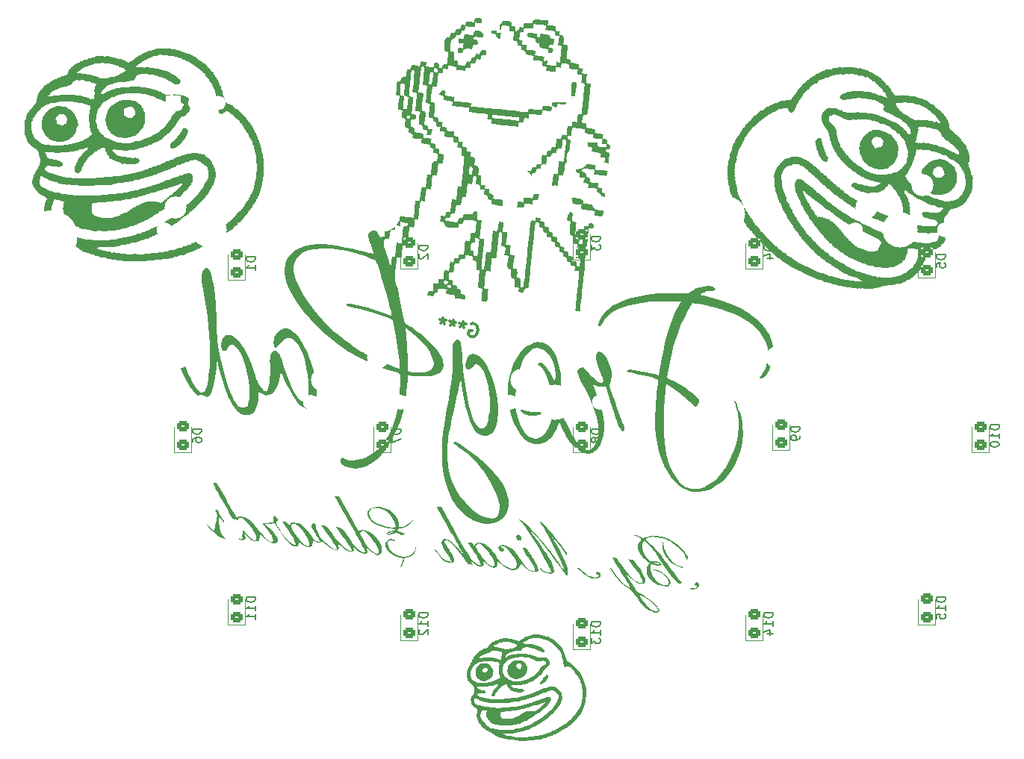
<source format=gbr>
%TF.GenerationSoftware,KiCad,Pcbnew,8.0.5-8.0.5-0~ubuntu22.04.1*%
%TF.CreationDate,2024-10-13T07:53:23-06:00*%
%TF.ProjectId,frogpad,66726f67-7061-4642-9e6b-696361645f70,rev?*%
%TF.SameCoordinates,Original*%
%TF.FileFunction,Legend,Bot*%
%TF.FilePolarity,Positive*%
%FSLAX46Y46*%
G04 Gerber Fmt 4.6, Leading zero omitted, Abs format (unit mm)*
G04 Created by KiCad (PCBNEW 8.0.5-8.0.5-0~ubuntu22.04.1) date 2024-10-13 07:53:23*
%MOMM*%
%LPD*%
G01*
G04 APERTURE LIST*
G04 Aperture macros list*
%AMRoundRect*
0 Rectangle with rounded corners*
0 $1 Rounding radius*
0 $2 $3 $4 $5 $6 $7 $8 $9 X,Y pos of 4 corners*
0 Add a 4 corners polygon primitive as box body*
4,1,4,$2,$3,$4,$5,$6,$7,$8,$9,$2,$3,0*
0 Add four circle primitives for the rounded corners*
1,1,$1+$1,$2,$3*
1,1,$1+$1,$4,$5*
1,1,$1+$1,$6,$7*
1,1,$1+$1,$8,$9*
0 Add four rect primitives between the rounded corners*
20,1,$1+$1,$2,$3,$4,$5,0*
20,1,$1+$1,$4,$5,$6,$7,0*
20,1,$1+$1,$6,$7,$8,$9,0*
20,1,$1+$1,$8,$9,$2,$3,0*%
G04 Aperture macros list end*
%ADD10C,0.150000*%
%ADD11C,0.300000*%
%ADD12C,0.120000*%
%ADD13C,0.000000*%
%ADD14C,6.000000*%
%ADD15C,1.750000*%
%ADD16C,4.000000*%
%ADD17C,2.500000*%
%ADD18R,1.700000X1.700000*%
%ADD19C,1.700000*%
%ADD20R,2.000000X2.000000*%
%ADD21C,2.000000*%
%ADD22R,3.200000X2.000000*%
%ADD23RoundRect,0.250000X0.450000X-0.325000X0.450000X0.325000X-0.450000X0.325000X-0.450000X-0.325000X0*%
G04 APERTURE END LIST*
D10*
X119960819Y-82065905D02*
X118960819Y-82065905D01*
X118960819Y-82065905D02*
X118960819Y-82304000D01*
X118960819Y-82304000D02*
X119008438Y-82446857D01*
X119008438Y-82446857D02*
X119103676Y-82542095D01*
X119103676Y-82542095D02*
X119198914Y-82589714D01*
X119198914Y-82589714D02*
X119389390Y-82637333D01*
X119389390Y-82637333D02*
X119532247Y-82637333D01*
X119532247Y-82637333D02*
X119722723Y-82589714D01*
X119722723Y-82589714D02*
X119817961Y-82542095D01*
X119817961Y-82542095D02*
X119913200Y-82446857D01*
X119913200Y-82446857D02*
X119960819Y-82304000D01*
X119960819Y-82304000D02*
X119960819Y-82065905D01*
X119056057Y-83018286D02*
X119008438Y-83065905D01*
X119008438Y-83065905D02*
X118960819Y-83161143D01*
X118960819Y-83161143D02*
X118960819Y-83399238D01*
X118960819Y-83399238D02*
X119008438Y-83494476D01*
X119008438Y-83494476D02*
X119056057Y-83542095D01*
X119056057Y-83542095D02*
X119151295Y-83589714D01*
X119151295Y-83589714D02*
X119246533Y-83589714D01*
X119246533Y-83589714D02*
X119389390Y-83542095D01*
X119389390Y-83542095D02*
X119960819Y-82970667D01*
X119960819Y-82970667D02*
X119960819Y-83589714D01*
X116912819Y-102902905D02*
X115912819Y-102902905D01*
X115912819Y-102902905D02*
X115912819Y-103141000D01*
X115912819Y-103141000D02*
X115960438Y-103283857D01*
X115960438Y-103283857D02*
X116055676Y-103379095D01*
X116055676Y-103379095D02*
X116150914Y-103426714D01*
X116150914Y-103426714D02*
X116341390Y-103474333D01*
X116341390Y-103474333D02*
X116484247Y-103474333D01*
X116484247Y-103474333D02*
X116674723Y-103426714D01*
X116674723Y-103426714D02*
X116769961Y-103379095D01*
X116769961Y-103379095D02*
X116865200Y-103283857D01*
X116865200Y-103283857D02*
X116912819Y-103141000D01*
X116912819Y-103141000D02*
X116912819Y-102902905D01*
X115912819Y-103807667D02*
X115912819Y-104474333D01*
X115912819Y-104474333D02*
X116912819Y-104045762D01*
X139518819Y-81058905D02*
X138518819Y-81058905D01*
X138518819Y-81058905D02*
X138518819Y-81297000D01*
X138518819Y-81297000D02*
X138566438Y-81439857D01*
X138566438Y-81439857D02*
X138661676Y-81535095D01*
X138661676Y-81535095D02*
X138756914Y-81582714D01*
X138756914Y-81582714D02*
X138947390Y-81630333D01*
X138947390Y-81630333D02*
X139090247Y-81630333D01*
X139090247Y-81630333D02*
X139280723Y-81582714D01*
X139280723Y-81582714D02*
X139375961Y-81535095D01*
X139375961Y-81535095D02*
X139471200Y-81439857D01*
X139471200Y-81439857D02*
X139518819Y-81297000D01*
X139518819Y-81297000D02*
X139518819Y-81058905D01*
X138518819Y-81963667D02*
X138518819Y-82582714D01*
X138518819Y-82582714D02*
X138899771Y-82249381D01*
X138899771Y-82249381D02*
X138899771Y-82392238D01*
X138899771Y-82392238D02*
X138947390Y-82487476D01*
X138947390Y-82487476D02*
X138995009Y-82535095D01*
X138995009Y-82535095D02*
X139090247Y-82582714D01*
X139090247Y-82582714D02*
X139328342Y-82582714D01*
X139328342Y-82582714D02*
X139423580Y-82535095D01*
X139423580Y-82535095D02*
X139471200Y-82487476D01*
X139471200Y-82487476D02*
X139518819Y-82392238D01*
X139518819Y-82392238D02*
X139518819Y-82106524D01*
X139518819Y-82106524D02*
X139471200Y-82011286D01*
X139471200Y-82011286D02*
X139423580Y-81963667D01*
X100402819Y-83344905D02*
X99402819Y-83344905D01*
X99402819Y-83344905D02*
X99402819Y-83583000D01*
X99402819Y-83583000D02*
X99450438Y-83725857D01*
X99450438Y-83725857D02*
X99545676Y-83821095D01*
X99545676Y-83821095D02*
X99640914Y-83868714D01*
X99640914Y-83868714D02*
X99831390Y-83916333D01*
X99831390Y-83916333D02*
X99974247Y-83916333D01*
X99974247Y-83916333D02*
X100164723Y-83868714D01*
X100164723Y-83868714D02*
X100259961Y-83821095D01*
X100259961Y-83821095D02*
X100355200Y-83725857D01*
X100355200Y-83725857D02*
X100402819Y-83583000D01*
X100402819Y-83583000D02*
X100402819Y-83344905D01*
X100402819Y-84868714D02*
X100402819Y-84297286D01*
X100402819Y-84583000D02*
X99402819Y-84583000D01*
X99402819Y-84583000D02*
X99545676Y-84487762D01*
X99545676Y-84487762D02*
X99640914Y-84392524D01*
X99640914Y-84392524D02*
X99688533Y-84297286D01*
X159076819Y-123753714D02*
X158076819Y-123753714D01*
X158076819Y-123753714D02*
X158076819Y-123991809D01*
X158076819Y-123991809D02*
X158124438Y-124134666D01*
X158124438Y-124134666D02*
X158219676Y-124229904D01*
X158219676Y-124229904D02*
X158314914Y-124277523D01*
X158314914Y-124277523D02*
X158505390Y-124325142D01*
X158505390Y-124325142D02*
X158648247Y-124325142D01*
X158648247Y-124325142D02*
X158838723Y-124277523D01*
X158838723Y-124277523D02*
X158933961Y-124229904D01*
X158933961Y-124229904D02*
X159029200Y-124134666D01*
X159029200Y-124134666D02*
X159076819Y-123991809D01*
X159076819Y-123991809D02*
X159076819Y-123753714D01*
X159076819Y-125277523D02*
X159076819Y-124706095D01*
X159076819Y-124991809D02*
X158076819Y-124991809D01*
X158076819Y-124991809D02*
X158219676Y-124896571D01*
X158219676Y-124896571D02*
X158314914Y-124801333D01*
X158314914Y-124801333D02*
X158362533Y-124706095D01*
X158410152Y-126134666D02*
X159076819Y-126134666D01*
X158029200Y-125896571D02*
X158743485Y-125658476D01*
X158743485Y-125658476D02*
X158743485Y-126277523D01*
X184730819Y-102426714D02*
X183730819Y-102426714D01*
X183730819Y-102426714D02*
X183730819Y-102664809D01*
X183730819Y-102664809D02*
X183778438Y-102807666D01*
X183778438Y-102807666D02*
X183873676Y-102902904D01*
X183873676Y-102902904D02*
X183968914Y-102950523D01*
X183968914Y-102950523D02*
X184159390Y-102998142D01*
X184159390Y-102998142D02*
X184302247Y-102998142D01*
X184302247Y-102998142D02*
X184492723Y-102950523D01*
X184492723Y-102950523D02*
X184587961Y-102902904D01*
X184587961Y-102902904D02*
X184683200Y-102807666D01*
X184683200Y-102807666D02*
X184730819Y-102664809D01*
X184730819Y-102664809D02*
X184730819Y-102426714D01*
X184730819Y-103950523D02*
X184730819Y-103379095D01*
X184730819Y-103664809D02*
X183730819Y-103664809D01*
X183730819Y-103664809D02*
X183873676Y-103569571D01*
X183873676Y-103569571D02*
X183968914Y-103474333D01*
X183968914Y-103474333D02*
X184016533Y-103379095D01*
X183730819Y-104569571D02*
X183730819Y-104664809D01*
X183730819Y-104664809D02*
X183778438Y-104760047D01*
X183778438Y-104760047D02*
X183826057Y-104807666D01*
X183826057Y-104807666D02*
X183921295Y-104855285D01*
X183921295Y-104855285D02*
X184111771Y-104902904D01*
X184111771Y-104902904D02*
X184349866Y-104902904D01*
X184349866Y-104902904D02*
X184540342Y-104855285D01*
X184540342Y-104855285D02*
X184635580Y-104807666D01*
X184635580Y-104807666D02*
X184683200Y-104760047D01*
X184683200Y-104760047D02*
X184730819Y-104664809D01*
X184730819Y-104664809D02*
X184730819Y-104569571D01*
X184730819Y-104569571D02*
X184683200Y-104474333D01*
X184683200Y-104474333D02*
X184635580Y-104426714D01*
X184635580Y-104426714D02*
X184540342Y-104379095D01*
X184540342Y-104379095D02*
X184349866Y-104331476D01*
X184349866Y-104331476D02*
X184111771Y-104331476D01*
X184111771Y-104331476D02*
X183921295Y-104379095D01*
X183921295Y-104379095D02*
X183826057Y-104426714D01*
X183826057Y-104426714D02*
X183778438Y-104474333D01*
X183778438Y-104474333D02*
X183730819Y-104569571D01*
X100402819Y-121984714D02*
X99402819Y-121984714D01*
X99402819Y-121984714D02*
X99402819Y-122222809D01*
X99402819Y-122222809D02*
X99450438Y-122365666D01*
X99450438Y-122365666D02*
X99545676Y-122460904D01*
X99545676Y-122460904D02*
X99640914Y-122508523D01*
X99640914Y-122508523D02*
X99831390Y-122556142D01*
X99831390Y-122556142D02*
X99974247Y-122556142D01*
X99974247Y-122556142D02*
X100164723Y-122508523D01*
X100164723Y-122508523D02*
X100259961Y-122460904D01*
X100259961Y-122460904D02*
X100355200Y-122365666D01*
X100355200Y-122365666D02*
X100402819Y-122222809D01*
X100402819Y-122222809D02*
X100402819Y-121984714D01*
X100402819Y-123508523D02*
X100402819Y-122937095D01*
X100402819Y-123222809D02*
X99402819Y-123222809D01*
X99402819Y-123222809D02*
X99545676Y-123127571D01*
X99545676Y-123127571D02*
X99640914Y-123032333D01*
X99640914Y-123032333D02*
X99688533Y-122937095D01*
X100402819Y-124460904D02*
X100402819Y-123889476D01*
X100402819Y-124175190D02*
X99402819Y-124175190D01*
X99402819Y-124175190D02*
X99545676Y-124079952D01*
X99545676Y-124079952D02*
X99640914Y-123984714D01*
X99640914Y-123984714D02*
X99688533Y-123889476D01*
X178634819Y-83090905D02*
X177634819Y-83090905D01*
X177634819Y-83090905D02*
X177634819Y-83329000D01*
X177634819Y-83329000D02*
X177682438Y-83471857D01*
X177682438Y-83471857D02*
X177777676Y-83567095D01*
X177777676Y-83567095D02*
X177872914Y-83614714D01*
X177872914Y-83614714D02*
X178063390Y-83662333D01*
X178063390Y-83662333D02*
X178206247Y-83662333D01*
X178206247Y-83662333D02*
X178396723Y-83614714D01*
X178396723Y-83614714D02*
X178491961Y-83567095D01*
X178491961Y-83567095D02*
X178587200Y-83471857D01*
X178587200Y-83471857D02*
X178634819Y-83329000D01*
X178634819Y-83329000D02*
X178634819Y-83090905D01*
X177634819Y-84567095D02*
X177634819Y-84090905D01*
X177634819Y-84090905D02*
X178111009Y-84043286D01*
X178111009Y-84043286D02*
X178063390Y-84090905D01*
X178063390Y-84090905D02*
X178015771Y-84186143D01*
X178015771Y-84186143D02*
X178015771Y-84424238D01*
X178015771Y-84424238D02*
X178063390Y-84519476D01*
X178063390Y-84519476D02*
X178111009Y-84567095D01*
X178111009Y-84567095D02*
X178206247Y-84614714D01*
X178206247Y-84614714D02*
X178444342Y-84614714D01*
X178444342Y-84614714D02*
X178539580Y-84567095D01*
X178539580Y-84567095D02*
X178587200Y-84519476D01*
X178587200Y-84519476D02*
X178634819Y-84424238D01*
X178634819Y-84424238D02*
X178634819Y-84186143D01*
X178634819Y-84186143D02*
X178587200Y-84090905D01*
X178587200Y-84090905D02*
X178539580Y-84043286D01*
X178634819Y-121975714D02*
X177634819Y-121975714D01*
X177634819Y-121975714D02*
X177634819Y-122213809D01*
X177634819Y-122213809D02*
X177682438Y-122356666D01*
X177682438Y-122356666D02*
X177777676Y-122451904D01*
X177777676Y-122451904D02*
X177872914Y-122499523D01*
X177872914Y-122499523D02*
X178063390Y-122547142D01*
X178063390Y-122547142D02*
X178206247Y-122547142D01*
X178206247Y-122547142D02*
X178396723Y-122499523D01*
X178396723Y-122499523D02*
X178491961Y-122451904D01*
X178491961Y-122451904D02*
X178587200Y-122356666D01*
X178587200Y-122356666D02*
X178634819Y-122213809D01*
X178634819Y-122213809D02*
X178634819Y-121975714D01*
X178634819Y-123499523D02*
X178634819Y-122928095D01*
X178634819Y-123213809D02*
X177634819Y-123213809D01*
X177634819Y-123213809D02*
X177777676Y-123118571D01*
X177777676Y-123118571D02*
X177872914Y-123023333D01*
X177872914Y-123023333D02*
X177920533Y-122928095D01*
X177634819Y-124404285D02*
X177634819Y-123928095D01*
X177634819Y-123928095D02*
X178111009Y-123880476D01*
X178111009Y-123880476D02*
X178063390Y-123928095D01*
X178063390Y-123928095D02*
X178015771Y-124023333D01*
X178015771Y-124023333D02*
X178015771Y-124261428D01*
X178015771Y-124261428D02*
X178063390Y-124356666D01*
X178063390Y-124356666D02*
X178111009Y-124404285D01*
X178111009Y-124404285D02*
X178206247Y-124451904D01*
X178206247Y-124451904D02*
X178444342Y-124451904D01*
X178444342Y-124451904D02*
X178539580Y-124404285D01*
X178539580Y-124404285D02*
X178587200Y-124356666D01*
X178587200Y-124356666D02*
X178634819Y-124261428D01*
X178634819Y-124261428D02*
X178634819Y-124023333D01*
X178634819Y-124023333D02*
X178587200Y-123928095D01*
X178587200Y-123928095D02*
X178539580Y-123880476D01*
X162124819Y-102648905D02*
X161124819Y-102648905D01*
X161124819Y-102648905D02*
X161124819Y-102887000D01*
X161124819Y-102887000D02*
X161172438Y-103029857D01*
X161172438Y-103029857D02*
X161267676Y-103125095D01*
X161267676Y-103125095D02*
X161362914Y-103172714D01*
X161362914Y-103172714D02*
X161553390Y-103220333D01*
X161553390Y-103220333D02*
X161696247Y-103220333D01*
X161696247Y-103220333D02*
X161886723Y-103172714D01*
X161886723Y-103172714D02*
X161981961Y-103125095D01*
X161981961Y-103125095D02*
X162077200Y-103029857D01*
X162077200Y-103029857D02*
X162124819Y-102887000D01*
X162124819Y-102887000D02*
X162124819Y-102648905D01*
X162124819Y-103696524D02*
X162124819Y-103887000D01*
X162124819Y-103887000D02*
X162077200Y-103982238D01*
X162077200Y-103982238D02*
X162029580Y-104029857D01*
X162029580Y-104029857D02*
X161886723Y-104125095D01*
X161886723Y-104125095D02*
X161696247Y-104172714D01*
X161696247Y-104172714D02*
X161315295Y-104172714D01*
X161315295Y-104172714D02*
X161220057Y-104125095D01*
X161220057Y-104125095D02*
X161172438Y-104077476D01*
X161172438Y-104077476D02*
X161124819Y-103982238D01*
X161124819Y-103982238D02*
X161124819Y-103791762D01*
X161124819Y-103791762D02*
X161172438Y-103696524D01*
X161172438Y-103696524D02*
X161220057Y-103648905D01*
X161220057Y-103648905D02*
X161315295Y-103601286D01*
X161315295Y-103601286D02*
X161553390Y-103601286D01*
X161553390Y-103601286D02*
X161648628Y-103648905D01*
X161648628Y-103648905D02*
X161696247Y-103696524D01*
X161696247Y-103696524D02*
X161743866Y-103791762D01*
X161743866Y-103791762D02*
X161743866Y-103982238D01*
X161743866Y-103982238D02*
X161696247Y-104077476D01*
X161696247Y-104077476D02*
X161648628Y-104125095D01*
X161648628Y-104125095D02*
X161553390Y-104172714D01*
X139518819Y-124769714D02*
X138518819Y-124769714D01*
X138518819Y-124769714D02*
X138518819Y-125007809D01*
X138518819Y-125007809D02*
X138566438Y-125150666D01*
X138566438Y-125150666D02*
X138661676Y-125245904D01*
X138661676Y-125245904D02*
X138756914Y-125293523D01*
X138756914Y-125293523D02*
X138947390Y-125341142D01*
X138947390Y-125341142D02*
X139090247Y-125341142D01*
X139090247Y-125341142D02*
X139280723Y-125293523D01*
X139280723Y-125293523D02*
X139375961Y-125245904D01*
X139375961Y-125245904D02*
X139471200Y-125150666D01*
X139471200Y-125150666D02*
X139518819Y-125007809D01*
X139518819Y-125007809D02*
X139518819Y-124769714D01*
X139518819Y-126293523D02*
X139518819Y-125722095D01*
X139518819Y-126007809D02*
X138518819Y-126007809D01*
X138518819Y-126007809D02*
X138661676Y-125912571D01*
X138661676Y-125912571D02*
X138756914Y-125817333D01*
X138756914Y-125817333D02*
X138804533Y-125722095D01*
X138518819Y-126626857D02*
X138518819Y-127245904D01*
X138518819Y-127245904D02*
X138899771Y-126912571D01*
X138899771Y-126912571D02*
X138899771Y-127055428D01*
X138899771Y-127055428D02*
X138947390Y-127150666D01*
X138947390Y-127150666D02*
X138995009Y-127198285D01*
X138995009Y-127198285D02*
X139090247Y-127245904D01*
X139090247Y-127245904D02*
X139328342Y-127245904D01*
X139328342Y-127245904D02*
X139423580Y-127198285D01*
X139423580Y-127198285D02*
X139471200Y-127150666D01*
X139471200Y-127150666D02*
X139518819Y-127055428D01*
X139518819Y-127055428D02*
X139518819Y-126769714D01*
X139518819Y-126769714D02*
X139471200Y-126674476D01*
X139471200Y-126674476D02*
X139423580Y-126626857D01*
X94306819Y-102893905D02*
X93306819Y-102893905D01*
X93306819Y-102893905D02*
X93306819Y-103132000D01*
X93306819Y-103132000D02*
X93354438Y-103274857D01*
X93354438Y-103274857D02*
X93449676Y-103370095D01*
X93449676Y-103370095D02*
X93544914Y-103417714D01*
X93544914Y-103417714D02*
X93735390Y-103465333D01*
X93735390Y-103465333D02*
X93878247Y-103465333D01*
X93878247Y-103465333D02*
X94068723Y-103417714D01*
X94068723Y-103417714D02*
X94163961Y-103370095D01*
X94163961Y-103370095D02*
X94259200Y-103274857D01*
X94259200Y-103274857D02*
X94306819Y-103132000D01*
X94306819Y-103132000D02*
X94306819Y-102893905D01*
X93306819Y-104322476D02*
X93306819Y-104132000D01*
X93306819Y-104132000D02*
X93354438Y-104036762D01*
X93354438Y-104036762D02*
X93402057Y-103989143D01*
X93402057Y-103989143D02*
X93544914Y-103893905D01*
X93544914Y-103893905D02*
X93735390Y-103846286D01*
X93735390Y-103846286D02*
X94116342Y-103846286D01*
X94116342Y-103846286D02*
X94211580Y-103893905D01*
X94211580Y-103893905D02*
X94259200Y-103941524D01*
X94259200Y-103941524D02*
X94306819Y-104036762D01*
X94306819Y-104036762D02*
X94306819Y-104227238D01*
X94306819Y-104227238D02*
X94259200Y-104322476D01*
X94259200Y-104322476D02*
X94211580Y-104370095D01*
X94211580Y-104370095D02*
X94116342Y-104417714D01*
X94116342Y-104417714D02*
X93878247Y-104417714D01*
X93878247Y-104417714D02*
X93783009Y-104370095D01*
X93783009Y-104370095D02*
X93735390Y-104322476D01*
X93735390Y-104322476D02*
X93687771Y-104227238D01*
X93687771Y-104227238D02*
X93687771Y-104036762D01*
X93687771Y-104036762D02*
X93735390Y-103941524D01*
X93735390Y-103941524D02*
X93783009Y-103893905D01*
X93783009Y-103893905D02*
X93878247Y-103846286D01*
X139518819Y-102902905D02*
X138518819Y-102902905D01*
X138518819Y-102902905D02*
X138518819Y-103141000D01*
X138518819Y-103141000D02*
X138566438Y-103283857D01*
X138566438Y-103283857D02*
X138661676Y-103379095D01*
X138661676Y-103379095D02*
X138756914Y-103426714D01*
X138756914Y-103426714D02*
X138947390Y-103474333D01*
X138947390Y-103474333D02*
X139090247Y-103474333D01*
X139090247Y-103474333D02*
X139280723Y-103426714D01*
X139280723Y-103426714D02*
X139375961Y-103379095D01*
X139375961Y-103379095D02*
X139471200Y-103283857D01*
X139471200Y-103283857D02*
X139518819Y-103141000D01*
X139518819Y-103141000D02*
X139518819Y-102902905D01*
X138947390Y-104045762D02*
X138899771Y-103950524D01*
X138899771Y-103950524D02*
X138852152Y-103902905D01*
X138852152Y-103902905D02*
X138756914Y-103855286D01*
X138756914Y-103855286D02*
X138709295Y-103855286D01*
X138709295Y-103855286D02*
X138614057Y-103902905D01*
X138614057Y-103902905D02*
X138566438Y-103950524D01*
X138566438Y-103950524D02*
X138518819Y-104045762D01*
X138518819Y-104045762D02*
X138518819Y-104236238D01*
X138518819Y-104236238D02*
X138566438Y-104331476D01*
X138566438Y-104331476D02*
X138614057Y-104379095D01*
X138614057Y-104379095D02*
X138709295Y-104426714D01*
X138709295Y-104426714D02*
X138756914Y-104426714D01*
X138756914Y-104426714D02*
X138852152Y-104379095D01*
X138852152Y-104379095D02*
X138899771Y-104331476D01*
X138899771Y-104331476D02*
X138947390Y-104236238D01*
X138947390Y-104236238D02*
X138947390Y-104045762D01*
X138947390Y-104045762D02*
X138995009Y-103950524D01*
X138995009Y-103950524D02*
X139042628Y-103902905D01*
X139042628Y-103902905D02*
X139137866Y-103855286D01*
X139137866Y-103855286D02*
X139328342Y-103855286D01*
X139328342Y-103855286D02*
X139423580Y-103902905D01*
X139423580Y-103902905D02*
X139471200Y-103950524D01*
X139471200Y-103950524D02*
X139518819Y-104045762D01*
X139518819Y-104045762D02*
X139518819Y-104236238D01*
X139518819Y-104236238D02*
X139471200Y-104331476D01*
X139471200Y-104331476D02*
X139423580Y-104379095D01*
X139423580Y-104379095D02*
X139328342Y-104426714D01*
X139328342Y-104426714D02*
X139137866Y-104426714D01*
X139137866Y-104426714D02*
X139042628Y-104379095D01*
X139042628Y-104379095D02*
X138995009Y-104331476D01*
X138995009Y-104331476D02*
X138947390Y-104236238D01*
X159076819Y-82074905D02*
X158076819Y-82074905D01*
X158076819Y-82074905D02*
X158076819Y-82313000D01*
X158076819Y-82313000D02*
X158124438Y-82455857D01*
X158124438Y-82455857D02*
X158219676Y-82551095D01*
X158219676Y-82551095D02*
X158314914Y-82598714D01*
X158314914Y-82598714D02*
X158505390Y-82646333D01*
X158505390Y-82646333D02*
X158648247Y-82646333D01*
X158648247Y-82646333D02*
X158838723Y-82598714D01*
X158838723Y-82598714D02*
X158933961Y-82551095D01*
X158933961Y-82551095D02*
X159029200Y-82455857D01*
X159029200Y-82455857D02*
X159076819Y-82313000D01*
X159076819Y-82313000D02*
X159076819Y-82074905D01*
X158410152Y-83503476D02*
X159076819Y-83503476D01*
X158029200Y-83265381D02*
X158743485Y-83027286D01*
X158743485Y-83027286D02*
X158743485Y-83646333D01*
X119960819Y-123753714D02*
X118960819Y-123753714D01*
X118960819Y-123753714D02*
X118960819Y-123991809D01*
X118960819Y-123991809D02*
X119008438Y-124134666D01*
X119008438Y-124134666D02*
X119103676Y-124229904D01*
X119103676Y-124229904D02*
X119198914Y-124277523D01*
X119198914Y-124277523D02*
X119389390Y-124325142D01*
X119389390Y-124325142D02*
X119532247Y-124325142D01*
X119532247Y-124325142D02*
X119722723Y-124277523D01*
X119722723Y-124277523D02*
X119817961Y-124229904D01*
X119817961Y-124229904D02*
X119913200Y-124134666D01*
X119913200Y-124134666D02*
X119960819Y-123991809D01*
X119960819Y-123991809D02*
X119960819Y-123753714D01*
X119960819Y-125277523D02*
X119960819Y-124706095D01*
X119960819Y-124991809D02*
X118960819Y-124991809D01*
X118960819Y-124991809D02*
X119103676Y-124896571D01*
X119103676Y-124896571D02*
X119198914Y-124801333D01*
X119198914Y-124801333D02*
X119246533Y-124706095D01*
X119056057Y-125658476D02*
X119008438Y-125706095D01*
X119008438Y-125706095D02*
X118960819Y-125801333D01*
X118960819Y-125801333D02*
X118960819Y-126039428D01*
X118960819Y-126039428D02*
X119008438Y-126134666D01*
X119008438Y-126134666D02*
X119056057Y-126182285D01*
X119056057Y-126182285D02*
X119151295Y-126229904D01*
X119151295Y-126229904D02*
X119246533Y-126229904D01*
X119246533Y-126229904D02*
X119389390Y-126182285D01*
X119389390Y-126182285D02*
X119960819Y-125610857D01*
X119960819Y-125610857D02*
X119960819Y-126229904D01*
D11*
X124883562Y-90937156D02*
X125036652Y-90891620D01*
X125036652Y-90891620D02*
X125247683Y-90928830D01*
X125247683Y-90928830D02*
X125446309Y-91036384D01*
X125446309Y-91036384D02*
X125562189Y-91201877D01*
X125562189Y-91201877D02*
X125607726Y-91354968D01*
X125607726Y-91354968D02*
X125628456Y-91648745D01*
X125628456Y-91648745D02*
X125591245Y-91859775D01*
X125591245Y-91859775D02*
X125471288Y-92128745D01*
X125471288Y-92128745D02*
X125376138Y-92257028D01*
X125376138Y-92257028D02*
X125210644Y-92372908D01*
X125210644Y-92372908D02*
X124987210Y-92406041D01*
X124987210Y-92406041D02*
X124846524Y-92381235D01*
X124846524Y-92381235D02*
X124647897Y-92273681D01*
X124647897Y-92273681D02*
X124589957Y-92190934D01*
X124589957Y-92190934D02*
X124676781Y-91698530D01*
X124676781Y-91698530D02*
X124958155Y-91748144D01*
X123981501Y-90705568D02*
X123919484Y-91057285D01*
X124296008Y-90978615D02*
X123919484Y-91057285D01*
X123919484Y-91057285D02*
X123592574Y-90854581D01*
X124080901Y-91375869D02*
X123919484Y-91057285D01*
X123919484Y-91057285D02*
X123658840Y-91301448D01*
X122856007Y-90507113D02*
X122793990Y-90858830D01*
X123170514Y-90780160D02*
X122793990Y-90858830D01*
X122793990Y-90858830D02*
X122467079Y-90656126D01*
X122955406Y-91177414D02*
X122793990Y-90858830D01*
X122793990Y-90858830D02*
X122533346Y-91102993D01*
X121730512Y-90308658D02*
X121668495Y-90660375D01*
X122045019Y-90581705D02*
X121668495Y-90660375D01*
X121668495Y-90660375D02*
X121341585Y-90457671D01*
X121829912Y-90978959D02*
X121668495Y-90660375D01*
X121668495Y-90660375D02*
X121407851Y-90904538D01*
D12*
%TO.C,D2*%
X116896000Y-81804000D02*
X116896000Y-84664000D01*
X116896000Y-84664000D02*
X118816000Y-84664000D01*
X118816000Y-84664000D02*
X118816000Y-81804000D01*
%TO.C,D7*%
X113848000Y-102641000D02*
X113848000Y-105501000D01*
X113848000Y-105501000D02*
X115768000Y-105501000D01*
X115768000Y-105501000D02*
X115768000Y-102641000D01*
%TO.C,D3*%
X136454000Y-80797000D02*
X136454000Y-83657000D01*
X136454000Y-83657000D02*
X138374000Y-83657000D01*
X138374000Y-83657000D02*
X138374000Y-80797000D01*
%TO.C,D1*%
X97338000Y-83083000D02*
X97338000Y-85943000D01*
X97338000Y-85943000D02*
X99258000Y-85943000D01*
X99258000Y-85943000D02*
X99258000Y-83083000D01*
%TO.C,D14*%
X156012000Y-123968000D02*
X156012000Y-126828000D01*
X156012000Y-126828000D02*
X157932000Y-126828000D01*
X157932000Y-126828000D02*
X157932000Y-123968000D01*
%TO.C,D10*%
X181666000Y-102641000D02*
X181666000Y-105501000D01*
X181666000Y-105501000D02*
X183586000Y-105501000D01*
X183586000Y-105501000D02*
X183586000Y-102641000D01*
%TO.C,D11*%
X97338000Y-122199000D02*
X97338000Y-125059000D01*
X97338000Y-125059000D02*
X99258000Y-125059000D01*
X99258000Y-125059000D02*
X99258000Y-122199000D01*
%TO.C,D5*%
X175570000Y-82829000D02*
X175570000Y-85689000D01*
X175570000Y-85689000D02*
X177490000Y-85689000D01*
X177490000Y-85689000D02*
X177490000Y-82829000D01*
%TO.C,D15*%
X175570000Y-122190000D02*
X175570000Y-125050000D01*
X175570000Y-125050000D02*
X177490000Y-125050000D01*
X177490000Y-125050000D02*
X177490000Y-122190000D01*
%TO.C,D9*%
X159060000Y-102387000D02*
X159060000Y-105247000D01*
X159060000Y-105247000D02*
X160980000Y-105247000D01*
X160980000Y-105247000D02*
X160980000Y-102387000D01*
%TO.C,D13*%
X136454000Y-124984000D02*
X136454000Y-127844000D01*
X136454000Y-127844000D02*
X138374000Y-127844000D01*
X138374000Y-127844000D02*
X138374000Y-124984000D01*
%TO.C,D6*%
X91242000Y-102632000D02*
X91242000Y-105492000D01*
X91242000Y-105492000D02*
X93162000Y-105492000D01*
X93162000Y-105492000D02*
X93162000Y-102632000D01*
%TO.C,D8*%
X136454000Y-102641000D02*
X136454000Y-105501000D01*
X136454000Y-105501000D02*
X138374000Y-105501000D01*
X138374000Y-105501000D02*
X138374000Y-102641000D01*
%TO.C,D4*%
X156012000Y-81813000D02*
X156012000Y-84673000D01*
X156012000Y-84673000D02*
X157932000Y-84673000D01*
X157932000Y-84673000D02*
X157932000Y-81813000D01*
%TO.C,D12*%
X116896000Y-123968000D02*
X116896000Y-126828000D01*
X116896000Y-126828000D02*
X118816000Y-126828000D01*
X118816000Y-126828000D02*
X118816000Y-123968000D01*
D13*
%TO.C,G\u002A\u002A\u002A*%
G36*
X130354854Y-114925476D02*
G01*
X130495707Y-115047920D01*
X130573498Y-115227473D01*
X130582745Y-115297862D01*
X130563865Y-115417262D01*
X130464741Y-115492556D01*
X130413034Y-115517230D01*
X130302905Y-115548610D01*
X130211741Y-115508325D01*
X130088021Y-115381139D01*
X129981101Y-115208421D01*
X129980091Y-115041570D01*
X130098126Y-114914302D01*
X130190991Y-114886525D01*
X130354854Y-114925476D01*
G37*
G36*
X133564761Y-130731343D02*
G01*
X133629121Y-130849747D01*
X133642526Y-130945366D01*
X133593690Y-131117046D01*
X133452478Y-131330994D01*
X133210146Y-131602925D01*
X133154703Y-131658382D01*
X132956361Y-131814105D01*
X132807254Y-131850924D01*
X132768548Y-131841161D01*
X132662685Y-131754619D01*
X132656961Y-131628779D01*
X132757878Y-131508713D01*
X132856364Y-131420076D01*
X133002924Y-131254276D01*
X133159154Y-131052432D01*
X133180496Y-131023161D01*
X133351066Y-130813471D01*
X133475615Y-130717725D01*
X133564761Y-130731343D01*
G37*
G36*
X126609839Y-129491941D02*
G01*
X126901231Y-129609979D01*
X127139187Y-129798364D01*
X127287250Y-130041520D01*
X127323939Y-130132065D01*
X127381606Y-130229629D01*
X127387263Y-130236517D01*
X127410590Y-130342874D01*
X127414038Y-130358592D01*
X127397831Y-130550947D01*
X127346045Y-130766817D01*
X127266081Y-130959440D01*
X127215829Y-131042317D01*
X126971370Y-131299832D01*
X126637514Y-131463854D01*
X126355527Y-131503557D01*
X126037729Y-131440946D01*
X125752454Y-131278956D01*
X125527872Y-131034329D01*
X125392153Y-130723802D01*
X125375756Y-130642808D01*
X125379617Y-130298865D01*
X126192554Y-130298865D01*
X126263597Y-130439391D01*
X126364704Y-130509095D01*
X126537960Y-130531989D01*
X126687810Y-130437217D01*
X126791385Y-130233691D01*
X126795663Y-130199132D01*
X126743659Y-130071461D01*
X126622542Y-129963878D01*
X126477056Y-129920911D01*
X126455831Y-129922484D01*
X126308045Y-129993354D01*
X126213829Y-130134501D01*
X126192554Y-130298865D01*
X125379617Y-130298865D01*
X125379715Y-130290116D01*
X125501323Y-129969680D01*
X125728708Y-129703354D01*
X126049994Y-129512993D01*
X126301469Y-129459823D01*
X126609839Y-129491941D01*
G37*
G36*
X130579682Y-129174643D02*
G01*
X130880180Y-129330020D01*
X130907004Y-129351297D01*
X131112927Y-129597083D01*
X131215900Y-129887924D01*
X131216934Y-129890840D01*
X131225130Y-130207584D01*
X131143624Y-130522335D01*
X130978520Y-130810112D01*
X130735924Y-131045934D01*
X130421943Y-131204816D01*
X130332216Y-131228243D01*
X130088694Y-131254722D01*
X129841576Y-131242475D01*
X129635295Y-131195718D01*
X129514282Y-131118671D01*
X129496506Y-131099278D01*
X129387680Y-131046592D01*
X129330099Y-131018509D01*
X129219695Y-130909378D01*
X129128212Y-130771049D01*
X129097693Y-130659628D01*
X129098636Y-130643832D01*
X129046990Y-130583521D01*
X129023827Y-130568853D01*
X128989678Y-130458555D01*
X128987245Y-130272695D01*
X129015277Y-130048572D01*
X129072518Y-129823491D01*
X129095262Y-129767626D01*
X130026857Y-129767626D01*
X130050406Y-129932171D01*
X130179196Y-130070013D01*
X130248326Y-130108026D01*
X130373434Y-130131951D01*
X130507685Y-130063872D01*
X130612905Y-129951963D01*
X130653074Y-129788683D01*
X130601333Y-129637560D01*
X130473086Y-129535925D01*
X130283737Y-129521108D01*
X130263671Y-129525479D01*
X130100597Y-129618141D01*
X130026857Y-129767626D01*
X129095262Y-129767626D01*
X129111720Y-129727203D01*
X129302654Y-129466201D01*
X129574334Y-129272414D01*
X129897342Y-129153873D01*
X130242263Y-129118606D01*
X130579682Y-129174643D01*
G37*
G36*
X92578812Y-68767361D02*
G01*
X92723300Y-68887329D01*
X92783654Y-69108392D01*
X92787012Y-69168814D01*
X92768725Y-69350102D01*
X92689385Y-69471873D01*
X92623001Y-69561554D01*
X92585676Y-69699380D01*
X92581031Y-69763471D01*
X92536123Y-69808183D01*
X92508754Y-69812999D01*
X92460672Y-69890831D01*
X92439400Y-69946363D01*
X92344909Y-70055126D01*
X92341690Y-70057486D01*
X92236574Y-70165051D01*
X92123556Y-70319805D01*
X92083366Y-70375879D01*
X91925490Y-70545895D01*
X91738019Y-70703581D01*
X91648618Y-70771664D01*
X91527345Y-70880288D01*
X91483856Y-70945404D01*
X91477224Y-70959544D01*
X91385477Y-70998503D01*
X91218825Y-71029459D01*
X91170543Y-71035186D01*
X90979847Y-71053530D01*
X90878971Y-71040984D01*
X90832797Y-70983841D01*
X90806209Y-70868391D01*
X90801747Y-70695570D01*
X90841794Y-70518539D01*
X90911629Y-70386271D01*
X90995500Y-70342524D01*
X91011652Y-70339639D01*
X91106109Y-70271958D01*
X91245515Y-70138280D01*
X91403064Y-69968434D01*
X91551949Y-69792250D01*
X91665365Y-69639559D01*
X91716505Y-69540187D01*
X91724419Y-69516023D01*
X91793749Y-69475783D01*
X91853416Y-69444185D01*
X91927236Y-69331407D01*
X91988756Y-69231306D01*
X92058749Y-69186679D01*
X92079072Y-69186003D01*
X92093222Y-69128680D01*
X92083835Y-69088654D01*
X92117520Y-68940612D01*
X92219486Y-68806537D01*
X92351895Y-68742869D01*
X92578812Y-68767361D01*
G37*
G36*
X136575116Y-63523679D02*
G01*
X136637034Y-63529595D01*
X136790742Y-63554832D01*
X136859330Y-63583562D01*
X136858307Y-63656159D01*
X136844268Y-63834184D01*
X136819453Y-64089823D01*
X136786324Y-64395729D01*
X136698671Y-65169478D01*
X136466713Y-65128577D01*
X136439697Y-65124257D01*
X136276979Y-65117501D01*
X136183008Y-65145719D01*
X136170962Y-65178198D01*
X136232818Y-65221667D01*
X136241050Y-65223400D01*
X136310245Y-65290115D01*
X136295413Y-65402400D01*
X136201732Y-65511903D01*
X136092490Y-65559510D01*
X135918798Y-65592829D01*
X135900001Y-65594417D01*
X135761539Y-65642715D01*
X135703090Y-65772419D01*
X135642414Y-65929244D01*
X135488107Y-66046725D01*
X135262905Y-66058139D01*
X135082567Y-66036938D01*
X134860228Y-66029115D01*
X134765675Y-66036086D01*
X134662343Y-66087741D01*
X134616461Y-66221214D01*
X134611500Y-66248236D01*
X134575343Y-66352761D01*
X134495647Y-66384218D01*
X134329844Y-66363779D01*
X134268203Y-66351361D01*
X134108715Y-66282825D01*
X134046189Y-66156347D01*
X134061283Y-65941517D01*
X134077123Y-65877091D01*
X134141330Y-65811624D01*
X134284482Y-65818450D01*
X134379437Y-65830151D01*
X134471058Y-65798060D01*
X134513563Y-65674136D01*
X134570854Y-65493276D01*
X134685178Y-65376718D01*
X134874318Y-65338588D01*
X135160444Y-65368410D01*
X135560393Y-65438932D01*
X135612081Y-65145797D01*
X135663768Y-64852663D01*
X135924786Y-64898688D01*
X136185805Y-64944713D01*
X136233412Y-64466152D01*
X136258279Y-64200813D01*
X136280290Y-63936516D01*
X136293281Y-63744903D01*
X136298459Y-63658201D01*
X136324458Y-63550616D01*
X136403559Y-63516072D01*
X136575116Y-63523679D01*
G37*
G36*
X164439736Y-69881047D02*
G01*
X164586795Y-69995243D01*
X164648205Y-70187980D01*
X164670464Y-70375756D01*
X164721726Y-70564070D01*
X164756993Y-70673631D01*
X164749977Y-70720175D01*
X164744593Y-70743113D01*
X164795567Y-70833761D01*
X164841469Y-70921132D01*
X164863472Y-71047233D01*
X164861261Y-71088499D01*
X164896300Y-71148973D01*
X164924146Y-71182790D01*
X164978671Y-71314379D01*
X165037527Y-71509707D01*
X165082126Y-71651576D01*
X165156252Y-71810002D01*
X165223994Y-71878418D01*
X165265990Y-71897486D01*
X165301242Y-71992787D01*
X165299628Y-72038716D01*
X165340104Y-72100389D01*
X165350552Y-72111069D01*
X165339754Y-72203898D01*
X165280701Y-72358580D01*
X165251989Y-72418717D01*
X165181454Y-72551712D01*
X165142371Y-72602854D01*
X165064618Y-72579278D01*
X164912207Y-72510950D01*
X164751420Y-72423716D01*
X164625434Y-72341595D01*
X164577420Y-72288599D01*
X164575386Y-72267050D01*
X164524962Y-72152520D01*
X164427462Y-71996299D01*
X164391302Y-71941612D01*
X164308169Y-71782412D01*
X164282843Y-71673717D01*
X164283557Y-71632306D01*
X164235289Y-71569750D01*
X164190026Y-71519649D01*
X164159231Y-71388422D01*
X164135657Y-71273318D01*
X164085150Y-71207445D01*
X164065483Y-71198884D01*
X164074971Y-71138484D01*
X164090024Y-71115593D01*
X164065464Y-71069641D01*
X164045907Y-71052159D01*
X164007464Y-70938578D01*
X163982379Y-70756730D01*
X163973926Y-70668340D01*
X163944004Y-70497124D01*
X163907923Y-70407704D01*
X163891892Y-70367195D01*
X163919785Y-70243791D01*
X163998323Y-70092043D01*
X164102528Y-69955989D01*
X164207423Y-69879665D01*
X164242159Y-69869971D01*
X164439736Y-69881047D01*
G37*
G36*
X125779243Y-57736455D02*
G01*
X125925686Y-57768746D01*
X126128636Y-57862594D01*
X126233388Y-58014874D01*
X126261056Y-58247999D01*
X126257970Y-58473915D01*
X125721660Y-58426856D01*
X125523843Y-58410459D01*
X125334273Y-58402373D01*
X125228680Y-58417280D01*
X125179064Y-58460706D01*
X125157424Y-58538173D01*
X125157088Y-58540091D01*
X125155104Y-58645187D01*
X125219426Y-58702392D01*
X125382812Y-58741214D01*
X125427907Y-58749400D01*
X125569406Y-58790793D01*
X125626749Y-58870062D01*
X125638804Y-59031243D01*
X125637697Y-59096491D01*
X125596402Y-59264492D01*
X125480931Y-59335121D01*
X125270578Y-59324892D01*
X125253604Y-59322086D01*
X125142594Y-59320111D01*
X125084879Y-59383590D01*
X125046956Y-59545587D01*
X125002648Y-59796870D01*
X124600443Y-59768512D01*
X124384806Y-59762278D01*
X124153853Y-59797320D01*
X124014976Y-59893002D01*
X123949150Y-60057774D01*
X123930395Y-60129899D01*
X123859325Y-60200015D01*
X123704001Y-60210096D01*
X123694302Y-60209605D01*
X123534742Y-60203097D01*
X123444565Y-60202188D01*
X123425429Y-60191341D01*
X123394612Y-60093195D01*
X123384430Y-59931043D01*
X123399553Y-59751629D01*
X123432560Y-59660037D01*
X123514706Y-59630777D01*
X123685070Y-59650849D01*
X123945634Y-59696793D01*
X123992566Y-59430628D01*
X124039498Y-59164463D01*
X123758791Y-59137534D01*
X123478082Y-59110604D01*
X123506867Y-58830223D01*
X123535653Y-58549842D01*
X123808537Y-58597959D01*
X124081425Y-58646077D01*
X124092137Y-58386232D01*
X124094525Y-58334511D01*
X124114496Y-58192959D01*
X124174520Y-58135064D01*
X124306242Y-58121737D01*
X124368942Y-58122418D01*
X124589227Y-58139703D01*
X124827198Y-58173081D01*
X125144760Y-58229076D01*
X125189475Y-57975481D01*
X125202810Y-57908124D01*
X125254201Y-57773002D01*
X125348596Y-57706972D01*
X125514207Y-57698601D01*
X125779243Y-57736455D01*
G37*
G36*
X131808604Y-57966331D02*
G01*
X131847706Y-57969768D01*
X132089500Y-57997479D01*
X132273748Y-58029233D01*
X132363209Y-58058823D01*
X132392635Y-58126688D01*
X132391795Y-58268312D01*
X132388622Y-58288154D01*
X132405479Y-58405014D01*
X132522483Y-58455307D01*
X132594209Y-58461927D01*
X132680911Y-58418462D01*
X132738950Y-58275186D01*
X132796692Y-58067078D01*
X133312270Y-58124405D01*
X133827847Y-58181732D01*
X133831982Y-58367168D01*
X133849634Y-58488937D01*
X133922348Y-58555919D01*
X134088537Y-58597112D01*
X134340958Y-58641621D01*
X134284806Y-58960076D01*
X134255470Y-59113299D01*
X134212066Y-59228115D01*
X134135036Y-59272581D01*
X133993119Y-59281102D01*
X133881910Y-59287704D01*
X133773927Y-59333037D01*
X133729388Y-59443573D01*
X133727432Y-59455046D01*
X133728088Y-59555593D01*
X133795344Y-59610769D01*
X133961758Y-59649417D01*
X134051315Y-59665843D01*
X134168028Y-59705734D01*
X134199607Y-59786448D01*
X134177140Y-59951599D01*
X134175495Y-59960861D01*
X134135080Y-60122822D01*
X134070454Y-60191362D01*
X133948036Y-60203386D01*
X133806689Y-60199326D01*
X133680966Y-60194339D01*
X133630582Y-60138492D01*
X133633615Y-59986730D01*
X133669411Y-59783718D01*
X133224596Y-59735195D01*
X133031023Y-59711168D01*
X132858896Y-59674535D01*
X132756660Y-59621034D01*
X132688546Y-59537473D01*
X132635347Y-59414765D01*
X132618527Y-59267961D01*
X132599026Y-59172176D01*
X132472237Y-59118110D01*
X132331580Y-59066375D01*
X132200622Y-58925163D01*
X132175226Y-58734705D01*
X132177256Y-58722311D01*
X132173352Y-58653224D01*
X132118648Y-58605541D01*
X131986434Y-58565815D01*
X131750001Y-58520597D01*
X131623544Y-58497057D01*
X131412495Y-58441222D01*
X131300755Y-58366460D01*
X131265631Y-58250947D01*
X131284432Y-58072861D01*
X131291515Y-58039264D01*
X131324776Y-57978601D01*
X131402765Y-57950143D01*
X131554402Y-57948013D01*
X131808604Y-57966331D01*
G37*
G36*
X137641446Y-72804864D02*
G01*
X137894424Y-72826755D01*
X138195548Y-72858131D01*
X138933913Y-72940919D01*
X138947636Y-73132870D01*
X138954779Y-73193060D01*
X138997978Y-73351976D01*
X139059574Y-73466766D01*
X139119110Y-73494314D01*
X139142944Y-73492422D01*
X139272731Y-73499499D01*
X139487262Y-73518534D01*
X139755897Y-73546990D01*
X140365023Y-73615961D01*
X140314081Y-73904865D01*
X140263140Y-74193769D01*
X139986209Y-74145416D01*
X139817689Y-74120341D01*
X139543900Y-74087792D01*
X139262255Y-74061059D01*
X138815231Y-74025055D01*
X138862690Y-73755901D01*
X138910149Y-73486750D01*
X138399097Y-73432946D01*
X138369460Y-73429832D01*
X138007939Y-73393909D01*
X137755628Y-73376228D01*
X137591859Y-73378817D01*
X137495967Y-73403705D01*
X137447280Y-73452916D01*
X137425133Y-73528480D01*
X137417687Y-73596989D01*
X137455639Y-73680474D01*
X137592362Y-73722839D01*
X137594793Y-73723273D01*
X137727757Y-73766720D01*
X137776298Y-73822438D01*
X137782038Y-73854349D01*
X137862524Y-73904808D01*
X137925338Y-73961546D01*
X137924532Y-74124522D01*
X137909984Y-74245014D01*
X137944107Y-74309575D01*
X138061735Y-74314645D01*
X138062015Y-74314625D01*
X138244389Y-74354645D01*
X138349604Y-74490391D01*
X138360446Y-74699674D01*
X138329778Y-74873600D01*
X138806054Y-74934168D01*
X139282330Y-74994736D01*
X139259474Y-75242579D01*
X139253827Y-75308929D01*
X139260390Y-75437438D01*
X139328672Y-75498569D01*
X139493250Y-75535674D01*
X139561007Y-75548041D01*
X139688313Y-75586847D01*
X139727445Y-75659210D01*
X139710408Y-75804791D01*
X139695194Y-75951163D01*
X139740274Y-76033879D01*
X139879043Y-76086400D01*
X139974118Y-76118151D01*
X140062129Y-76193677D01*
X140075736Y-76332509D01*
X140055065Y-76479337D01*
X140012681Y-76606848D01*
X139926184Y-76667283D01*
X139797992Y-76666614D01*
X139688220Y-76610879D01*
X139652459Y-76514352D01*
X139656164Y-76474837D01*
X139606865Y-76289293D01*
X139478262Y-76127032D01*
X139308362Y-76040403D01*
X139258476Y-76029822D01*
X139168166Y-75971162D01*
X139166797Y-75840414D01*
X139196729Y-75670664D01*
X138677231Y-75603194D01*
X138157734Y-75535725D01*
X138161748Y-75284331D01*
X138162285Y-75221381D01*
X138145769Y-75088931D01*
X138072762Y-75025292D01*
X137905969Y-74987129D01*
X137646175Y-74941320D01*
X137693130Y-74675030D01*
X137740084Y-74408741D01*
X137473447Y-74406831D01*
X137206811Y-74404920D01*
X137211180Y-74131408D01*
X137203755Y-73959586D01*
X137159033Y-73867846D01*
X137056368Y-73829827D01*
X136918589Y-73778388D01*
X136792005Y-73629713D01*
X136772731Y-73419253D01*
X136803622Y-73321299D01*
X136882873Y-73275324D01*
X137049417Y-73278535D01*
X137106058Y-73283493D01*
X137239768Y-73280027D01*
X137296405Y-73217047D01*
X137318464Y-73060039D01*
X137322183Y-73024611D01*
X137354672Y-72870721D01*
X137398424Y-72797016D01*
X137465684Y-72794686D01*
X137641446Y-72804864D01*
G37*
G36*
X178025553Y-72230383D02*
G01*
X178161184Y-72283312D01*
X178164895Y-72285110D01*
X178338911Y-72347912D01*
X178479339Y-72364828D01*
X178528004Y-72363972D01*
X178697087Y-72403915D01*
X178882255Y-72486403D01*
X179035236Y-72587095D01*
X179107757Y-72681656D01*
X179142834Y-72744615D01*
X179260840Y-72808668D01*
X179366228Y-72858374D01*
X179482383Y-72982065D01*
X179560234Y-73083248D01*
X179654195Y-73146693D01*
X179685079Y-73158620D01*
X179723239Y-73242825D01*
X179733870Y-73326826D01*
X179782084Y-73501349D01*
X179857416Y-73719855D01*
X179907558Y-73865142D01*
X179966935Y-74149948D01*
X179962902Y-74231193D01*
X179954096Y-74408566D01*
X179941171Y-74492981D01*
X179929003Y-74659125D01*
X179942891Y-74744987D01*
X179948676Y-74758270D01*
X179928392Y-74864041D01*
X179858486Y-75033219D01*
X179758325Y-75229809D01*
X179647271Y-75417814D01*
X179544692Y-75561238D01*
X179469950Y-75624086D01*
X179407485Y-75658791D01*
X179343487Y-75776448D01*
X179312335Y-75851324D01*
X179230040Y-75892885D01*
X179163959Y-75909602D01*
X179080015Y-76007522D01*
X179028967Y-76076889D01*
X178958155Y-76082820D01*
X178931241Y-76066003D01*
X178884261Y-76095336D01*
X178833754Y-76143117D01*
X178702256Y-76175238D01*
X178587152Y-76198811D01*
X178521278Y-76249320D01*
X178512718Y-76268985D01*
X178452317Y-76259497D01*
X178429426Y-76244447D01*
X178383475Y-76269004D01*
X178381242Y-76275269D01*
X178300510Y-76316626D01*
X178139734Y-76344386D01*
X177944760Y-76355624D01*
X177761439Y-76347405D01*
X177635618Y-76316800D01*
X177565816Y-76293297D01*
X177476306Y-76311146D01*
X177423915Y-76321266D01*
X177286580Y-76285434D01*
X177110513Y-76210803D01*
X176936661Y-76117620D01*
X176805975Y-76026140D01*
X176759402Y-75956610D01*
X176757885Y-75939645D01*
X176685999Y-75858544D01*
X176539508Y-75775247D01*
X176492657Y-75753899D01*
X176368560Y-75681073D01*
X176331776Y-75629580D01*
X176328922Y-75595706D01*
X176273578Y-75475352D01*
X176171380Y-75309570D01*
X176107289Y-75208133D01*
X176035740Y-75064611D01*
X176025179Y-74988896D01*
X176034859Y-74972049D01*
X176000717Y-74908202D01*
X175965299Y-74847845D01*
X175934352Y-74696198D01*
X175920375Y-74508596D01*
X175926801Y-74337859D01*
X175957066Y-74236808D01*
X175970123Y-74217397D01*
X175946150Y-74172020D01*
X175945441Y-74171871D01*
X175926973Y-74103487D01*
X175935164Y-74014676D01*
X177244104Y-74014676D01*
X177246934Y-74037858D01*
X177322250Y-74078832D01*
X177367337Y-74096134D01*
X177453092Y-74193854D01*
X177512477Y-74276126D01*
X177657322Y-74369998D01*
X177806429Y-74399189D01*
X177896943Y-74390983D01*
X178056858Y-74381998D01*
X178185017Y-74350146D01*
X178310592Y-74236414D01*
X178374522Y-74145026D01*
X178501310Y-74037253D01*
X178574214Y-73986330D01*
X178531833Y-73958420D01*
X178492102Y-73936060D01*
X178499142Y-73848640D01*
X178505599Y-73836784D01*
X178519230Y-73678074D01*
X178446182Y-73488616D01*
X178307926Y-73307289D01*
X178125940Y-73172969D01*
X178059667Y-73141989D01*
X177925251Y-73094833D01*
X177867573Y-73100133D01*
X177821272Y-73136455D01*
X177693018Y-73163173D01*
X177574450Y-73198317D01*
X177462778Y-73298748D01*
X177414609Y-73366162D01*
X177355647Y-73384674D01*
X177332697Y-73409364D01*
X177299808Y-73520856D01*
X177269417Y-73676751D01*
X177250497Y-73829642D01*
X177252023Y-73932117D01*
X177244104Y-74014676D01*
X175935164Y-74014676D01*
X175942821Y-73931664D01*
X175989616Y-73679315D01*
X176063999Y-73369357D01*
X176117845Y-73276553D01*
X176243649Y-73167816D01*
X176344836Y-73088229D01*
X176409810Y-72987299D01*
X176409903Y-72986804D01*
X176470375Y-72904679D01*
X176611639Y-72778561D01*
X176803379Y-72635543D01*
X176910027Y-72565455D01*
X177230830Y-72405663D01*
X177562848Y-72328030D01*
X177730324Y-72302477D01*
X177888808Y-72265944D01*
X177953280Y-72233145D01*
X177955385Y-72228567D01*
X178025553Y-72230383D01*
G37*
G36*
X78378312Y-66266909D02*
G01*
X78380309Y-66267930D01*
X78520049Y-66299435D01*
X78705160Y-66299125D01*
X78729407Y-66296872D01*
X78866119Y-66298436D01*
X78917204Y-66325816D01*
X78956823Y-66370142D01*
X79087880Y-66453514D01*
X79280088Y-66553312D01*
X79452818Y-66644081D01*
X79591483Y-66735773D01*
X79640335Y-66795760D01*
X79646096Y-66827541D01*
X79726609Y-66877858D01*
X79770177Y-66897242D01*
X79807091Y-66992798D01*
X79810405Y-67040367D01*
X79887574Y-67107739D01*
X79931146Y-67126212D01*
X79969284Y-67215710D01*
X79972273Y-67263893D01*
X80044384Y-67361177D01*
X80084518Y-67397230D01*
X80118715Y-67511003D01*
X80128814Y-67599346D01*
X80195928Y-67739711D01*
X80233451Y-67809766D01*
X80288446Y-67980604D01*
X80291533Y-67997255D01*
X80323977Y-68172262D01*
X80332247Y-68336080D01*
X80305460Y-68423400D01*
X80298236Y-68430604D01*
X80251509Y-68529469D01*
X80202198Y-68693820D01*
X80201088Y-68698357D01*
X80142338Y-68922873D01*
X80082948Y-69128745D01*
X80079783Y-69138472D01*
X80006369Y-69292385D01*
X79892070Y-69470977D01*
X79763418Y-69639307D01*
X79646942Y-69762432D01*
X79569173Y-69805412D01*
X79566197Y-69805169D01*
X79491289Y-69852075D01*
X79387477Y-69967002D01*
X79257459Y-70083338D01*
X79068497Y-70151165D01*
X78925310Y-70178180D01*
X78819507Y-70232672D01*
X78766854Y-70262614D01*
X78608761Y-70307502D01*
X78396520Y-70342225D01*
X78262442Y-70353445D01*
X78083985Y-70349128D01*
X78003696Y-70316147D01*
X77954674Y-70278971D01*
X77827066Y-70268107D01*
X77745926Y-70262285D01*
X77577502Y-70214791D01*
X77381350Y-70137029D01*
X77195953Y-70046499D01*
X77059786Y-69960699D01*
X77011327Y-69897130D01*
X76978770Y-69842446D01*
X76865602Y-69771282D01*
X76765817Y-69708351D01*
X76721901Y-69633948D01*
X76719821Y-69608525D01*
X76656744Y-69596914D01*
X76606026Y-69584596D01*
X76567987Y-69484478D01*
X76548962Y-69396165D01*
X76497176Y-69330902D01*
X76448957Y-69278907D01*
X76404819Y-69146701D01*
X76366520Y-69027545D01*
X76309487Y-68961976D01*
X76282145Y-68939662D01*
X76240545Y-68815441D01*
X76214598Y-68614401D01*
X76206316Y-68372559D01*
X76217710Y-68125936D01*
X76250790Y-67910549D01*
X76275396Y-67806874D01*
X76275464Y-67806588D01*
X77750037Y-67806588D01*
X77763843Y-67830323D01*
X77840649Y-67855563D01*
X77842171Y-67855018D01*
X77886965Y-67897442D01*
X77910215Y-68027631D01*
X77932730Y-68153763D01*
X78015276Y-68252241D01*
X78191449Y-68346472D01*
X78254444Y-68374754D01*
X78418143Y-68444734D01*
X78514161Y-68466018D01*
X78584929Y-68440784D01*
X78672880Y-68371212D01*
X78780643Y-68302759D01*
X78890637Y-68275277D01*
X78906168Y-68277685D01*
X78953154Y-68270657D01*
X78989396Y-68216967D01*
X79027450Y-68088996D01*
X79079877Y-67859125D01*
X79093911Y-67786082D01*
X79104143Y-67653243D01*
X79080874Y-67611390D01*
X79054798Y-67610849D01*
X79039009Y-67539625D01*
X79039348Y-67523259D01*
X78985835Y-67411966D01*
X78865864Y-67283592D01*
X78762190Y-67204356D01*
X78614669Y-67146471D01*
X78417657Y-67149382D01*
X78272043Y-67183950D01*
X78066394Y-67300046D01*
X77918304Y-67463270D01*
X77864512Y-67640971D01*
X77854388Y-67703773D01*
X77794556Y-67746177D01*
X77767554Y-67747125D01*
X77750037Y-67806588D01*
X76275464Y-67806588D01*
X76325550Y-67595141D01*
X76360343Y-67447709D01*
X76399211Y-67355161D01*
X76513757Y-67222887D01*
X76581198Y-67168124D01*
X76596129Y-67131865D01*
X76591376Y-67123967D01*
X76634018Y-67052347D01*
X76736328Y-66930371D01*
X76871306Y-66787204D01*
X77011941Y-66652020D01*
X77131228Y-66553977D01*
X77262477Y-66486432D01*
X77457210Y-66437184D01*
X77586268Y-66408280D01*
X77684127Y-66341884D01*
X77711309Y-66315315D01*
X77847411Y-66263312D01*
X78039593Y-66234061D01*
X78234384Y-66233334D01*
X78378312Y-66266909D01*
G37*
G36*
X141218674Y-117507388D02*
G01*
X141295535Y-117529264D01*
X141375849Y-117584710D01*
X141473965Y-117688781D01*
X141604228Y-117856531D01*
X141780986Y-118103019D01*
X142018586Y-118443297D01*
X142420715Y-118997886D01*
X142795046Y-119459271D01*
X143136187Y-119815095D01*
X143453170Y-120073755D01*
X143755025Y-120243650D01*
X144050784Y-120333177D01*
X144084449Y-120338535D01*
X144237635Y-120338739D01*
X144321998Y-120282659D01*
X144334912Y-120164125D01*
X144273747Y-119976968D01*
X144135880Y-119715015D01*
X143918683Y-119372097D01*
X143619527Y-118942045D01*
X143235790Y-118418686D01*
X142684827Y-117680377D01*
X142975232Y-117687837D01*
X143009563Y-117688808D01*
X143138318Y-117699545D01*
X143240572Y-117735303D01*
X143343242Y-117815943D01*
X143473242Y-117961329D01*
X143657487Y-118191323D01*
X143884204Y-118500266D01*
X144117496Y-118863814D01*
X144323319Y-119229979D01*
X144487905Y-119572263D01*
X144597484Y-119864164D01*
X144638291Y-120079183D01*
X144632606Y-120214555D01*
X144584673Y-120335374D01*
X144463558Y-120424661D01*
X144266680Y-120472818D01*
X143992956Y-120433515D01*
X143675312Y-120308568D01*
X143333176Y-120107717D01*
X142985983Y-119840699D01*
X142653161Y-119517256D01*
X142375387Y-119214025D01*
X142526198Y-119475458D01*
X142540943Y-119500784D01*
X142645132Y-119674900D01*
X142797505Y-119924978D01*
X142979958Y-120221446D01*
X143174406Y-120534736D01*
X143671805Y-121332580D01*
X144340296Y-121731490D01*
X144818579Y-122028146D01*
X145346923Y-122393173D01*
X145751046Y-122723571D01*
X146030268Y-123018693D01*
X146183901Y-123277893D01*
X146202927Y-123432677D01*
X146211268Y-123500527D01*
X146167252Y-123608112D01*
X146057065Y-123708446D01*
X145922951Y-123729405D01*
X145676698Y-123696043D01*
X145383884Y-123603221D01*
X145078342Y-123462293D01*
X144793907Y-123284611D01*
X144737094Y-123241526D01*
X144537497Y-123064909D01*
X144322865Y-122832590D01*
X144076108Y-122524978D01*
X143780137Y-122122480D01*
X143605820Y-121880791D01*
X143452131Y-121676034D01*
X143939032Y-121676034D01*
X143951717Y-121727099D01*
X144031689Y-121861281D01*
X144165193Y-122055834D01*
X144335626Y-122289042D01*
X144526394Y-122539189D01*
X144720902Y-122784557D01*
X144902551Y-123003428D01*
X145054741Y-123174085D01*
X145160881Y-123274811D01*
X145350566Y-123396215D01*
X145591994Y-123509592D01*
X145815925Y-123578792D01*
X145977768Y-123586785D01*
X146062312Y-123536852D01*
X146088607Y-123412519D01*
X146027106Y-123237282D01*
X145887379Y-123028212D01*
X145678996Y-122802379D01*
X145411532Y-122576855D01*
X145367578Y-122544430D01*
X145150055Y-122392288D01*
X144896508Y-122224727D01*
X144631238Y-122056616D01*
X144378552Y-121902823D01*
X144162753Y-121778216D01*
X144008145Y-121697664D01*
X143939032Y-121676034D01*
X143452131Y-121676034D01*
X143390086Y-121593372D01*
X143213940Y-121380122D01*
X143057410Y-121219197D01*
X142900518Y-121088757D01*
X142723286Y-120966961D01*
X142694880Y-120948429D01*
X142425785Y-120755083D01*
X142130918Y-120519183D01*
X141869172Y-120287575D01*
X141792677Y-120211663D01*
X141605030Y-120005747D01*
X141398019Y-119758269D01*
X141186607Y-119489604D01*
X140985755Y-119220128D01*
X140810422Y-118970214D01*
X140675571Y-118760240D01*
X140596162Y-118610579D01*
X140587157Y-118541609D01*
X140597594Y-118543298D01*
X140672612Y-118614611D01*
X140801960Y-118770635D01*
X140970790Y-118992814D01*
X141164248Y-119262591D01*
X141331077Y-119493571D01*
X141789679Y-120045643D01*
X142273367Y-120502645D01*
X142809262Y-120891436D01*
X142899284Y-120948329D01*
X142996452Y-121002731D01*
X143013157Y-120987940D01*
X142969439Y-120905745D01*
X142964711Y-120897661D01*
X142876363Y-120749618D01*
X142732946Y-120512243D01*
X142547560Y-120206979D01*
X142333311Y-119855263D01*
X142103298Y-119478536D01*
X141870625Y-119098237D01*
X141648396Y-118735806D01*
X141449710Y-118412683D01*
X141287671Y-118150307D01*
X141175383Y-117970118D01*
X140883727Y-117506716D01*
X141123601Y-117504098D01*
X141130920Y-117504025D01*
X141218674Y-117507388D01*
G37*
G36*
X86225126Y-65583233D02*
G01*
X86413435Y-65608015D01*
X86501885Y-65629050D01*
X86712686Y-65678374D01*
X86862248Y-65712281D01*
X86953123Y-65745907D01*
X87074892Y-65839531D01*
X87091384Y-65859376D01*
X87209722Y-65968995D01*
X87370977Y-66092151D01*
X87420664Y-66129510D01*
X87539024Y-66250418D01*
X87577926Y-66346932D01*
X87580437Y-66395204D01*
X87651161Y-66461681D01*
X87713928Y-66514628D01*
X87753968Y-66647725D01*
X87777581Y-66762834D01*
X87828206Y-66828730D01*
X87863258Y-66868702D01*
X87903963Y-67013146D01*
X87933908Y-67230051D01*
X87941065Y-67342985D01*
X87950066Y-67485017D01*
X87949406Y-67743641D01*
X87928894Y-67971519D01*
X87905337Y-68103815D01*
X87868731Y-68253021D01*
X87839624Y-68308554D01*
X87802958Y-68359088D01*
X87763785Y-68491580D01*
X87704870Y-68639871D01*
X87597307Y-68769118D01*
X87518250Y-68840904D01*
X87454666Y-68950565D01*
X87440497Y-68990035D01*
X87369272Y-69031460D01*
X87344809Y-69032420D01*
X87329060Y-69091535D01*
X87335326Y-69118227D01*
X87295910Y-69152857D01*
X87239043Y-69182612D01*
X87166253Y-69293434D01*
X87092676Y-69392831D01*
X86960108Y-69463419D01*
X86881180Y-69488974D01*
X86848736Y-69549796D01*
X86850083Y-69554348D01*
X86803015Y-69600722D01*
X86668991Y-69622412D01*
X86662191Y-69622610D01*
X86516411Y-69650240D01*
X86448064Y-69707345D01*
X86447225Y-69710353D01*
X86371637Y-69757601D01*
X86201265Y-69805096D01*
X85970775Y-69842987D01*
X85921955Y-69848833D01*
X85671466Y-69878144D01*
X85520525Y-69891479D01*
X85441495Y-69888175D01*
X85406731Y-69867565D01*
X85388598Y-69828988D01*
X85314215Y-69787232D01*
X85144227Y-69784964D01*
X85109862Y-69787128D01*
X84913304Y-69765202D01*
X84702820Y-69702548D01*
X84526955Y-69616881D01*
X84434255Y-69525911D01*
X84394045Y-69491102D01*
X84272744Y-69473509D01*
X84192775Y-69465944D01*
X84150026Y-69408017D01*
X84148434Y-69378465D01*
X84086427Y-69362144D01*
X84035709Y-69349826D01*
X83997670Y-69249709D01*
X83972561Y-69160677D01*
X83895900Y-69090673D01*
X83856012Y-69072028D01*
X83823016Y-68977072D01*
X83819700Y-68929503D01*
X83742533Y-68862131D01*
X83690470Y-68828991D01*
X83667224Y-68717857D01*
X83665322Y-68638486D01*
X83600824Y-68518304D01*
X83575045Y-68478445D01*
X83530896Y-68340255D01*
X83490124Y-68144934D01*
X83457911Y-67929712D01*
X83439429Y-67731816D01*
X83439856Y-67588477D01*
X83464370Y-67536926D01*
X83489004Y-67513699D01*
X83538279Y-67394403D01*
X83589717Y-67206405D01*
X83631567Y-67024668D01*
X85518167Y-67024668D01*
X85528605Y-67091950D01*
X85576758Y-67246581D01*
X85637837Y-67315670D01*
X85672288Y-67327915D01*
X85713074Y-67400067D01*
X85714036Y-67424530D01*
X85773150Y-67440279D01*
X85800369Y-67434880D01*
X85832504Y-67484586D01*
X85844486Y-67524546D01*
X85936921Y-67559013D01*
X86000448Y-67566967D01*
X86121954Y-67621609D01*
X86200749Y-67625872D01*
X86346030Y-67566956D01*
X86515710Y-67464572D01*
X86671241Y-67342254D01*
X86774070Y-67223532D01*
X86802240Y-67142179D01*
X86815301Y-66970536D01*
X86797815Y-66784009D01*
X86755643Y-66631443D01*
X86694647Y-66561687D01*
X86634895Y-66534170D01*
X86532769Y-66434087D01*
X86512134Y-66406869D01*
X86441677Y-66355259D01*
X86325080Y-66341944D01*
X86120279Y-66359294D01*
X85888029Y-66407587D01*
X85656643Y-66538075D01*
X85533817Y-66743257D01*
X85518167Y-67024668D01*
X83631567Y-67024668D01*
X83635975Y-67005524D01*
X83689913Y-66784376D01*
X83727870Y-66655700D01*
X83756888Y-66597007D01*
X83784009Y-66585793D01*
X83829241Y-66551407D01*
X83895391Y-66437517D01*
X83957391Y-66337525D01*
X84028880Y-66293139D01*
X84060205Y-66287306D01*
X84110010Y-66206695D01*
X84129393Y-66163128D01*
X84224949Y-66126212D01*
X84272519Y-66122898D01*
X84339890Y-66045731D01*
X84358364Y-66002159D01*
X84447861Y-65964020D01*
X84496044Y-65961032D01*
X84593328Y-65888920D01*
X84629824Y-65848945D01*
X84747808Y-65815409D01*
X84796049Y-65813999D01*
X84844560Y-65754807D01*
X84855056Y-65734418D01*
X84960803Y-65687668D01*
X85155908Y-65645766D01*
X85410132Y-65611542D01*
X85693236Y-65587825D01*
X85974980Y-65577446D01*
X86225126Y-65583233D01*
G37*
G36*
X171117427Y-68981961D02*
G01*
X171347772Y-69047100D01*
X171615408Y-69140052D01*
X171894537Y-69250674D01*
X172159356Y-69368820D01*
X172384065Y-69484345D01*
X172542863Y-69587105D01*
X172609949Y-69666954D01*
X172624297Y-69704230D01*
X172718459Y-69774415D01*
X172758649Y-69793122D01*
X172791972Y-69888127D01*
X172795286Y-69935696D01*
X172872454Y-70003068D01*
X172916026Y-70021461D01*
X172954275Y-70110411D01*
X172970993Y-70176494D01*
X173068912Y-70260436D01*
X173138281Y-70311485D01*
X173144211Y-70382294D01*
X173127394Y-70409209D01*
X173156727Y-70456191D01*
X173204509Y-70506697D01*
X173229242Y-70607953D01*
X173236629Y-70638194D01*
X173260337Y-70753316D01*
X173311256Y-70819269D01*
X173335911Y-70851622D01*
X173309403Y-70953274D01*
X173282482Y-71030276D01*
X173303879Y-71086633D01*
X173321253Y-71117415D01*
X173322158Y-71245567D01*
X173293759Y-71437472D01*
X173271140Y-71568322D01*
X173256043Y-71737429D01*
X173268682Y-71822036D01*
X173269008Y-71822373D01*
X173265716Y-71903588D01*
X173208072Y-72059162D01*
X173114585Y-72253550D01*
X173003765Y-72451201D01*
X172894124Y-72616569D01*
X172804170Y-72714107D01*
X172728841Y-72782576D01*
X172665122Y-72893038D01*
X172646191Y-72934348D01*
X172551002Y-72968868D01*
X172503433Y-72972183D01*
X172436061Y-73049350D01*
X172416677Y-73092917D01*
X172321121Y-73129833D01*
X172273654Y-73132863D01*
X172206585Y-73208023D01*
X172194327Y-73241136D01*
X172091857Y-73328189D01*
X171941593Y-73371516D01*
X171807112Y-73348726D01*
X171763884Y-73330702D01*
X171710773Y-73353479D01*
X171703933Y-73364919D01*
X171610397Y-73404925D01*
X171445070Y-73431910D01*
X171397960Y-73435894D01*
X171237227Y-73448918D01*
X171155164Y-73454631D01*
X171152496Y-73454484D01*
X171067992Y-73424910D01*
X170923773Y-73359351D01*
X170917102Y-73356129D01*
X170771304Y-73305203D01*
X170696474Y-73317723D01*
X170633426Y-73324303D01*
X170488164Y-73279328D01*
X170295426Y-73196837D01*
X170088787Y-73093671D01*
X169901818Y-72986668D01*
X169768093Y-72892669D01*
X169721185Y-72828516D01*
X169704704Y-72772646D01*
X169604242Y-72717939D01*
X169525862Y-72686764D01*
X169452163Y-72592932D01*
X169422518Y-72527971D01*
X169314209Y-72429438D01*
X169253350Y-72381992D01*
X169244026Y-72313757D01*
X169256471Y-72294070D01*
X169223060Y-72247729D01*
X169194550Y-72232976D01*
X169170484Y-72142507D01*
X169170050Y-72084509D01*
X169120645Y-71949012D01*
X169092401Y-71899006D01*
X169020890Y-71721211D01*
X168958340Y-71508401D01*
X168918792Y-71312920D01*
X168916287Y-71187123D01*
X168922307Y-71142468D01*
X168886931Y-71042043D01*
X168867601Y-70980508D01*
X168925083Y-70833975D01*
X168978860Y-70715144D01*
X168953899Y-70640496D01*
X168941724Y-70597677D01*
X168973889Y-70465187D01*
X169009161Y-70376481D01*
X170293487Y-70376481D01*
X170364838Y-70590921D01*
X170533236Y-70849967D01*
X170641467Y-70975936D01*
X170739002Y-71033036D01*
X170786989Y-70974143D01*
X170818433Y-70944206D01*
X170922240Y-70968934D01*
X171000063Y-70994951D01*
X171058169Y-70959881D01*
X171065692Y-70936337D01*
X171115279Y-70925886D01*
X171159872Y-70943574D01*
X171278907Y-70905151D01*
X171410948Y-70793255D01*
X171519626Y-70634130D01*
X171568289Y-70508320D01*
X171603034Y-70321209D01*
X171591943Y-70171806D01*
X171533869Y-70102870D01*
X171516958Y-70097033D01*
X171516819Y-70041616D01*
X171500448Y-70001602D01*
X171392962Y-69920559D01*
X171215775Y-69823464D01*
X171088032Y-69763094D01*
X170934333Y-69703548D01*
X170836990Y-69696271D01*
X170758163Y-69733855D01*
X170682278Y-69774512D01*
X170561334Y-69797054D01*
X170535569Y-69801868D01*
X170449342Y-69884869D01*
X170360128Y-70039800D01*
X170311454Y-70170486D01*
X170293487Y-70376481D01*
X169009161Y-70376481D01*
X169048302Y-70278046D01*
X169148575Y-70069603D01*
X169258321Y-69873206D01*
X169361147Y-69722202D01*
X169440674Y-69649942D01*
X169495911Y-69619101D01*
X169566539Y-69515449D01*
X169583167Y-69472461D01*
X169681028Y-69399996D01*
X169746159Y-69367178D01*
X169836435Y-69254833D01*
X169885093Y-69189085D01*
X169956322Y-69183833D01*
X169983014Y-69200873D01*
X170029661Y-69174465D01*
X170069903Y-69129832D01*
X170192611Y-69089623D01*
X170297301Y-69064626D01*
X170455626Y-68991338D01*
X170553861Y-68955537D01*
X170714506Y-68969366D01*
X170811474Y-68995379D01*
X170869484Y-68982616D01*
X170871819Y-68975704D01*
X170950176Y-68954779D01*
X171117427Y-68981961D01*
G37*
G36*
X121871153Y-64503236D02*
G01*
X121967109Y-64540181D01*
X121994370Y-64622902D01*
X121972383Y-64792956D01*
X121925817Y-65057045D01*
X122466723Y-65131995D01*
X123007629Y-65206945D01*
X122983986Y-65461606D01*
X122960344Y-65716266D01*
X123239269Y-65727954D01*
X123345907Y-65734455D01*
X123592645Y-65755017D01*
X123900319Y-65784798D01*
X124226097Y-65819814D01*
X124933998Y-65899983D01*
X124898067Y-66103757D01*
X124862136Y-66307529D01*
X125210374Y-66332397D01*
X125259266Y-66336347D01*
X125449881Y-66353935D01*
X125742225Y-66382425D01*
X126119634Y-66420082D01*
X126565437Y-66465179D01*
X127062968Y-66515980D01*
X127595558Y-66570752D01*
X128146541Y-66627765D01*
X128699249Y-66685285D01*
X129237014Y-66741580D01*
X129743169Y-66794918D01*
X130201046Y-66843568D01*
X130593977Y-66885795D01*
X130905294Y-66919867D01*
X131118331Y-66944055D01*
X131216419Y-66956624D01*
X131261737Y-66960860D01*
X131319719Y-66920805D01*
X131328830Y-66784269D01*
X131327751Y-66753278D01*
X131340281Y-66643656D01*
X131410444Y-66599963D01*
X131575438Y-66593409D01*
X131620446Y-66594512D01*
X131871333Y-66613084D01*
X132123504Y-66646404D01*
X132174918Y-66654666D01*
X132434448Y-66685501D01*
X132668289Y-66699353D01*
X132717676Y-66699611D01*
X132858509Y-66684183D01*
X132925600Y-66613676D01*
X132964128Y-66450009D01*
X132991177Y-66326960D01*
X133043777Y-66231621D01*
X133129296Y-66219257D01*
X133218819Y-66231000D01*
X133414110Y-66250065D01*
X133650011Y-66268746D01*
X134050000Y-66296947D01*
X134028517Y-66566756D01*
X134028368Y-66568622D01*
X134005925Y-66722357D01*
X133952405Y-66813579D01*
X133843297Y-66850712D01*
X133654093Y-66842177D01*
X133360285Y-66796398D01*
X132989313Y-66731903D01*
X132920467Y-67005220D01*
X132898110Y-67090728D01*
X132847245Y-67217081D01*
X132767980Y-67260645D01*
X132620823Y-67254238D01*
X132444971Y-67236461D01*
X132187590Y-67211406D01*
X131911082Y-67185186D01*
X131432139Y-67140432D01*
X131428023Y-67398129D01*
X131423908Y-67655826D01*
X131168360Y-67632081D01*
X131077386Y-67624710D01*
X130957792Y-67636206D01*
X130894235Y-67710891D01*
X130859827Y-67827772D01*
X130843966Y-67881653D01*
X130817219Y-67983772D01*
X130767583Y-68099261D01*
X130686425Y-68131987D01*
X130532865Y-68112254D01*
X130290610Y-68069538D01*
X130269515Y-68334483D01*
X130250039Y-68488743D01*
X130207711Y-68572422D01*
X130126503Y-68584231D01*
X130086078Y-68579750D01*
X129921768Y-68563184D01*
X129665347Y-68538263D01*
X129342864Y-68507506D01*
X128980367Y-68473433D01*
X128828858Y-68459064D01*
X128440717Y-68420364D01*
X128080163Y-68381948D01*
X127781928Y-68347596D01*
X127580741Y-68321090D01*
X127205334Y-68264349D01*
X127209364Y-68011992D01*
X127210033Y-67939792D01*
X127193793Y-67813243D01*
X127121221Y-67759834D01*
X126954455Y-67739017D01*
X126695515Y-67718400D01*
X126730788Y-67518357D01*
X127269253Y-67518357D01*
X127283635Y-67560070D01*
X127335386Y-67592827D01*
X127440212Y-67620367D01*
X127613819Y-67646428D01*
X127871913Y-67674747D01*
X128230198Y-67709060D01*
X128704383Y-67753107D01*
X128872393Y-67769006D01*
X129244297Y-67805685D01*
X129578103Y-67840524D01*
X129842587Y-67870206D01*
X130006528Y-67891414D01*
X130092093Y-67903853D01*
X130226225Y-67907793D01*
X130288468Y-67857657D01*
X130319991Y-67732585D01*
X130355527Y-67531049D01*
X130039606Y-67513364D01*
X129908886Y-67503587D01*
X129653012Y-67480330D01*
X129317507Y-67447244D01*
X128930799Y-67407150D01*
X128521321Y-67362864D01*
X127318955Y-67230049D01*
X127286235Y-67415615D01*
X127276535Y-67463951D01*
X127269253Y-67518357D01*
X126730788Y-67518357D01*
X126744150Y-67442578D01*
X126792785Y-67166755D01*
X126346196Y-67128291D01*
X126289999Y-67123378D01*
X125986042Y-67095367D01*
X125631369Y-67061026D01*
X125291605Y-67026678D01*
X124683604Y-66963529D01*
X124688071Y-66683822D01*
X124688660Y-66623257D01*
X124677107Y-66477442D01*
X124627150Y-66417466D01*
X124516395Y-66407258D01*
X124388440Y-66401108D01*
X124159184Y-66381314D01*
X123863595Y-66350985D01*
X123534591Y-66313270D01*
X122728932Y-66216140D01*
X122771483Y-65974817D01*
X122814035Y-65733493D01*
X122287172Y-65662499D01*
X121760309Y-65591505D01*
X121764475Y-65340366D01*
X121765029Y-65289862D01*
X121750330Y-65149849D01*
X121680063Y-65083170D01*
X121516403Y-65044750D01*
X121498335Y-65041527D01*
X121345298Y-65003004D01*
X121288287Y-64942756D01*
X121294405Y-64828778D01*
X121304813Y-64786639D01*
X121419073Y-64616273D01*
X121609576Y-64510641D01*
X121833494Y-64496168D01*
X121871153Y-64503236D01*
G37*
G36*
X130493677Y-113202424D02*
G01*
X130650905Y-113284037D01*
X130832082Y-113405328D01*
X131029487Y-113568760D01*
X131338295Y-113861663D01*
X131702251Y-114238070D01*
X132109598Y-114684227D01*
X132548579Y-115186375D01*
X133007437Y-115730758D01*
X133474414Y-116303621D01*
X133937753Y-116891205D01*
X134385697Y-117479756D01*
X134806487Y-118055518D01*
X134855998Y-118124665D01*
X135091516Y-118447507D01*
X135278814Y-118693580D01*
X135411286Y-118854768D01*
X135482334Y-118922955D01*
X135485354Y-118890027D01*
X135388466Y-118651360D01*
X135228556Y-118284843D01*
X135031849Y-117854259D01*
X134806740Y-117376348D01*
X134561618Y-116867851D01*
X134304879Y-116345507D01*
X134044912Y-115826057D01*
X133790112Y-115326242D01*
X133548869Y-114862803D01*
X133329577Y-114452480D01*
X133140626Y-114112014D01*
X132990411Y-113858143D01*
X132887323Y-113707610D01*
X132825558Y-113631318D01*
X132733968Y-113503607D01*
X132722945Y-113447085D01*
X132785514Y-113443670D01*
X132837606Y-113459722D01*
X132958121Y-113532624D01*
X133114045Y-113667134D01*
X133311153Y-113869939D01*
X133555220Y-114147719D01*
X133852017Y-114507169D01*
X134207321Y-114954964D01*
X134626903Y-115497792D01*
X135116544Y-116142338D01*
X135235649Y-116299804D01*
X135753383Y-116975015D01*
X136208863Y-117551260D01*
X136610696Y-118038075D01*
X136967491Y-118444988D01*
X137287855Y-118781535D01*
X137580398Y-119057246D01*
X137853727Y-119281655D01*
X138116453Y-119464295D01*
X138366474Y-119599685D01*
X138688349Y-119713629D01*
X138979913Y-119753079D01*
X139207659Y-119710477D01*
X139314687Y-119636975D01*
X139383051Y-119542310D01*
X139385635Y-119468452D01*
X139308368Y-119451579D01*
X139262280Y-119453263D01*
X139140606Y-119394887D01*
X139063465Y-119281652D01*
X139071109Y-119162591D01*
X139112466Y-119120268D01*
X139248751Y-119089802D01*
X139407546Y-119132516D01*
X139535912Y-119239632D01*
X139595494Y-119376160D01*
X139561860Y-119563383D01*
X139395974Y-119752371D01*
X139188824Y-119853713D01*
X138895496Y-119879577D01*
X138558764Y-119819148D01*
X138206631Y-119674260D01*
X138101103Y-119615737D01*
X137811389Y-119429317D01*
X137513727Y-119197149D01*
X137199242Y-118909741D01*
X136859061Y-118557596D01*
X136484307Y-118131220D01*
X136066106Y-117621119D01*
X135595585Y-117017796D01*
X135063868Y-116311757D01*
X135028289Y-116263912D01*
X134741019Y-115879636D01*
X134478554Y-115531991D01*
X134251636Y-115234945D01*
X134071005Y-115002468D01*
X133947402Y-114848530D01*
X133891568Y-114787099D01*
X133891093Y-114786838D01*
X133898461Y-114824679D01*
X133966515Y-114953134D01*
X134083984Y-115152281D01*
X134239595Y-115402195D01*
X134346853Y-115573336D01*
X134679485Y-116137794D01*
X134985039Y-116706401D01*
X135256731Y-117262954D01*
X135487779Y-117791247D01*
X135671404Y-118275076D01*
X135800820Y-118698234D01*
X135869249Y-119044520D01*
X135869906Y-119297726D01*
X135858580Y-119352404D01*
X135808838Y-119492050D01*
X135754390Y-119541961D01*
X135729340Y-119521602D01*
X135632860Y-119409975D01*
X135478549Y-119214493D01*
X135278066Y-118950370D01*
X135043071Y-118632824D01*
X134785224Y-118277072D01*
X134423782Y-117780754D01*
X133850929Y-117024657D01*
X133247430Y-116266243D01*
X132590462Y-115477077D01*
X131857208Y-114628722D01*
X131575063Y-114308604D01*
X131367095Y-114076121D01*
X131240761Y-113940385D01*
X131193849Y-113899483D01*
X131224141Y-113951502D01*
X131329422Y-114094526D01*
X131507476Y-114326642D01*
X131583830Y-114425996D01*
X131877618Y-114819134D01*
X132196346Y-115259804D01*
X132525070Y-115726124D01*
X132848848Y-116196217D01*
X133152734Y-116648207D01*
X133421789Y-117060213D01*
X133641067Y-117410356D01*
X133795628Y-117676761D01*
X133929385Y-117936554D01*
X134094321Y-118297802D01*
X134217424Y-118619932D01*
X134289625Y-118878365D01*
X134301857Y-119048526D01*
X134244718Y-119148786D01*
X134121234Y-119262544D01*
X134079010Y-119290195D01*
X133964125Y-119334758D01*
X133819449Y-119330420D01*
X133597860Y-119278629D01*
X133531502Y-119258666D01*
X133297123Y-119164183D01*
X133065124Y-119041362D01*
X132865659Y-118909465D01*
X132728883Y-118787755D01*
X132684950Y-118695493D01*
X132728206Y-118687516D01*
X132852162Y-118747950D01*
X133032887Y-118870976D01*
X133153609Y-118954309D01*
X133405606Y-119089572D01*
X133637271Y-119168157D01*
X133820403Y-119182102D01*
X133926807Y-119123441D01*
X133941928Y-119079613D01*
X133938236Y-119009891D01*
X133907941Y-118906200D01*
X133845412Y-118757016D01*
X133745012Y-118550819D01*
X133601108Y-118276084D01*
X133408065Y-117921289D01*
X133160248Y-117474912D01*
X132852024Y-116925432D01*
X132698725Y-116655477D01*
X132357519Y-116071360D01*
X132016304Y-115508347D01*
X131684088Y-114980036D01*
X131369881Y-114500027D01*
X131082694Y-114081919D01*
X130831535Y-113739310D01*
X130625412Y-113485801D01*
X130473338Y-113334988D01*
X130359056Y-113233554D01*
X130328417Y-113173391D01*
X130379735Y-113164278D01*
X130493677Y-113202424D01*
G37*
G36*
X114506183Y-111738970D02*
G01*
X115047329Y-111848372D01*
X115555682Y-112071651D01*
X116005546Y-112395407D01*
X116371227Y-112806238D01*
X116455446Y-112937432D01*
X116601799Y-113236853D01*
X116687621Y-113523565D01*
X116698343Y-113755293D01*
X116694947Y-113811062D01*
X116723798Y-113966641D01*
X116763036Y-114006655D01*
X116768739Y-114012471D01*
X116909760Y-114027474D01*
X117113338Y-113982508D01*
X117353283Y-113889949D01*
X117603406Y-113762175D01*
X117837515Y-113611560D01*
X118029419Y-113450481D01*
X118152931Y-113291313D01*
X118208113Y-113212648D01*
X118282685Y-113170083D01*
X118319564Y-113184467D01*
X118324900Y-113242800D01*
X118250218Y-113357949D01*
X118086946Y-113546395D01*
X117953068Y-113672392D01*
X117627401Y-113889435D01*
X117252852Y-114055781D01*
X116883773Y-114144417D01*
X116829023Y-114151908D01*
X116679074Y-114186234D01*
X116614595Y-114224416D01*
X116606228Y-114252843D01*
X116553397Y-114361265D01*
X116548177Y-114371179D01*
X116559045Y-114428618D01*
X116660562Y-114484518D01*
X116872620Y-114550684D01*
X117166014Y-114648908D01*
X117633469Y-114889773D01*
X118025249Y-115203968D01*
X118327346Y-115576276D01*
X118525753Y-115991480D01*
X118606462Y-116434361D01*
X118588846Y-116641850D01*
X118466875Y-116948070D01*
X118249128Y-117207819D01*
X117957811Y-117397384D01*
X117615129Y-117493047D01*
X117569737Y-117498179D01*
X117308290Y-117527736D01*
X117249338Y-117862069D01*
X117227613Y-117967257D01*
X117159193Y-118206064D01*
X117082700Y-118388936D01*
X117074528Y-118403081D01*
X116976180Y-118524633D01*
X116887538Y-118566045D01*
X116853453Y-118555117D01*
X116847115Y-118504155D01*
X116925096Y-118387960D01*
X116965171Y-118324094D01*
X117049127Y-118123397D01*
X117109175Y-117892783D01*
X117168221Y-117560266D01*
X116676900Y-117434801D01*
X116264215Y-117295035D01*
X115865223Y-117080149D01*
X115543841Y-116816695D01*
X115313675Y-116518851D01*
X115188334Y-116200794D01*
X115182302Y-115917739D01*
X115403691Y-115917739D01*
X115476156Y-116155821D01*
X115623305Y-116417206D01*
X115842640Y-116686492D01*
X116131667Y-116948282D01*
X116490873Y-117182451D01*
X116850989Y-117332515D01*
X117210142Y-117434772D01*
X117197569Y-117237430D01*
X117147290Y-116933509D01*
X117021009Y-116554685D01*
X116845210Y-116216330D01*
X116814224Y-116171663D01*
X116617270Y-115952077D01*
X116371020Y-115746685D01*
X116117215Y-115586867D01*
X115897599Y-115504000D01*
X115659351Y-115497298D01*
X115492792Y-115573078D01*
X115408405Y-115718358D01*
X115403691Y-115917739D01*
X115182302Y-115917739D01*
X115181427Y-115876703D01*
X115218671Y-115720752D01*
X115304540Y-115578638D01*
X115470674Y-115459953D01*
X115510268Y-115437483D01*
X115666772Y-115369710D01*
X115816128Y-115363869D01*
X116022870Y-115414667D01*
X116092047Y-115437631D01*
X116464212Y-115637079D01*
X116792713Y-115936921D01*
X117058655Y-116311547D01*
X117243146Y-116735348D01*
X117327291Y-117182720D01*
X117346795Y-117292663D01*
X117423811Y-117373617D01*
X117568649Y-117355939D01*
X117793075Y-117241100D01*
X117876164Y-117188712D01*
X118002359Y-117082713D01*
X118071886Y-116950449D01*
X118118997Y-116739171D01*
X118136009Y-116558186D01*
X118077028Y-116170341D01*
X117892805Y-115781503D01*
X117587722Y-115399519D01*
X117166160Y-115032236D01*
X116982240Y-114903926D01*
X116653423Y-114730896D01*
X116381715Y-114671929D01*
X116376100Y-114673418D01*
X116170335Y-114728007D01*
X116143631Y-114744556D01*
X115821202Y-114886009D01*
X115529738Y-114901150D01*
X115440319Y-114877330D01*
X115345374Y-114802752D01*
X115348407Y-114767258D01*
X115446012Y-114767258D01*
X115484285Y-114825718D01*
X115550733Y-114818062D01*
X115687061Y-114774263D01*
X115836898Y-114710803D01*
X115953796Y-114647849D01*
X115991310Y-114605569D01*
X115947042Y-114590147D01*
X115815452Y-114601844D01*
X115652530Y-114641632D01*
X115511968Y-114695361D01*
X115447460Y-114748882D01*
X115446012Y-114767258D01*
X115348407Y-114767258D01*
X115353513Y-114707499D01*
X115451025Y-114609300D01*
X115624194Y-114525889D01*
X115859309Y-114474997D01*
X115996033Y-114454659D01*
X116188740Y-114387285D01*
X116267587Y-114281971D01*
X116244866Y-114267157D01*
X116118651Y-114235538D01*
X115906132Y-114198503D01*
X115635017Y-114161334D01*
X115187817Y-114086767D01*
X114643866Y-113936679D01*
X114162368Y-113735464D01*
X113757251Y-113491867D01*
X113442440Y-113214635D01*
X113231862Y-112912511D01*
X113139442Y-112594240D01*
X113148938Y-112456354D01*
X113313498Y-112456354D01*
X113378626Y-112756358D01*
X113400160Y-112806534D01*
X113602630Y-113098887D01*
X113924315Y-113374548D01*
X114354192Y-113625544D01*
X114881240Y-113843896D01*
X115378181Y-113984696D01*
X116086370Y-114077551D01*
X116134492Y-114078209D01*
X116270394Y-114040751D01*
X116328052Y-113929956D01*
X116310149Y-113732891D01*
X116219367Y-113436626D01*
X116196465Y-113376452D01*
X115965000Y-112943014D01*
X115636542Y-112532867D01*
X115240740Y-112183955D01*
X115018893Y-112039449D01*
X114779206Y-111937941D01*
X114478880Y-111871188D01*
X114100887Y-111841859D01*
X113767543Y-111891011D01*
X113518300Y-112015358D01*
X113363504Y-112206579D01*
X113313498Y-112456354D01*
X113148938Y-112456354D01*
X113158782Y-112313427D01*
X113287345Y-112062193D01*
X113524556Y-111879095D01*
X113866107Y-111767315D01*
X114307694Y-111730041D01*
X114506183Y-111738970D01*
G37*
G36*
X123390548Y-92745455D02*
G01*
X123439086Y-92755797D01*
X123544425Y-92807989D01*
X123622571Y-92920685D01*
X123701410Y-93128219D01*
X123705028Y-93139457D01*
X123753720Y-93348712D01*
X123801804Y-93648791D01*
X123843910Y-94001279D01*
X123874670Y-94367762D01*
X123909762Y-94882871D01*
X124017721Y-96191727D01*
X124145568Y-97381303D01*
X124294578Y-98460186D01*
X124466040Y-99436968D01*
X124661227Y-100320237D01*
X124881423Y-101118584D01*
X124972672Y-101396360D01*
X125178351Y-101904898D01*
X125399081Y-102308966D01*
X125629814Y-102604067D01*
X125865508Y-102785716D01*
X126101115Y-102849420D01*
X126331591Y-102790692D01*
X126551889Y-102605041D01*
X126604253Y-102538750D01*
X126665078Y-102436166D01*
X126716778Y-102301197D01*
X126766581Y-102109237D01*
X126821712Y-101835683D01*
X126889399Y-101455929D01*
X126893891Y-101429878D01*
X126981963Y-100844620D01*
X127027318Y-100355719D01*
X127032483Y-99936335D01*
X127008046Y-99501420D01*
X126933950Y-98803382D01*
X126821583Y-98123299D01*
X126676401Y-97483948D01*
X126503859Y-96908105D01*
X126309417Y-96418545D01*
X126098528Y-96038044D01*
X126082198Y-96014175D01*
X125931528Y-95805852D01*
X125813893Y-95681609D01*
X125697166Y-95614520D01*
X125549218Y-95577655D01*
X125513183Y-95571485D01*
X125348330Y-95559905D01*
X125240318Y-95612657D01*
X125128516Y-95755347D01*
X125049888Y-95863475D01*
X124845094Y-96073164D01*
X124658156Y-96156016D01*
X124492508Y-96111223D01*
X124351586Y-95937977D01*
X124264144Y-95676256D01*
X124274231Y-95329425D01*
X124406813Y-94949719D01*
X124599521Y-94653029D01*
X124845709Y-94457914D01*
X125129972Y-94388641D01*
X125448188Y-94446154D01*
X125796228Y-94631399D01*
X125995878Y-94791527D01*
X126336974Y-95173706D01*
X126662367Y-95679111D01*
X126969155Y-96302262D01*
X127254440Y-97037675D01*
X127515318Y-97879875D01*
X127688172Y-98556637D01*
X127867822Y-99480398D01*
X127959635Y-100330661D01*
X127964908Y-101121391D01*
X127884934Y-101866551D01*
X127878560Y-101903968D01*
X127763334Y-102435046D01*
X127616300Y-102852790D01*
X127428150Y-103173316D01*
X127189575Y-103412742D01*
X126891266Y-103587188D01*
X126647860Y-103647450D01*
X126318969Y-103638495D01*
X125979649Y-103553757D01*
X125676369Y-103400382D01*
X125521785Y-103271716D01*
X125260139Y-102951493D01*
X125006127Y-102513961D01*
X124762965Y-101968575D01*
X124533874Y-101324789D01*
X124322071Y-100592056D01*
X124130774Y-99779830D01*
X123963203Y-98897567D01*
X123822573Y-97954719D01*
X123693692Y-96963215D01*
X123443495Y-98366538D01*
X123443005Y-98369287D01*
X123352338Y-98855422D01*
X123250865Y-99362743D01*
X123146645Y-99853316D01*
X123047735Y-100289209D01*
X122962191Y-100632490D01*
X122947798Y-100686828D01*
X122840641Y-101124725D01*
X122728549Y-101633820D01*
X122615930Y-102189117D01*
X122507189Y-102765620D01*
X122406736Y-103338334D01*
X122318977Y-103882262D01*
X122248320Y-104372409D01*
X122199174Y-104783779D01*
X122175945Y-105091375D01*
X122178356Y-106124678D01*
X122268448Y-107101961D01*
X122451077Y-108005508D01*
X122729945Y-108849230D01*
X123108751Y-109647040D01*
X123591196Y-110412851D01*
X123877105Y-110791631D01*
X124252552Y-111238021D01*
X124647248Y-111662148D01*
X125032486Y-112033382D01*
X125379566Y-112321091D01*
X125589334Y-112467916D01*
X126049698Y-112733919D01*
X126497823Y-112920696D01*
X126917765Y-113025076D01*
X127293571Y-113043886D01*
X127609294Y-112973956D01*
X127848986Y-112812113D01*
X127970382Y-112633517D01*
X128079892Y-112321490D01*
X128128143Y-111953879D01*
X128107161Y-111569076D01*
X128095047Y-111495568D01*
X127964021Y-110955423D01*
X127754723Y-110348852D01*
X127479276Y-109700591D01*
X127149807Y-109035378D01*
X126778439Y-108377950D01*
X126377297Y-107753042D01*
X125958506Y-107185393D01*
X125693887Y-106867182D01*
X125305480Y-106449596D01*
X124877257Y-106049005D01*
X124382584Y-105640984D01*
X123794825Y-105201104D01*
X123618887Y-105072191D01*
X123348335Y-104865326D01*
X123129460Y-104687025D01*
X122981215Y-104552980D01*
X122922552Y-104478883D01*
X122917188Y-104445637D01*
X122925826Y-104357821D01*
X122987386Y-104327705D01*
X123112739Y-104359242D01*
X123312751Y-104456377D01*
X123598284Y-104623060D01*
X123980207Y-104863239D01*
X124305339Y-105076812D01*
X125523294Y-105972132D01*
X126685574Y-106983341D01*
X126869366Y-107160157D01*
X127479650Y-107808702D01*
X128001052Y-108463918D01*
X128430131Y-109117116D01*
X128763446Y-109759607D01*
X128997554Y-110382700D01*
X129129017Y-110977708D01*
X129154390Y-111535939D01*
X129070236Y-112048703D01*
X128873111Y-112507312D01*
X128683053Y-112770942D01*
X128312506Y-113112616D01*
X127858752Y-113380067D01*
X127344400Y-113560956D01*
X126792061Y-113642945D01*
X126544599Y-113640006D01*
X126064987Y-113569711D01*
X125562389Y-113426472D01*
X125083195Y-113221724D01*
X125072669Y-113216314D01*
X124372075Y-112781723D01*
X123746408Y-112240406D01*
X123196907Y-111595473D01*
X122724809Y-110850033D01*
X122331352Y-110007196D01*
X122017774Y-109070071D01*
X121785317Y-108041769D01*
X121635213Y-106925398D01*
X121568704Y-105724069D01*
X121587027Y-104440890D01*
X121587842Y-104423636D01*
X121602447Y-104188509D01*
X121625608Y-103929205D01*
X121659266Y-103632485D01*
X121705362Y-103285111D01*
X121765835Y-102873846D01*
X121842627Y-102385451D01*
X121937677Y-101806687D01*
X122052927Y-101124319D01*
X122190315Y-100325106D01*
X122191943Y-100315696D01*
X122332618Y-99497812D01*
X122451213Y-98794312D01*
X122549324Y-98189596D01*
X122628544Y-97668061D01*
X122690469Y-97214105D01*
X122736692Y-96812125D01*
X122768812Y-96446522D01*
X122788418Y-96101693D01*
X122797107Y-95762036D01*
X122796475Y-95411949D01*
X122788115Y-95035831D01*
X122773622Y-94618077D01*
X122768280Y-94461847D01*
X122764021Y-94000826D01*
X122784269Y-93641216D01*
X122832457Y-93360279D01*
X122912016Y-93135277D01*
X123026380Y-92943470D01*
X123135303Y-92811078D01*
X123248985Y-92742519D01*
X123390548Y-92745455D01*
G37*
G36*
X143602821Y-114950338D02*
G01*
X143777036Y-114997399D01*
X143958068Y-115061439D01*
X144116049Y-115135645D01*
X144239498Y-115201359D01*
X144364021Y-115239235D01*
X144498797Y-115224817D01*
X144700442Y-115160516D01*
X144732311Y-115149682D01*
X145275936Y-115035066D01*
X145861206Y-115028397D01*
X146467694Y-115121960D01*
X147074967Y-115308038D01*
X147662595Y-115578918D01*
X148210147Y-115926881D01*
X148697193Y-116344215D01*
X149103301Y-116823203D01*
X149240209Y-117027799D01*
X149441198Y-117408770D01*
X149544934Y-117764209D01*
X149561783Y-118123505D01*
X149540798Y-118294106D01*
X149476185Y-118429790D01*
X149337429Y-118548341D01*
X149273008Y-118591793D01*
X149169588Y-118642318D01*
X149053831Y-118655389D01*
X148887154Y-118632462D01*
X148630972Y-118574994D01*
X148174822Y-118420481D01*
X147677438Y-118133423D01*
X147247622Y-117750975D01*
X146904638Y-117290839D01*
X146667742Y-116770714D01*
X146648855Y-116708706D01*
X146595108Y-116473082D01*
X146560668Y-116227959D01*
X146546427Y-116001269D01*
X146553280Y-115820931D01*
X146582117Y-115714878D01*
X146633837Y-115711036D01*
X146663218Y-115752380D01*
X146681669Y-115881110D01*
X146681512Y-115882043D01*
X146689087Y-116000118D01*
X146726538Y-116201258D01*
X146785879Y-116442462D01*
X146808896Y-116520865D01*
X146998832Y-116972886D01*
X147270097Y-117405438D01*
X147601596Y-117796401D01*
X147972237Y-118123654D01*
X148360924Y-118365077D01*
X148746565Y-118498551D01*
X148818351Y-118511718D01*
X149018030Y-118534220D01*
X149150050Y-118511517D01*
X149260816Y-118438162D01*
X149361687Y-118329567D01*
X149425986Y-118166679D01*
X149413177Y-117954272D01*
X149325834Y-117661602D01*
X149238612Y-117460150D01*
X148996672Y-117060909D01*
X148671440Y-116650783D01*
X148287748Y-116256662D01*
X147870425Y-115905435D01*
X147444304Y-115623995D01*
X147363710Y-115580114D01*
X146898292Y-115375322D01*
X146409893Y-115231883D01*
X145924799Y-115152676D01*
X145469300Y-115140581D01*
X145069684Y-115198473D01*
X144752240Y-115329233D01*
X144698732Y-115372574D01*
X144691637Y-115425132D01*
X144746141Y-115504940D01*
X144875514Y-115631233D01*
X145093025Y-115823246D01*
X145326355Y-116030009D01*
X145553401Y-116243113D01*
X145767424Y-116461061D01*
X145983262Y-116701098D01*
X146215749Y-116980462D01*
X146479722Y-117316394D01*
X146790015Y-117726133D01*
X147161465Y-118226919D01*
X147530101Y-118723832D01*
X147941607Y-119268381D01*
X148290755Y-119716725D01*
X148583863Y-120076568D01*
X148827242Y-120355621D01*
X149027212Y-120561586D01*
X149190086Y-120702167D01*
X149377277Y-120812676D01*
X149690211Y-120919512D01*
X150014646Y-120961995D01*
X150295056Y-120928739D01*
X150407580Y-120879733D01*
X150506472Y-120789186D01*
X150513571Y-120702850D01*
X150416330Y-120649600D01*
X150341159Y-120620311D01*
X150228025Y-120512276D01*
X150218164Y-120494247D01*
X150200625Y-120395863D01*
X150288334Y-120308074D01*
X150403990Y-120266569D01*
X150567475Y-120299101D01*
X150697576Y-120408501D01*
X150747477Y-120568242D01*
X150719502Y-120723455D01*
X150587010Y-120916324D01*
X150355950Y-121038226D01*
X150037133Y-121084450D01*
X149641370Y-121050284D01*
X149314620Y-120969053D01*
X148968107Y-120824592D01*
X148623451Y-120614017D01*
X148272865Y-120329435D01*
X147908561Y-119962953D01*
X147522753Y-119506679D01*
X147107653Y-118952721D01*
X146655474Y-118293186D01*
X146158431Y-117520180D01*
X146074215Y-117388403D01*
X145787378Y-116969668D01*
X145484791Y-116566847D01*
X145186606Y-116204784D01*
X144912975Y-115908329D01*
X144684051Y-115702327D01*
X144543516Y-115619944D01*
X144424272Y-115627656D01*
X144341585Y-115752147D01*
X144285866Y-116000599D01*
X144275702Y-116094711D01*
X144308623Y-116516205D01*
X144461112Y-116944640D01*
X144725268Y-117362860D01*
X145093189Y-117753707D01*
X145243171Y-117872903D01*
X145372285Y-117922101D01*
X145528452Y-117913256D01*
X145553285Y-117909451D01*
X145932027Y-117914683D01*
X146289538Y-118047850D01*
X146321050Y-118066240D01*
X146450949Y-118176796D01*
X146462666Y-118247568D01*
X146466287Y-118269440D01*
X146382074Y-118337338D01*
X146213322Y-118373658D01*
X145975044Y-118371569D01*
X145682252Y-118324238D01*
X145292665Y-118234919D01*
X145261046Y-118519171D01*
X145254877Y-118743942D01*
X145326945Y-119153787D01*
X145490227Y-119556895D01*
X145727284Y-119928169D01*
X146020679Y-120242509D01*
X146352974Y-120474817D01*
X146706730Y-120599994D01*
X146812487Y-120615870D01*
X147066824Y-120615875D01*
X147224975Y-120539169D01*
X147298574Y-120381460D01*
X147287614Y-120204344D01*
X147181013Y-119959676D01*
X146992826Y-119702163D01*
X146744975Y-119453297D01*
X146459378Y-119234569D01*
X146157953Y-119067471D01*
X145862620Y-118973496D01*
X145760605Y-118951939D01*
X145597702Y-118899058D01*
X145520738Y-118846047D01*
X145543868Y-118805463D01*
X145659018Y-118803308D01*
X145838949Y-118837759D01*
X146053789Y-118901274D01*
X146273662Y-118986314D01*
X146468699Y-119085338D01*
X146781155Y-119308497D01*
X147067876Y-119581459D01*
X147292243Y-119867531D01*
X147424601Y-120134178D01*
X147435430Y-120169467D01*
X147473005Y-120332621D01*
X147454187Y-120445742D01*
X147371275Y-120572079D01*
X147365630Y-120579398D01*
X147246917Y-120705964D01*
X147147350Y-120770956D01*
X147125701Y-120773052D01*
X146988191Y-120761530D01*
X146770120Y-120727470D01*
X146507767Y-120676243D01*
X146363828Y-120644047D01*
X146074237Y-120561847D01*
X145844656Y-120460816D01*
X145623713Y-120320266D01*
X145279198Y-120023792D01*
X145007082Y-119676561D01*
X144834026Y-119310996D01*
X144765690Y-118944649D01*
X144807732Y-118595073D01*
X144965813Y-118279818D01*
X145119604Y-118073637D01*
X145089511Y-118051487D01*
X145627257Y-118051487D01*
X145629165Y-118062788D01*
X145702377Y-118118515D01*
X145843107Y-118176386D01*
X146001122Y-118218664D01*
X146126188Y-118227618D01*
X146204035Y-118201964D01*
X146205318Y-118150385D01*
X146108545Y-118092861D01*
X145930621Y-118045160D01*
X145842593Y-118032380D01*
X145691595Y-118027153D01*
X145627257Y-118051487D01*
X145089511Y-118051487D01*
X144762901Y-117811088D01*
X144553989Y-117636957D01*
X144286056Y-117353163D01*
X144060352Y-117046489D01*
X143899578Y-116748896D01*
X143826430Y-116492343D01*
X143822245Y-116445530D01*
X143822471Y-116146129D01*
X143890302Y-115897236D01*
X144041746Y-115635101D01*
X144098489Y-115549469D01*
X144167609Y-115406921D01*
X144147879Y-115308650D01*
X144026176Y-115229038D01*
X143789377Y-115142471D01*
X143713970Y-115116164D01*
X143530531Y-115040379D01*
X143415747Y-114975922D01*
X143394320Y-114934403D01*
X143465293Y-114927069D01*
X143602821Y-114950338D01*
G37*
G36*
X151990890Y-86676429D02*
G01*
X152278116Y-86752785D01*
X152474224Y-86891808D01*
X152605071Y-87049006D01*
X152393551Y-87179831D01*
X152231007Y-87254132D01*
X151955073Y-87270636D01*
X151915566Y-87264963D01*
X151619284Y-87279515D01*
X151302153Y-87372204D01*
X151024051Y-87526569D01*
X150847059Y-87659867D01*
X151671869Y-87852261D01*
X152209945Y-87985962D01*
X153386692Y-88340282D01*
X154477901Y-88757912D01*
X155475673Y-89234845D01*
X156372112Y-89767064D01*
X157159322Y-90350562D01*
X157829407Y-90981318D01*
X158294610Y-91550034D01*
X158679066Y-92181412D01*
X158948353Y-92831296D01*
X159094276Y-93483479D01*
X159127925Y-93896408D01*
X159115377Y-94516904D01*
X159033576Y-95124904D01*
X158888770Y-95697566D01*
X158687214Y-96212044D01*
X158435156Y-96645495D01*
X158138849Y-96975073D01*
X157997594Y-97077987D01*
X157812034Y-97153368D01*
X157682072Y-97140148D01*
X157625975Y-97052790D01*
X157662012Y-96905756D01*
X157808448Y-96713507D01*
X157928688Y-96583971D01*
X158112551Y-96332763D01*
X158252240Y-96045419D01*
X158361763Y-95689896D01*
X158455127Y-95234144D01*
X158460822Y-95200983D01*
X158519268Y-94783797D01*
X158549454Y-94404816D01*
X158547711Y-94108642D01*
X158487751Y-93674110D01*
X158288831Y-93005011D01*
X157965793Y-92368877D01*
X157521807Y-91768718D01*
X156960048Y-91207544D01*
X156283689Y-90688368D01*
X155495903Y-90214199D01*
X154599862Y-89788047D01*
X153598740Y-89412924D01*
X153549613Y-89396784D01*
X153104217Y-89259753D01*
X152610252Y-89121522D01*
X152096802Y-88989040D01*
X151592953Y-88869257D01*
X151127790Y-88769126D01*
X150730396Y-88695597D01*
X150429856Y-88655619D01*
X149955625Y-88614763D01*
X149625326Y-89169046D01*
X149563386Y-89274302D01*
X149088850Y-90170516D01*
X148643192Y-91170078D01*
X148235015Y-92248549D01*
X147872925Y-93381487D01*
X147565526Y-94544455D01*
X147321423Y-95713013D01*
X147070904Y-97103388D01*
X147537613Y-97313431D01*
X147917014Y-97494436D01*
X148515774Y-97817723D01*
X149101777Y-98176074D01*
X149646686Y-98550731D01*
X150122159Y-98922940D01*
X150499860Y-99273945D01*
X150626445Y-99412006D01*
X150714796Y-99542551D01*
X150739836Y-99667368D01*
X150720187Y-99833769D01*
X150687068Y-99965598D01*
X150588080Y-100173602D01*
X150459547Y-100311704D01*
X150324944Y-100349281D01*
X150319116Y-100347570D01*
X150227307Y-100286756D01*
X150064859Y-100153918D01*
X149852933Y-99967035D01*
X149612679Y-99744080D01*
X149541620Y-99677723D01*
X149266804Y-99435172D01*
X148942045Y-99164662D01*
X148588801Y-98882515D01*
X148228534Y-98605051D01*
X147882700Y-98348590D01*
X147572768Y-98129455D01*
X147320191Y-97963966D01*
X147146430Y-97868444D01*
X146967526Y-97790948D01*
X146904192Y-98410323D01*
X146898370Y-98467744D01*
X146809645Y-99506397D01*
X146751231Y-100541881D01*
X146722640Y-101558396D01*
X146723383Y-102540128D01*
X146752974Y-103471269D01*
X146810924Y-104336013D01*
X146896744Y-105118552D01*
X147009948Y-105803078D01*
X147150046Y-106373782D01*
X147174394Y-106452862D01*
X147426417Y-107136319D01*
X147735755Y-107778589D01*
X148088693Y-108356902D01*
X148471517Y-108848488D01*
X148870515Y-109230575D01*
X148892901Y-109248328D01*
X149068491Y-109381529D01*
X149217359Y-109471820D01*
X149378862Y-109535033D01*
X149592358Y-109587000D01*
X149897202Y-109643549D01*
X150157434Y-109687232D01*
X150397229Y-109716304D01*
X150584709Y-109717071D01*
X150762571Y-109689069D01*
X150973515Y-109631834D01*
X150980757Y-109629655D01*
X151316839Y-109492694D01*
X151703272Y-109279190D01*
X152105026Y-109012361D01*
X152487072Y-108715426D01*
X152814382Y-108411604D01*
X153167537Y-108018138D01*
X153748749Y-107234034D01*
X154243374Y-106379562D01*
X154644863Y-105473233D01*
X154946668Y-104533559D01*
X155142241Y-103579052D01*
X155225036Y-102628221D01*
X155188503Y-101699584D01*
X155166176Y-101533145D01*
X155100046Y-101170668D01*
X155011298Y-100776557D01*
X154912780Y-100410865D01*
X154839080Y-100152563D01*
X154777258Y-99908209D01*
X154743163Y-99736928D01*
X154742843Y-99665262D01*
X154786929Y-99659096D01*
X154879072Y-99740730D01*
X154987259Y-99922300D01*
X155105202Y-100185050D01*
X155226607Y-100510223D01*
X155345186Y-100879061D01*
X155454645Y-101272804D01*
X155548694Y-101672698D01*
X155621042Y-102059983D01*
X155665396Y-102415903D01*
X155670279Y-102476159D01*
X155690926Y-103422588D01*
X155610128Y-104359981D01*
X155433135Y-105271133D01*
X155165190Y-106138835D01*
X154811542Y-106945881D01*
X154377441Y-107675061D01*
X153868132Y-108309169D01*
X153258790Y-108895464D01*
X152617033Y-109378846D01*
X151968843Y-109731012D01*
X151313278Y-109952471D01*
X150649393Y-110043732D01*
X150448708Y-110047360D01*
X150189955Y-110041153D01*
X149997994Y-110024230D01*
X149984496Y-110022019D01*
X149655609Y-109934373D01*
X149278906Y-109784243D01*
X148904590Y-109594236D01*
X148582863Y-109386959D01*
X148401981Y-109239936D01*
X148064829Y-108919019D01*
X147720439Y-108542336D01*
X147403171Y-108148446D01*
X147147382Y-107775908D01*
X146826967Y-107190685D01*
X146470868Y-106363348D01*
X146175953Y-105463621D01*
X145950031Y-104520072D01*
X145800915Y-103561268D01*
X145736415Y-102615778D01*
X145734010Y-102396441D01*
X145740058Y-101870565D01*
X145759126Y-101265126D01*
X145789265Y-100614801D01*
X145828522Y-99954261D01*
X145874948Y-99318182D01*
X145926593Y-98741240D01*
X145981506Y-98258108D01*
X145997409Y-98136005D01*
X146038912Y-97792085D01*
X146060025Y-97553419D01*
X146061233Y-97400347D01*
X146043021Y-97313204D01*
X146005877Y-97272331D01*
X145914578Y-97229901D01*
X145647077Y-97130442D01*
X145291556Y-97018812D01*
X144876187Y-96902686D01*
X144429144Y-96789737D01*
X143978599Y-96687640D01*
X143552725Y-96604070D01*
X143366635Y-96570048D01*
X143028155Y-96502413D01*
X142757469Y-96440456D01*
X142575531Y-96389178D01*
X142503301Y-96353583D01*
X142501734Y-96347771D01*
X142547007Y-96275589D01*
X142674770Y-96199110D01*
X142752883Y-96173025D01*
X142851161Y-96160007D01*
X142987114Y-96162350D01*
X143179199Y-96181942D01*
X143445868Y-96220673D01*
X143805576Y-96280433D01*
X144276774Y-96363110D01*
X144404100Y-96385942D01*
X144826765Y-96464579D01*
X145211310Y-96540276D01*
X145534657Y-96608234D01*
X145773731Y-96663654D01*
X145905453Y-96701740D01*
X146131107Y-96790965D01*
X146513776Y-94859169D01*
X146650077Y-94190633D01*
X146876852Y-93169624D01*
X147106044Y-92258144D01*
X147342220Y-91441998D01*
X147589942Y-90706998D01*
X147853779Y-90038953D01*
X148138296Y-89423669D01*
X148448058Y-88846958D01*
X148685752Y-88434428D01*
X148376482Y-88420056D01*
X147506988Y-88393293D01*
X146345826Y-88403396D01*
X145256555Y-88467556D01*
X144245224Y-88584135D01*
X143317879Y-88751494D01*
X142480568Y-88967991D01*
X141739337Y-89231988D01*
X141100237Y-89541844D01*
X140569312Y-89895922D01*
X140152612Y-90292579D01*
X139856183Y-90730178D01*
X139737694Y-90946221D01*
X139600042Y-91139312D01*
X139481912Y-91222253D01*
X139373346Y-91204832D01*
X139328074Y-91154682D01*
X139310617Y-90999338D01*
X139365648Y-90776444D01*
X139482767Y-90505622D01*
X139651576Y-90206489D01*
X139861680Y-89898663D01*
X140102675Y-89601766D01*
X140364169Y-89335414D01*
X140373514Y-89326965D01*
X140648866Y-89114249D01*
X141015931Y-88880302D01*
X141441853Y-88643445D01*
X141893780Y-88421999D01*
X142338855Y-88234283D01*
X142800129Y-88077948D01*
X143526556Y-87889508D01*
X144342310Y-87732676D01*
X145224214Y-87609989D01*
X146149084Y-87523981D01*
X147093740Y-87477185D01*
X148035001Y-87472138D01*
X148949686Y-87511374D01*
X149119211Y-87521482D01*
X149300404Y-87517344D01*
X149449536Y-87478389D01*
X149613022Y-87390377D01*
X149837279Y-87239069D01*
X150016004Y-87125638D01*
X150403956Y-86935383D01*
X150819077Y-86792220D01*
X151237712Y-86699263D01*
X151636203Y-86659627D01*
X151990890Y-86676429D01*
G37*
G36*
X121223841Y-111728887D02*
G01*
X121500937Y-111750950D01*
X122924717Y-114340861D01*
X123106390Y-114669777D01*
X123413725Y-115219400D01*
X123710194Y-115741521D01*
X123987131Y-116221325D01*
X124235870Y-116643995D01*
X124447745Y-116994714D01*
X124614090Y-117258666D01*
X124726237Y-117421032D01*
X124945121Y-117688346D01*
X125258249Y-118008473D01*
X125543118Y-118222620D01*
X125789625Y-118322234D01*
X125841502Y-118328895D01*
X125939190Y-118313277D01*
X125977682Y-118242872D01*
X125953553Y-118109221D01*
X125863376Y-117903861D01*
X125703726Y-117618333D01*
X125471177Y-117244176D01*
X125162304Y-116772929D01*
X125084144Y-116655388D01*
X124871343Y-116331075D01*
X124797817Y-116213802D01*
X125427026Y-116213802D01*
X125450903Y-116302496D01*
X125545689Y-116500622D01*
X125696643Y-116758924D01*
X125886979Y-117052779D01*
X126099921Y-117357564D01*
X126318687Y-117648657D01*
X126526496Y-117901435D01*
X126706567Y-118091275D01*
X126860808Y-118225415D01*
X127103570Y-118390080D01*
X127301691Y-118463374D01*
X127442173Y-118441585D01*
X127512014Y-118321015D01*
X127516373Y-118150441D01*
X127435257Y-117830962D01*
X127250479Y-117447750D01*
X126965026Y-117007968D01*
X126908629Y-116931598D01*
X126663138Y-116635446D01*
X126397754Y-116361984D01*
X126136381Y-116132659D01*
X125902925Y-115968916D01*
X125721290Y-115892200D01*
X125576747Y-115912268D01*
X125462072Y-116029076D01*
X125427026Y-116213802D01*
X124797817Y-116213802D01*
X124724226Y-116096424D01*
X124635283Y-115936832D01*
X124597003Y-115837703D01*
X124601874Y-115784438D01*
X124642385Y-115762438D01*
X124820514Y-115745415D01*
X125022809Y-115807049D01*
X125163507Y-115978555D01*
X125173741Y-115998842D01*
X125238213Y-116115859D01*
X125270460Y-116125042D01*
X125293214Y-116036558D01*
X125311378Y-115978545D01*
X125431925Y-115852434D01*
X125634184Y-115792235D01*
X125894735Y-115795878D01*
X126190157Y-115861292D01*
X126497031Y-115986403D01*
X126791934Y-116169139D01*
X126837839Y-116205039D01*
X127061927Y-116412419D01*
X127295321Y-116670123D01*
X127510678Y-116943938D01*
X127680659Y-117199644D01*
X127777919Y-117403028D01*
X127815502Y-117483553D01*
X127944428Y-117669538D01*
X128130032Y-117889531D01*
X128343380Y-118112246D01*
X128555541Y-118306399D01*
X128737578Y-118440703D01*
X129060926Y-118605714D01*
X129384418Y-118710774D01*
X129661197Y-118737247D01*
X129872590Y-118683545D01*
X129999923Y-118548080D01*
X130054065Y-118355401D01*
X130042372Y-118124548D01*
X129952033Y-117853732D01*
X129777232Y-117525971D01*
X129512144Y-117124278D01*
X129249425Y-116769026D01*
X129004129Y-116487609D01*
X128787869Y-116304741D01*
X128587045Y-116209108D01*
X128388055Y-116189401D01*
X128316947Y-116198900D01*
X128220859Y-116248032D01*
X128245794Y-116311659D01*
X128391259Y-116362988D01*
X128426402Y-116370629D01*
X128583202Y-116458362D01*
X128642418Y-116595320D01*
X128587239Y-116748433D01*
X128569378Y-116768573D01*
X128430331Y-116831097D01*
X128266551Y-116803840D01*
X128113956Y-116707934D01*
X128008468Y-116564513D01*
X127986007Y-116394708D01*
X128053139Y-116229913D01*
X128217689Y-116104843D01*
X128459498Y-116065743D01*
X128764265Y-116114408D01*
X129117686Y-116252635D01*
X129278113Y-116336827D01*
X129607257Y-116560821D01*
X129881724Y-116841806D01*
X130140393Y-117216416D01*
X130160539Y-117249426D01*
X130538243Y-117824419D01*
X130899041Y-118290110D01*
X131238526Y-118641899D01*
X131552290Y-118875181D01*
X131835921Y-118985362D01*
X131991919Y-118998696D01*
X132094040Y-118966992D01*
X132132443Y-118880668D01*
X132104254Y-118731388D01*
X132006602Y-118510819D01*
X131836611Y-118210624D01*
X131591412Y-117822471D01*
X131268131Y-117338020D01*
X131120900Y-117116832D01*
X130942910Y-116835916D01*
X130807322Y-116605220D01*
X130725349Y-116444090D01*
X130708203Y-116371868D01*
X130710481Y-116369520D01*
X130812091Y-116339491D01*
X130973854Y-116348205D01*
X131060648Y-116373327D01*
X131146408Y-116427831D01*
X131244077Y-116528342D01*
X131367748Y-116691686D01*
X131531514Y-116934687D01*
X131749470Y-117274171D01*
X131802401Y-117358327D01*
X132018224Y-117718549D01*
X132203883Y-118055242D01*
X132344294Y-118340018D01*
X132424377Y-118544488D01*
X132535002Y-118926104D01*
X132329277Y-119048258D01*
X132158880Y-119117455D01*
X131867879Y-119119926D01*
X131543089Y-118999245D01*
X131188496Y-118757121D01*
X130808076Y-118395263D01*
X130510592Y-118075657D01*
X130475191Y-118276424D01*
X130460015Y-118341761D01*
X130360258Y-118565987D01*
X130212754Y-118755559D01*
X130052109Y-118862535D01*
X129820108Y-118903548D01*
X129450705Y-118870397D01*
X129052731Y-118738479D01*
X128649475Y-118516267D01*
X128264227Y-118212230D01*
X127922906Y-117895324D01*
X127873343Y-118170576D01*
X127851065Y-118281424D01*
X127818242Y-118375011D01*
X127786748Y-118464812D01*
X127683446Y-118565553D01*
X127513097Y-118618540D01*
X127273294Y-118603345D01*
X126986468Y-118477327D01*
X126670710Y-118247844D01*
X126339851Y-117923096D01*
X126115284Y-117674412D01*
X126228475Y-117888135D01*
X126272647Y-117983385D01*
X126315892Y-118212317D01*
X126249917Y-118377838D01*
X126084403Y-118466002D01*
X125829053Y-118462862D01*
X125788237Y-118452529D01*
X125597159Y-118365433D01*
X125361116Y-118218813D01*
X125118694Y-118038367D01*
X124908477Y-117849789D01*
X124863742Y-117805737D01*
X124822219Y-117778230D01*
X124844834Y-117840097D01*
X124933549Y-118003369D01*
X125101015Y-118301563D01*
X124818615Y-118271572D01*
X124763817Y-118265402D01*
X124673732Y-118248092D01*
X124591772Y-118211224D01*
X124503838Y-118140065D01*
X124395834Y-118019882D01*
X124253665Y-117835939D01*
X124063231Y-117573504D01*
X123810437Y-117217843D01*
X123474515Y-116753716D01*
X123171596Y-116360402D01*
X122911785Y-116056097D01*
X122683053Y-115827745D01*
X122473372Y-115662293D01*
X122270711Y-115546685D01*
X122204637Y-115517850D01*
X122015000Y-115473383D01*
X121912650Y-115527806D01*
X121896808Y-115681398D01*
X121900971Y-115698762D01*
X121959806Y-115828804D01*
X122075394Y-116037050D01*
X122233429Y-116298669D01*
X122419607Y-116588833D01*
X122485241Y-116689077D01*
X122731602Y-117087529D01*
X122896202Y-117401071D01*
X122983613Y-117641547D01*
X122998404Y-117820805D01*
X122945153Y-117950689D01*
X122880403Y-118016762D01*
X122769544Y-118080804D01*
X122721118Y-118083966D01*
X122559869Y-118073771D01*
X122351091Y-118046457D01*
X122291620Y-118036054D01*
X122087402Y-117977635D01*
X121898694Y-117872353D01*
X121674480Y-117693602D01*
X121622645Y-117646757D01*
X121443781Y-117463827D01*
X121249419Y-117240535D01*
X121056884Y-117000007D01*
X120883495Y-116765368D01*
X120746579Y-116559734D01*
X120663457Y-116406238D01*
X120651454Y-116328005D01*
X120681995Y-116338109D01*
X120776249Y-116431942D01*
X120913991Y-116600759D01*
X121077502Y-116823938D01*
X121138422Y-116909768D01*
X121466732Y-117325839D01*
X121772273Y-117626148D01*
X122066485Y-117820453D01*
X122360811Y-117918511D01*
X122463671Y-117933715D01*
X122615677Y-117940808D01*
X122679619Y-117919826D01*
X122656590Y-117862609D01*
X122571647Y-117715808D01*
X122438364Y-117505794D01*
X122271643Y-117256788D01*
X122009267Y-116857048D01*
X121757575Y-116417047D01*
X121602139Y-116058033D01*
X121541682Y-115775896D01*
X121574924Y-115566535D01*
X121700577Y-115425841D01*
X121824435Y-115373438D01*
X121979659Y-115371869D01*
X122211127Y-115421408D01*
X122343069Y-115463817D01*
X122567551Y-115576627D01*
X122799277Y-115750804D01*
X123052809Y-115999740D01*
X123342710Y-116336830D01*
X123683542Y-116775466D01*
X123692088Y-116786828D01*
X123865268Y-117014102D01*
X123998745Y-117183572D01*
X124079484Y-117279088D01*
X124094446Y-117284500D01*
X124092344Y-117280416D01*
X124042344Y-117189388D01*
X123936332Y-116999289D01*
X123782250Y-116724218D01*
X123588048Y-116378271D01*
X123361669Y-115975547D01*
X123111058Y-115530140D01*
X122844162Y-115056149D01*
X122568924Y-114567669D01*
X122293290Y-114078799D01*
X122025205Y-113603635D01*
X121772615Y-113156273D01*
X121543465Y-112750812D01*
X121345700Y-112401347D01*
X121187264Y-112121976D01*
X121076104Y-111926796D01*
X121020165Y-111829902D01*
X121006818Y-111806667D01*
X120990112Y-111742823D01*
X121054024Y-111721076D01*
X121223841Y-111728887D01*
G37*
G36*
X132869752Y-93078175D02*
G01*
X132996761Y-93105108D01*
X133356308Y-93229596D01*
X133668788Y-93427782D01*
X133958877Y-93718275D01*
X134251255Y-94119678D01*
X134279195Y-94163461D01*
X134541141Y-94675308D01*
X134755562Y-95283483D01*
X134918458Y-95961804D01*
X135025824Y-96684092D01*
X135073660Y-97424165D01*
X135057965Y-98155841D01*
X134974735Y-98852939D01*
X134966641Y-98900819D01*
X134924516Y-99341796D01*
X134945075Y-99725825D01*
X134963195Y-99851920D01*
X135000668Y-100174237D01*
X135025612Y-100472344D01*
X135037871Y-100576875D01*
X135109378Y-100866408D01*
X135244115Y-101249186D01*
X135440321Y-101721112D01*
X135443953Y-101729850D01*
X135710764Y-102313039D01*
X136046420Y-103003392D01*
X136140356Y-103184160D01*
X136358088Y-103562210D01*
X136603798Y-103947445D01*
X136859734Y-104314927D01*
X137108147Y-104639717D01*
X137331284Y-104896878D01*
X137511394Y-105061473D01*
X137776197Y-105216432D01*
X138089771Y-105294872D01*
X138381704Y-105242955D01*
X138652736Y-105060513D01*
X138903605Y-104747378D01*
X139049954Y-104462886D01*
X139197940Y-104017116D01*
X139295753Y-103515542D01*
X139336131Y-102998046D01*
X139311818Y-102504511D01*
X139219568Y-101975551D01*
X139048433Y-101302802D01*
X138817349Y-100580814D01*
X138537507Y-99838999D01*
X138220101Y-99106769D01*
X137876318Y-98413536D01*
X137517355Y-97788710D01*
X137395576Y-97588261D01*
X137143647Y-97120022D01*
X136984834Y-96729102D01*
X136920575Y-96419556D01*
X136952312Y-96195440D01*
X137069409Y-96009332D01*
X137260580Y-95878192D01*
X137482129Y-95868876D01*
X137715297Y-95986521D01*
X137778620Y-96044916D01*
X137921489Y-96192747D01*
X138108333Y-96396301D01*
X138315095Y-96629779D01*
X138635647Y-96978866D01*
X139006240Y-97323261D01*
X139327823Y-97548003D01*
X139599065Y-97652024D01*
X139717910Y-97666353D01*
X139805502Y-97635289D01*
X139843554Y-97523884D01*
X139852048Y-97417166D01*
X139833539Y-97266242D01*
X139777631Y-97066528D01*
X139677555Y-96794609D01*
X139526540Y-96427065D01*
X139474817Y-96302210D01*
X139278841Y-95769805D01*
X139144536Y-95294945D01*
X139073274Y-94888755D01*
X139066424Y-94562357D01*
X139125355Y-94326876D01*
X139251439Y-94193434D01*
X139413909Y-94141322D01*
X139627492Y-94166356D01*
X139841239Y-94305825D01*
X140062525Y-94565053D01*
X140298723Y-94949360D01*
X140436830Y-95216135D01*
X140669349Y-95792577D01*
X140789416Y-96341531D01*
X140800744Y-96885746D01*
X140707052Y-97447977D01*
X140568223Y-98002312D01*
X141018463Y-99284952D01*
X141144166Y-99640970D01*
X141332004Y-100167414D01*
X141526746Y-100707955D01*
X141711664Y-101216225D01*
X141870032Y-101645851D01*
X141885343Y-101687007D01*
X142042654Y-102114170D01*
X142156588Y-102436711D01*
X142231388Y-102671850D01*
X142271296Y-102836804D01*
X142280558Y-102948795D01*
X142263414Y-103025040D01*
X142224108Y-103082758D01*
X142210326Y-103096778D01*
X142118311Y-103128838D01*
X141975642Y-103072127D01*
X141920016Y-103032336D01*
X141829124Y-102928735D01*
X141730223Y-102766158D01*
X141619402Y-102534820D01*
X141492750Y-102224934D01*
X141346354Y-101826716D01*
X141176313Y-101330381D01*
X140978707Y-100726145D01*
X140749629Y-100004220D01*
X140678265Y-99776945D01*
X140531968Y-99311443D01*
X140401066Y-98895476D01*
X140290397Y-98544385D01*
X140204799Y-98273508D01*
X140149109Y-98098183D01*
X140128164Y-98033751D01*
X140108850Y-98031548D01*
X139994105Y-98042199D01*
X139812053Y-98068584D01*
X139677364Y-98080746D01*
X139352401Y-98059415D01*
X139023304Y-97985255D01*
X138756807Y-97870775D01*
X138755220Y-97869848D01*
X138735174Y-97901452D01*
X138768769Y-98043202D01*
X138853217Y-98285939D01*
X138985712Y-98620502D01*
X139222672Y-99234068D01*
X139488172Y-100037759D01*
X139701971Y-100829699D01*
X139858404Y-101585473D01*
X139951805Y-102280664D01*
X139976509Y-102890857D01*
X139972838Y-103003191D01*
X139904029Y-103608641D01*
X139759347Y-104160282D01*
X139546937Y-104645498D01*
X139274939Y-105051672D01*
X138951499Y-105366190D01*
X138584758Y-105576435D01*
X138182858Y-105669794D01*
X138093477Y-105673029D01*
X137683184Y-105610495D01*
X137254759Y-105427444D01*
X136820057Y-105130127D01*
X136390936Y-104724797D01*
X136239720Y-104556940D01*
X136028142Y-104299024D01*
X135843975Y-104034802D01*
X135669071Y-103734763D01*
X135485286Y-103369400D01*
X135274475Y-102909206D01*
X135193289Y-102728012D01*
X135061860Y-102444256D01*
X134968474Y-102262485D01*
X134904746Y-102169115D01*
X134862298Y-102150561D01*
X134832747Y-102193238D01*
X134790097Y-102308254D01*
X134714269Y-102515269D01*
X134627745Y-102753242D01*
X134608781Y-102802501D01*
X134482062Y-103069887D01*
X134310625Y-103371288D01*
X134125948Y-103650419D01*
X133801808Y-104036703D01*
X133411302Y-104354670D01*
X132987261Y-104549107D01*
X132520221Y-104624173D01*
X132000719Y-104584025D01*
X131819468Y-104543581D01*
X131542139Y-104455766D01*
X131321699Y-104357042D01*
X131095021Y-104202454D01*
X130731605Y-103853598D01*
X130383803Y-103399733D01*
X130060217Y-102857767D01*
X129769447Y-102244611D01*
X129520098Y-101577174D01*
X129320769Y-100872365D01*
X129180065Y-100147097D01*
X129136653Y-99821841D01*
X129112746Y-99479997D01*
X129904749Y-99479997D01*
X129908659Y-99916550D01*
X129941083Y-100356152D01*
X130000786Y-100827269D01*
X130014616Y-100916366D01*
X130143127Y-101510238D01*
X130326572Y-102084452D01*
X130554157Y-102616485D01*
X130815086Y-103083808D01*
X131098565Y-103463896D01*
X131393801Y-103734221D01*
X131586164Y-103840824D01*
X131901478Y-103943614D01*
X132223358Y-103984025D01*
X132497343Y-103951340D01*
X132688925Y-103877441D01*
X133067861Y-103631858D01*
X133391595Y-103270171D01*
X133661016Y-102790959D01*
X133877005Y-102192802D01*
X134040449Y-101474277D01*
X134065041Y-101334656D01*
X134128566Y-100958980D01*
X134162117Y-100698772D01*
X134160427Y-100542703D01*
X134118229Y-100479443D01*
X134030258Y-100497664D01*
X133891243Y-100586037D01*
X133695921Y-100733232D01*
X133475742Y-100893762D01*
X133020246Y-101162619D01*
X132575554Y-101329387D01*
X132111783Y-101406771D01*
X132043502Y-101410745D01*
X131611496Y-101382299D01*
X131200202Y-101270656D01*
X130844122Y-101088383D01*
X130577762Y-100848046D01*
X130529687Y-100777249D01*
X130522534Y-100695458D01*
X130623104Y-100684467D01*
X130827855Y-100745723D01*
X130955511Y-100790168D01*
X131329474Y-100887263D01*
X131738045Y-100957427D01*
X132128888Y-100992907D01*
X132449664Y-100985952D01*
X132676024Y-100937167D01*
X133048215Y-100776454D01*
X133407981Y-100536386D01*
X133717903Y-100243596D01*
X133940564Y-99924718D01*
X134124945Y-99567109D01*
X134002915Y-98846396D01*
X133891936Y-98281765D01*
X133737714Y-97675557D01*
X133562005Y-97133081D01*
X133374787Y-96688613D01*
X133221397Y-96410369D01*
X133043775Y-96140637D01*
X132864990Y-95911090D01*
X132705307Y-95747697D01*
X132584989Y-95676425D01*
X132476599Y-95634047D01*
X132425022Y-95536224D01*
X132492481Y-95422089D01*
X132504236Y-95412619D01*
X132677060Y-95356804D01*
X132886140Y-95414783D01*
X133122125Y-95577171D01*
X133375665Y-95834588D01*
X133637408Y-96177654D01*
X133898005Y-96596985D01*
X134148104Y-97083201D01*
X134365356Y-97547419D01*
X134430943Y-97290766D01*
X134469217Y-97043968D01*
X134465354Y-96626399D01*
X134400574Y-96154249D01*
X134281584Y-95660255D01*
X134115093Y-95177153D01*
X133907809Y-94737679D01*
X133776525Y-94524925D01*
X133466072Y-94159678D01*
X133115251Y-93899127D01*
X132738692Y-93747967D01*
X132351028Y-93710890D01*
X131966892Y-93792590D01*
X131600914Y-93997761D01*
X131386964Y-94178036D01*
X131145094Y-94439692D01*
X130934555Y-94748515D01*
X130749450Y-95118683D01*
X130583883Y-95564370D01*
X130431953Y-96099757D01*
X130287763Y-96739018D01*
X130145415Y-97496332D01*
X130076471Y-97903955D01*
X129987420Y-98502167D01*
X129930591Y-99018025D01*
X129904749Y-99479997D01*
X129112746Y-99479997D01*
X129067028Y-98826269D01*
X129095870Y-97873009D01*
X129220416Y-96971163D01*
X129437905Y-96129831D01*
X129745574Y-95358114D01*
X130140659Y-94665112D01*
X130620400Y-94059925D01*
X131182034Y-93551654D01*
X131558130Y-93301099D01*
X131986654Y-93114327D01*
X132416405Y-93042111D01*
X132869752Y-93078175D01*
G37*
G36*
X94998064Y-84632630D02*
G01*
X95132571Y-84708205D01*
X95253083Y-84858722D01*
X95363104Y-85093709D01*
X95466130Y-85422695D01*
X95565663Y-85855203D01*
X95665201Y-86400764D01*
X95768245Y-87068903D01*
X95776152Y-87123793D01*
X95837845Y-87573592D01*
X95888719Y-87995203D01*
X95930362Y-88411550D01*
X95964362Y-88845559D01*
X95992309Y-89320156D01*
X96015792Y-89858267D01*
X96036398Y-90482817D01*
X96055718Y-91216733D01*
X96060653Y-91417878D01*
X96074933Y-91934613D01*
X96090832Y-92354818D01*
X96111044Y-92705210D01*
X96138262Y-93012504D01*
X96175179Y-93303426D01*
X96224486Y-93604686D01*
X96288880Y-93943006D01*
X96371052Y-94345100D01*
X96477697Y-94835643D01*
X96631339Y-95485205D01*
X96800020Y-96146824D01*
X96977042Y-96796844D01*
X97155708Y-97411608D01*
X97329317Y-97967461D01*
X97491176Y-98440747D01*
X97634584Y-98807810D01*
X97817422Y-99196134D01*
X98021667Y-99570584D01*
X98230004Y-99903351D01*
X98425339Y-100167133D01*
X98590578Y-100334627D01*
X98612598Y-100350911D01*
X98877416Y-100477627D01*
X99143461Y-100492986D01*
X99378550Y-100394545D01*
X99389193Y-100386491D01*
X99485641Y-100296157D01*
X99556572Y-100177673D01*
X99617431Y-99996874D01*
X99683664Y-99719596D01*
X99722456Y-99512547D01*
X99777290Y-98894766D01*
X99763769Y-98194006D01*
X99683764Y-97431104D01*
X99539149Y-96626895D01*
X99331793Y-95802214D01*
X99191988Y-95355896D01*
X98962954Y-94759647D01*
X98713604Y-94251124D01*
X98450422Y-93841439D01*
X98179890Y-93541703D01*
X97908494Y-93363027D01*
X97846721Y-93340074D01*
X97647913Y-93327141D01*
X97482356Y-93431808D01*
X97336058Y-93661370D01*
X97247285Y-93816158D01*
X97082576Y-93989203D01*
X96909760Y-94051785D01*
X96745896Y-93994279D01*
X96739657Y-93989290D01*
X96590209Y-93789181D01*
X96519913Y-93521372D01*
X96521945Y-93217500D01*
X96589483Y-92909198D01*
X96715705Y-92628099D01*
X96893787Y-92405839D01*
X97116908Y-92274052D01*
X97232255Y-92245005D01*
X97549022Y-92239798D01*
X97867835Y-92347990D01*
X98195067Y-92573579D01*
X98537092Y-92920562D01*
X98900284Y-93392940D01*
X99137129Y-93753011D01*
X99589554Y-94581739D01*
X99991937Y-95521655D01*
X100340117Y-96563594D01*
X100429186Y-96857913D01*
X100546817Y-97202913D01*
X100665386Y-97483685D01*
X100801825Y-97738847D01*
X100973071Y-98007007D01*
X101111455Y-98207944D01*
X101264510Y-98410489D01*
X101384800Y-98533206D01*
X101492938Y-98595894D01*
X101609538Y-98618355D01*
X101674691Y-98597513D01*
X101775018Y-98468212D01*
X101868593Y-98237402D01*
X101952130Y-97923967D01*
X102022338Y-97546794D01*
X102075929Y-97124764D01*
X102109614Y-96676765D01*
X102120105Y-96221681D01*
X102104111Y-95778397D01*
X102091926Y-95581684D01*
X102083168Y-95196264D01*
X102103455Y-94881282D01*
X102154553Y-94595306D01*
X102157307Y-94583673D01*
X102249846Y-94281262D01*
X102362692Y-94095395D01*
X102510207Y-94010917D01*
X102706755Y-94012675D01*
X102774003Y-94027018D01*
X102895114Y-94073952D01*
X103001448Y-94157212D01*
X103101319Y-94292000D01*
X103203043Y-94493521D01*
X103314934Y-94776977D01*
X103445308Y-95157572D01*
X103602478Y-95650511D01*
X103820006Y-96325211D01*
X104061481Y-97015850D01*
X104293393Y-97608530D01*
X104523123Y-98120730D01*
X104758048Y-98569927D01*
X105005550Y-98973600D01*
X105209085Y-99269997D01*
X105406036Y-99521364D01*
X105577478Y-99688312D01*
X105742255Y-99788721D01*
X105919215Y-99840473D01*
X105942571Y-99843871D01*
X106131727Y-99805318D01*
X106279605Y-99643476D01*
X106385594Y-99360702D01*
X106449080Y-98959356D01*
X106469453Y-98441795D01*
X106446100Y-97810379D01*
X106423620Y-97511533D01*
X106340817Y-96739164D01*
X106228050Y-96011089D01*
X106091629Y-95370736D01*
X105986847Y-94982675D01*
X105760487Y-94302609D01*
X105509348Y-93730165D01*
X105237424Y-93268035D01*
X104948708Y-92918902D01*
X104647192Y-92685459D01*
X104336869Y-92570393D01*
X104021732Y-92576393D01*
X103705774Y-92706147D01*
X103392985Y-92962345D01*
X103087361Y-93347674D01*
X102972545Y-93509814D01*
X102850436Y-93637361D01*
X102748330Y-93668929D01*
X102644434Y-93617808D01*
X102582311Y-93537715D01*
X102521806Y-93333753D01*
X102504241Y-93065505D01*
X102528258Y-92769545D01*
X102592499Y-92482443D01*
X102695605Y-92240773D01*
X102700952Y-92231764D01*
X102975023Y-91872804D01*
X103295174Y-91630898D01*
X103653002Y-91510572D01*
X104040110Y-91516354D01*
X104275280Y-91576735D01*
X104574796Y-91720735D01*
X104868036Y-91948808D01*
X105171641Y-92274554D01*
X105502252Y-92711582D01*
X105886721Y-93327579D01*
X106277802Y-94117135D01*
X106628151Y-95006978D01*
X106931909Y-95982070D01*
X107183221Y-97027374D01*
X107296149Y-97667129D01*
X107366693Y-98343377D01*
X107376049Y-98943102D01*
X107328362Y-99461317D01*
X107227776Y-99893038D01*
X107078436Y-100233278D01*
X106884486Y-100477051D01*
X106650069Y-100619372D01*
X106379331Y-100655253D01*
X106076416Y-100579711D01*
X105745468Y-100387757D01*
X105390631Y-100074406D01*
X105016050Y-99634673D01*
X104834560Y-99376064D01*
X104572504Y-98951573D01*
X104297360Y-98457828D01*
X104025860Y-97926521D01*
X103774734Y-97389344D01*
X103560715Y-96877991D01*
X103324515Y-96271133D01*
X103196865Y-96995075D01*
X103186968Y-97050663D01*
X103115205Y-97410036D01*
X103038879Y-97691601D01*
X102942938Y-97942989D01*
X102812330Y-98211828D01*
X102784745Y-98263593D01*
X102634351Y-98516030D01*
X102481411Y-98732983D01*
X102355147Y-98872242D01*
X102233661Y-98954047D01*
X101933498Y-99051795D01*
X101593889Y-99056921D01*
X101249927Y-98971292D01*
X100936707Y-98796775D01*
X100776249Y-98674343D01*
X100791230Y-99125668D01*
X100779425Y-99541260D01*
X100694998Y-100035192D01*
X100541221Y-100475566D01*
X100327015Y-100843788D01*
X100061305Y-101121262D01*
X99753010Y-101289394D01*
X99609364Y-101325845D01*
X99231929Y-101331682D01*
X98854779Y-101218607D01*
X98503597Y-100992716D01*
X98327009Y-100815589D01*
X98076823Y-100494449D01*
X97817151Y-100093457D01*
X97564676Y-99638843D01*
X97336074Y-99156835D01*
X97312536Y-99101686D01*
X97155350Y-98699305D01*
X96981788Y-98206711D01*
X96802168Y-97657399D01*
X96626797Y-97084864D01*
X96465996Y-96522602D01*
X96330078Y-96004110D01*
X96229358Y-95562883D01*
X96184239Y-95345785D01*
X96132666Y-95110224D01*
X96094774Y-94952212D01*
X96076565Y-94897863D01*
X96068067Y-94958781D01*
X96054323Y-95126753D01*
X96037596Y-95375024D01*
X96019823Y-95676959D01*
X95995755Y-95983173D01*
X95939713Y-96464936D01*
X95862044Y-96990930D01*
X95769262Y-97513433D01*
X95693036Y-97897133D01*
X95625114Y-98210738D01*
X95565742Y-98440173D01*
X95507756Y-98609508D01*
X95443993Y-98742817D01*
X95367286Y-98864172D01*
X95335223Y-98908949D01*
X95104729Y-99145222D01*
X94835214Y-99266411D01*
X94495849Y-99287486D01*
X94355442Y-99268269D01*
X94030755Y-99143042D01*
X93699432Y-98901197D01*
X93355964Y-98538188D01*
X92994841Y-98049475D01*
X92915968Y-97930927D01*
X92561451Y-97355388D01*
X92286368Y-96819217D01*
X92072660Y-96283746D01*
X91902266Y-95710310D01*
X91866484Y-95569030D01*
X91794946Y-95266830D01*
X91757912Y-95057681D01*
X91753723Y-94916793D01*
X91780713Y-94819371D01*
X91837221Y-94740626D01*
X91894491Y-94706475D01*
X91967980Y-94737824D01*
X92056707Y-94853489D01*
X92166905Y-95063900D01*
X92304808Y-95379490D01*
X92476651Y-95810692D01*
X92613255Y-96145680D01*
X92817309Y-96602154D01*
X93039389Y-97059957D01*
X93266345Y-97494147D01*
X93485022Y-97879781D01*
X93682272Y-98191920D01*
X93844940Y-98405620D01*
X93894080Y-98457238D01*
X94073440Y-98615468D01*
X94237204Y-98723697D01*
X94386555Y-98763680D01*
X94581187Y-98711100D01*
X94750967Y-98540458D01*
X94884439Y-98259963D01*
X94931195Y-98094787D01*
X95002874Y-97753599D01*
X95073315Y-97324935D01*
X95139321Y-96835675D01*
X95197690Y-96312700D01*
X95245225Y-95782896D01*
X95278725Y-95273143D01*
X95294991Y-94810323D01*
X95289997Y-94049354D01*
X95254152Y-93170043D01*
X95189906Y-92211648D01*
X95099939Y-91198843D01*
X94986928Y-90156298D01*
X94853555Y-89108686D01*
X94702497Y-88080679D01*
X94536433Y-87096948D01*
X94358044Y-86182168D01*
X94355230Y-86168550D01*
X94316407Y-85809908D01*
X94338112Y-85458595D01*
X94412272Y-85139293D01*
X94530818Y-84876686D01*
X94685676Y-84695459D01*
X94868777Y-84620292D01*
X94998064Y-84632630D01*
G37*
G36*
X95981065Y-108975736D02*
G01*
X96018659Y-109012135D01*
X96116791Y-109153244D01*
X96264086Y-109388908D01*
X96453157Y-109706662D01*
X96676617Y-110094042D01*
X96927080Y-110538582D01*
X97197158Y-111027818D01*
X97258516Y-111139973D01*
X97550853Y-111671580D01*
X97788266Y-112097297D01*
X97976513Y-112426472D01*
X98121350Y-112668455D01*
X98228535Y-112832595D01*
X98303825Y-112928240D01*
X98352977Y-112964739D01*
X98381748Y-112951441D01*
X98413841Y-112909301D01*
X98569475Y-112834430D01*
X98821015Y-112834087D01*
X99175417Y-112907889D01*
X99254747Y-112931062D01*
X99540968Y-113048226D01*
X99813405Y-113222264D01*
X100090082Y-113468643D01*
X100389026Y-113802829D01*
X100728265Y-114240291D01*
X101019960Y-114623907D01*
X101364203Y-115039397D01*
X101661352Y-115348453D01*
X101918184Y-115557953D01*
X102141470Y-115674774D01*
X102307993Y-115708596D01*
X102422431Y-115662068D01*
X102451991Y-115528904D01*
X102398431Y-115315580D01*
X102263513Y-115028573D01*
X102048996Y-114674355D01*
X101756643Y-114259403D01*
X101731275Y-114225336D01*
X101549292Y-113976470D01*
X101405315Y-113771804D01*
X101313349Y-113631719D01*
X101287401Y-113576598D01*
X101293094Y-113574960D01*
X101391056Y-113564006D01*
X101579837Y-113550230D01*
X101825038Y-113536217D01*
X102009620Y-113526163D01*
X102269427Y-113504130D01*
X102426289Y-113469489D01*
X102499407Y-113411826D01*
X102507982Y-113320730D01*
X102471214Y-113185789D01*
X102449164Y-113107257D01*
X102439545Y-112909538D01*
X102509773Y-112788791D01*
X102651430Y-112764689D01*
X102763325Y-112808846D01*
X102891390Y-112945192D01*
X102955691Y-113126115D01*
X102943961Y-113308102D01*
X102843938Y-113447642D01*
X102829210Y-113469383D01*
X102842171Y-113590534D01*
X102920669Y-113789174D01*
X103052994Y-114046070D01*
X103227438Y-114341985D01*
X103432289Y-114657684D01*
X103655842Y-114973932D01*
X103886385Y-115271493D01*
X104112210Y-115531133D01*
X104197987Y-115617986D01*
X104426654Y-115811663D01*
X104646958Y-115951797D01*
X104832363Y-116023299D01*
X104956335Y-116011083D01*
X104988900Y-115975101D01*
X105001815Y-115887786D01*
X104965078Y-115751254D01*
X104873041Y-115553958D01*
X104720062Y-115284355D01*
X104500495Y-114930902D01*
X104208695Y-114482052D01*
X103508424Y-113419547D01*
X103796344Y-113448868D01*
X103972836Y-113477353D01*
X104101560Y-113543645D01*
X104201201Y-113675124D01*
X104273215Y-113787849D01*
X104316934Y-113816233D01*
X104337298Y-113756126D01*
X104476563Y-113756126D01*
X104481590Y-113951216D01*
X104581600Y-114219987D01*
X104683500Y-114403962D01*
X104863761Y-114682715D01*
X105083258Y-114990973D01*
X105320140Y-115300388D01*
X105552555Y-115582608D01*
X105758652Y-115809283D01*
X105916582Y-115952068D01*
X105994735Y-116004826D01*
X106192195Y-116113517D01*
X106351961Y-116171008D01*
X106405153Y-116178486D01*
X106510415Y-116154962D01*
X106555990Y-116036393D01*
X106559721Y-115867402D01*
X106482091Y-115555298D01*
X106309591Y-115184279D01*
X106047703Y-114768027D01*
X105834860Y-114480873D01*
X105504194Y-114100987D01*
X105193538Y-113826074D01*
X104910845Y-113662746D01*
X104664065Y-113617614D01*
X104565402Y-113642902D01*
X104476563Y-113756126D01*
X104337298Y-113756126D01*
X104339969Y-113748241D01*
X104383470Y-113628906D01*
X104523902Y-113518586D01*
X104759342Y-113490251D01*
X105095361Y-113542382D01*
X105331862Y-113609230D01*
X105658292Y-113753817D01*
X105951193Y-113963968D01*
X106236155Y-114259503D01*
X106538771Y-114660242D01*
X106779653Y-114999148D01*
X106986852Y-115267583D01*
X107157251Y-115452710D01*
X107307352Y-115569926D01*
X107453659Y-115634627D01*
X107612670Y-115662212D01*
X107647396Y-115661773D01*
X107708704Y-115603127D01*
X107675636Y-115458251D01*
X107549567Y-115230759D01*
X107331872Y-114924268D01*
X107254802Y-114820854D01*
X107012544Y-114449774D01*
X106863204Y-114133943D01*
X106808733Y-113880992D01*
X106851079Y-113698553D01*
X106992191Y-113594259D01*
X107088002Y-113581297D01*
X107222376Y-113651117D01*
X107306698Y-113826719D01*
X107331597Y-114094297D01*
X107375720Y-114376119D01*
X107518462Y-114714789D01*
X107745179Y-115080410D01*
X108040930Y-115451987D01*
X108390772Y-115808528D01*
X108779766Y-116129042D01*
X109025820Y-116293589D01*
X109275861Y-116429276D01*
X109486792Y-116512182D01*
X109636211Y-116533656D01*
X109701718Y-116485048D01*
X109688757Y-116446094D01*
X109610831Y-116308396D01*
X109471947Y-116090451D01*
X109282654Y-115808213D01*
X109053503Y-115477620D01*
X108795043Y-115114620D01*
X107871664Y-113834048D01*
X108176809Y-113863177D01*
X108481953Y-113892304D01*
X109125687Y-114749107D01*
X109446952Y-115166602D01*
X109781611Y-115571064D01*
X110088868Y-115902371D01*
X110389695Y-116182906D01*
X110705062Y-116435057D01*
X110730398Y-116453615D01*
X110950482Y-116590843D01*
X111145245Y-116674099D01*
X111287974Y-116694748D01*
X111351960Y-116644158D01*
X111352999Y-116633636D01*
X111311912Y-116494430D01*
X111184181Y-116260484D01*
X110971722Y-115934752D01*
X110676447Y-115520192D01*
X110300273Y-115019760D01*
X110096855Y-114752018D01*
X109894129Y-114479343D01*
X109734358Y-114257886D01*
X109630309Y-114105375D01*
X109594738Y-114039542D01*
X109610885Y-114027236D01*
X109720317Y-114021153D01*
X109897085Y-114042294D01*
X109965850Y-114056205D01*
X110065865Y-114088593D01*
X110164241Y-114144390D01*
X110271857Y-114235871D01*
X110399590Y-114375307D01*
X110558316Y-114574971D01*
X110758915Y-114847133D01*
X111012263Y-115204068D01*
X111329240Y-115658047D01*
X111397905Y-115755775D01*
X111692532Y-116147580D01*
X111945452Y-116432573D01*
X112166706Y-116622316D01*
X112192639Y-116640225D01*
X112441274Y-116788488D01*
X112650405Y-116872778D01*
X112798730Y-116886919D01*
X112864943Y-116824736D01*
X112868657Y-116807850D01*
X112871746Y-116787798D01*
X112868550Y-116760658D01*
X112854211Y-116717399D01*
X112823873Y-116648989D01*
X112772682Y-116546396D01*
X112695779Y-116400588D01*
X112588311Y-116202532D01*
X112445420Y-115943199D01*
X112262250Y-115613553D01*
X112033947Y-115204567D01*
X111781303Y-114753047D01*
X112327347Y-114753047D01*
X112337532Y-114808580D01*
X112431163Y-115067179D01*
X112598833Y-115383904D01*
X112823013Y-115732926D01*
X113086174Y-116088422D01*
X113370787Y-116424563D01*
X113659326Y-116715524D01*
X113732122Y-116778209D01*
X113958539Y-116932298D01*
X114155237Y-117009606D01*
X114283678Y-117024307D01*
X114365184Y-116987632D01*
X114402686Y-116864890D01*
X114388134Y-116632219D01*
X114275135Y-116318783D01*
X114066253Y-115935498D01*
X113764759Y-115489411D01*
X113588844Y-115262628D01*
X113317946Y-114959790D01*
X113052125Y-114711397D01*
X112812828Y-114536841D01*
X112621495Y-114455514D01*
X112476738Y-114469523D01*
X112357230Y-114577447D01*
X112327347Y-114753047D01*
X111781303Y-114753047D01*
X111755653Y-114707205D01*
X111422513Y-114112438D01*
X111029670Y-113411232D01*
X110953755Y-113275662D01*
X110641444Y-112716751D01*
X110351790Y-112196522D01*
X110090823Y-111725921D01*
X109864565Y-111315895D01*
X109679045Y-110977391D01*
X109540289Y-110721356D01*
X109454324Y-110558737D01*
X109427178Y-110500480D01*
X109431822Y-110498927D01*
X109522675Y-110491119D01*
X109684065Y-110487460D01*
X109919635Y-110486549D01*
X111032399Y-112516561D01*
X112145163Y-114546573D01*
X112330244Y-114416978D01*
X112416264Y-114363052D01*
X112532072Y-114326745D01*
X112682516Y-114334886D01*
X112913421Y-114384960D01*
X112932739Y-114389791D01*
X113422258Y-114582352D01*
X113871015Y-114900132D01*
X114279840Y-115343710D01*
X114410265Y-115527622D01*
X114604535Y-115881288D01*
X114724148Y-116218852D01*
X114773056Y-116526688D01*
X114755215Y-116791171D01*
X114705798Y-116918337D01*
X114674578Y-116998677D01*
X114535098Y-117135582D01*
X114340728Y-117188262D01*
X114095423Y-117143092D01*
X113803136Y-116986447D01*
X113645552Y-116866128D01*
X113396558Y-116643903D01*
X113181702Y-116418810D01*
X113139601Y-116369424D01*
X113011929Y-116222584D01*
X112958014Y-116170725D01*
X112969010Y-116208481D01*
X113036070Y-116330489D01*
X113085121Y-116422594D01*
X113179437Y-116683480D01*
X113173500Y-116877752D01*
X113066882Y-116996066D01*
X113030166Y-117012017D01*
X112781833Y-117038407D01*
X112489151Y-116952115D01*
X112164151Y-116758291D01*
X111818862Y-116462081D01*
X111558505Y-116205973D01*
X111570253Y-116397716D01*
X111583037Y-116538185D01*
X111598734Y-116618032D01*
X111591635Y-116656682D01*
X111528865Y-116756836D01*
X111441309Y-116820069D01*
X111251944Y-116832407D01*
X111003484Y-116757155D01*
X110712090Y-116601780D01*
X110393930Y-116373753D01*
X110065166Y-116080542D01*
X109949521Y-115974835D01*
X109851252Y-115905858D01*
X109821541Y-115917235D01*
X109858020Y-116101438D01*
X109888412Y-116353782D01*
X109871790Y-116518063D01*
X109807691Y-116617440D01*
X109746891Y-116653254D01*
X109550225Y-116661740D01*
X109275383Y-116565700D01*
X108921741Y-116364869D01*
X108488671Y-116058981D01*
X108377134Y-115974708D01*
X108142628Y-115801622D01*
X107986510Y-115697052D01*
X107890257Y-115651206D01*
X107835346Y-115654284D01*
X107803255Y-115696492D01*
X107800485Y-115702151D01*
X107696679Y-115775112D01*
X107526335Y-115773570D01*
X107325416Y-115704107D01*
X107129888Y-115573301D01*
X106945518Y-115410912D01*
X106919548Y-115772549D01*
X106919529Y-115772823D01*
X106892236Y-116004345D01*
X106861908Y-116090334D01*
X106842018Y-116146730D01*
X106753757Y-116242861D01*
X106627445Y-116307743D01*
X106387390Y-116315188D01*
X106104175Y-116212311D01*
X105788386Y-116003573D01*
X105450594Y-115693431D01*
X105416990Y-115658492D01*
X105278129Y-115517049D01*
X105215746Y-115464783D01*
X105217789Y-115495616D01*
X105272210Y-115603471D01*
X105318076Y-115702409D01*
X105362118Y-115921091D01*
X105305678Y-116080254D01*
X105152445Y-116162662D01*
X105075195Y-116174099D01*
X104838760Y-116163243D01*
X104600347Y-116075376D01*
X104349145Y-115901934D01*
X104074342Y-115634350D01*
X103765130Y-115264057D01*
X103410699Y-114782491D01*
X103275243Y-114588801D01*
X103071561Y-114291579D01*
X102900425Y-114034570D01*
X102776677Y-113840212D01*
X102715157Y-113730941D01*
X102643919Y-113565151D01*
X102086464Y-113624760D01*
X101529009Y-113684369D01*
X101952414Y-114070359D01*
X101975869Y-114091822D01*
X102354385Y-114464243D01*
X102652002Y-114809313D01*
X102857982Y-115113282D01*
X102961585Y-115362400D01*
X102988981Y-115529944D01*
X102961176Y-115638775D01*
X102860399Y-115750547D01*
X102717569Y-115842415D01*
X102468451Y-115879538D01*
X102177992Y-115813346D01*
X101861232Y-115650148D01*
X101533208Y-115396246D01*
X101208956Y-115057952D01*
X100949358Y-114748426D01*
X100923773Y-115104708D01*
X100918254Y-115174602D01*
X100896409Y-115321845D01*
X100889602Y-115367731D01*
X100834655Y-115486101D01*
X100735216Y-115575105D01*
X100576414Y-115649119D01*
X100317363Y-115647676D01*
X100021796Y-115519671D01*
X99690155Y-115265320D01*
X99322888Y-114884840D01*
X99231364Y-114779706D01*
X99112885Y-114647267D01*
X99067732Y-114607540D01*
X99087575Y-114655305D01*
X99164081Y-114785344D01*
X99286305Y-115011808D01*
X99347772Y-115214494D01*
X99316713Y-115359339D01*
X99193972Y-115465545D01*
X99189076Y-115468217D01*
X98984567Y-115518035D01*
X98732074Y-115468269D01*
X98422662Y-115315737D01*
X98047402Y-115057257D01*
X98025000Y-115052255D01*
X98021872Y-115057489D01*
X97986577Y-115116539D01*
X97977064Y-115147971D01*
X97868970Y-115268680D01*
X97679878Y-115363006D01*
X97450880Y-115408549D01*
X97049023Y-115391913D01*
X96646437Y-115289435D01*
X96306670Y-115110080D01*
X96058627Y-114865130D01*
X96030384Y-114827651D01*
X95841940Y-114639389D01*
X95631324Y-114495842D01*
X95592042Y-114473326D01*
X95436043Y-114351464D01*
X95255237Y-114176686D01*
X95074251Y-113977277D01*
X94917712Y-113781519D01*
X94810247Y-113617696D01*
X94776484Y-113514091D01*
X94779891Y-113509398D01*
X94838801Y-113546842D01*
X94954139Y-113663472D01*
X95105396Y-113839024D01*
X95124820Y-113862661D01*
X95390858Y-114166344D01*
X95594672Y-114356872D01*
X95735056Y-114433108D01*
X95744890Y-114424212D01*
X95783263Y-114320378D01*
X95836911Y-114118191D01*
X95900120Y-113840383D01*
X95967175Y-113509686D01*
X96000333Y-113336408D01*
X96059058Y-113019287D01*
X96093801Y-112798036D01*
X96094657Y-112787151D01*
X96303200Y-112787151D01*
X96313339Y-112873066D01*
X96321503Y-113085900D01*
X96316884Y-113326894D01*
X96311955Y-113461047D01*
X96337686Y-114023968D01*
X96443795Y-114482065D01*
X96630371Y-114835601D01*
X96897504Y-115084850D01*
X97167577Y-115210391D01*
X97448145Y-115256119D01*
X97686457Y-115210151D01*
X97766172Y-115163464D01*
X97868707Y-115030482D01*
X97860528Y-114887225D01*
X97749474Y-114762469D01*
X97543381Y-114684985D01*
X97431238Y-114648821D01*
X97321291Y-114563155D01*
X97289466Y-114467073D01*
X97356791Y-114393431D01*
X97358854Y-114365476D01*
X97307513Y-114244029D01*
X97198647Y-114044642D01*
X97042902Y-113786358D01*
X96850919Y-113488224D01*
X96721288Y-113295501D01*
X96543703Y-113043049D01*
X96408531Y-112866113D01*
X96325215Y-112776784D01*
X96303200Y-112787151D01*
X96094657Y-112787151D01*
X96105519Y-112648960D01*
X96095169Y-112548366D01*
X96063710Y-112472559D01*
X96012097Y-112397842D01*
X95917790Y-112240213D01*
X95904534Y-112107209D01*
X95999313Y-112041722D01*
X96096578Y-112047312D01*
X96192807Y-112140100D01*
X96277252Y-112345995D01*
X96281223Y-112356975D01*
X96350076Y-112485951D01*
X96483933Y-112699892D01*
X96670246Y-112980721D01*
X96896468Y-113310358D01*
X97150052Y-113670725D01*
X97418451Y-114043743D01*
X97689115Y-114411335D01*
X97949500Y-114755420D01*
X97959715Y-114768588D01*
X98300960Y-115106039D01*
X98707144Y-115328484D01*
X98853076Y-115375814D01*
X98931942Y-115368147D01*
X98962860Y-115293528D01*
X98964352Y-115285266D01*
X98969905Y-115250363D01*
X98969868Y-115212528D01*
X98959318Y-115162384D01*
X98933337Y-115090557D01*
X98887005Y-114987673D01*
X98815404Y-114844355D01*
X98713615Y-114651231D01*
X98576716Y-114398922D01*
X98399789Y-114078057D01*
X98177914Y-113679258D01*
X97917830Y-113214006D01*
X98480975Y-113214006D01*
X98555406Y-113458048D01*
X98718085Y-113793798D01*
X98795265Y-113932486D01*
X99261562Y-114620071D01*
X99819395Y-115215846D01*
X100029966Y-115379324D01*
X100242592Y-115486188D01*
X100414868Y-115511814D01*
X100522244Y-115448090D01*
X100560951Y-115262695D01*
X100500176Y-114992524D01*
X100338785Y-114643227D01*
X100077642Y-114217195D01*
X99841763Y-113881485D01*
X99502411Y-113464971D01*
X99194003Y-113174080D01*
X98914939Y-113007393D01*
X98663615Y-112963489D01*
X98595158Y-112975178D01*
X98494367Y-113055205D01*
X98480975Y-113214006D01*
X97917830Y-113214006D01*
X97906172Y-113193152D01*
X97579643Y-112610364D01*
X97193408Y-111921518D01*
X97015598Y-111604283D01*
X96676188Y-110997538D01*
X96395062Y-110492353D01*
X96167553Y-110079423D01*
X95988990Y-109749446D01*
X95854702Y-109493122D01*
X95760020Y-109301147D01*
X95700277Y-109164219D01*
X95670801Y-109073037D01*
X95666923Y-109018297D01*
X95683974Y-108990699D01*
X95717284Y-108980939D01*
X95837199Y-108973393D01*
X95981065Y-108975736D01*
G37*
G36*
X132578199Y-126207889D02*
G01*
X132894484Y-126262063D01*
X133199073Y-126333381D01*
X133439994Y-126412367D01*
X133602166Y-126479472D01*
X133784371Y-126554357D01*
X133830876Y-126573420D01*
X133959003Y-126628945D01*
X134067031Y-126686282D01*
X134197814Y-126770075D01*
X134394213Y-126904958D01*
X134510321Y-126991307D01*
X134894093Y-127365668D01*
X135231158Y-127831394D01*
X135501955Y-128358064D01*
X135686919Y-128915252D01*
X135694142Y-128944470D01*
X135759541Y-129128522D01*
X135866330Y-129254117D01*
X136056088Y-129372785D01*
X136461955Y-129646388D01*
X136883855Y-130060884D01*
X137250718Y-130564071D01*
X137551833Y-131135207D01*
X137776494Y-131753545D01*
X137913991Y-132398340D01*
X137953616Y-133048848D01*
X137950198Y-133145809D01*
X137903207Y-133589358D01*
X137840571Y-133897609D01*
X137812049Y-134037971D01*
X137687673Y-134446026D01*
X137541030Y-134767899D01*
X137490491Y-134855432D01*
X137402541Y-135013935D01*
X137357178Y-135104895D01*
X137346653Y-135127042D01*
X137259087Y-135256608D01*
X137110723Y-135445947D01*
X136925367Y-135667172D01*
X136726825Y-135892395D01*
X136538903Y-136093730D01*
X136385407Y-136243288D01*
X136364545Y-136261706D01*
X136074560Y-136495535D01*
X135727675Y-136745620D01*
X135375179Y-136976542D01*
X135068354Y-137152882D01*
X135020833Y-137177548D01*
X134852299Y-137268548D01*
X134743405Y-137332643D01*
X134684315Y-137364973D01*
X134523695Y-137439476D01*
X134318195Y-137526331D01*
X134175774Y-137588020D01*
X134027183Y-137664602D01*
X133966041Y-137714135D01*
X133950038Y-137735019D01*
X133856875Y-137745260D01*
X133745074Y-137761507D01*
X133593626Y-137833175D01*
X133461333Y-137901915D01*
X133355086Y-137925447D01*
X133304843Y-137927981D01*
X133150337Y-137960808D01*
X132948494Y-138019597D01*
X132941138Y-138021962D01*
X132667740Y-138089215D01*
X132299689Y-138152222D01*
X131873361Y-138206926D01*
X131425132Y-138249267D01*
X130991376Y-138275189D01*
X130608469Y-138280635D01*
X130409128Y-138269403D01*
X130052460Y-138230631D01*
X129631904Y-138170577D01*
X129184627Y-138095589D01*
X128747793Y-138012013D01*
X128358569Y-137926193D01*
X128054120Y-137844477D01*
X127915408Y-137790725D01*
X127674525Y-137671404D01*
X127437815Y-137530531D01*
X127332748Y-137461888D01*
X127014512Y-137266724D01*
X126748258Y-137127399D01*
X126696497Y-137102070D01*
X126320726Y-136852522D01*
X126001944Y-136527224D01*
X125753515Y-136150653D01*
X125588799Y-135747284D01*
X125521160Y-135341595D01*
X125563959Y-134958061D01*
X125571349Y-134931665D01*
X125601115Y-134794658D01*
X125582502Y-134698543D01*
X125495880Y-134603885D01*
X125321613Y-134471248D01*
X125281131Y-134440920D01*
X125023357Y-134198179D01*
X124881469Y-133943603D01*
X124871864Y-133846760D01*
X125235908Y-133846760D01*
X125249364Y-133887904D01*
X125346034Y-133994361D01*
X125503800Y-134111465D01*
X125684537Y-134208473D01*
X125733402Y-134225023D01*
X125915071Y-134269581D01*
X126178098Y-134323435D01*
X126489011Y-134380799D01*
X126814341Y-134435888D01*
X127120620Y-134482915D01*
X127374378Y-134516093D01*
X127542145Y-134529635D01*
X127589738Y-134530431D01*
X127829063Y-134535109D01*
X128077520Y-134540723D01*
X128159124Y-134540114D01*
X128384468Y-134528932D01*
X128684012Y-134507190D01*
X129028307Y-134477754D01*
X129387902Y-134443493D01*
X129733348Y-134407270D01*
X130035193Y-134371960D01*
X130263990Y-134340425D01*
X130390287Y-134315533D01*
X130496255Y-134284130D01*
X130700759Y-134225252D01*
X130973746Y-134147514D01*
X131285624Y-134059379D01*
X131297160Y-134056127D01*
X131597549Y-133968334D01*
X131847658Y-133889558D01*
X132021676Y-133828304D01*
X132093798Y-133793074D01*
X132114065Y-133775353D01*
X132216830Y-133761934D01*
X132257447Y-133763836D01*
X132318291Y-133726150D01*
X132323033Y-133717097D01*
X132410304Y-133671830D01*
X132570001Y-133631853D01*
X132609819Y-133624280D01*
X132757139Y-133582672D01*
X132821129Y-133540845D01*
X132826149Y-133531828D01*
X132913798Y-133486321D01*
X133073496Y-133442823D01*
X133115434Y-133433747D01*
X133261789Y-133390426D01*
X133324678Y-133351513D01*
X133344941Y-133327836D01*
X133456621Y-133293951D01*
X133618360Y-133279530D01*
X133776167Y-133287559D01*
X133876048Y-133321024D01*
X133906435Y-133360152D01*
X133929435Y-133517643D01*
X133878280Y-133728296D01*
X133766233Y-133961898D01*
X133735874Y-134004928D01*
X133606553Y-134188232D01*
X133412507Y-134377081D01*
X133309467Y-134466575D01*
X133170506Y-134606785D01*
X133075955Y-134695699D01*
X132873608Y-134857806D01*
X132604551Y-135057014D01*
X132294795Y-135275434D01*
X131970352Y-135495175D01*
X131657235Y-135698345D01*
X131381455Y-135867054D01*
X131169023Y-135983410D01*
X131023808Y-136052683D01*
X130684930Y-136200502D01*
X130384868Y-136312802D01*
X130149476Y-136380455D01*
X130004612Y-136394340D01*
X129955094Y-136392608D01*
X129893298Y-136432333D01*
X129875836Y-136446238D01*
X129756599Y-136478826D01*
X129550079Y-136512487D01*
X129286289Y-136541809D01*
X129281554Y-136542231D01*
X128768745Y-136559446D01*
X128264271Y-136524693D01*
X127798199Y-136443212D01*
X127400598Y-136320244D01*
X127101537Y-136161031D01*
X126998288Y-136079355D01*
X126742294Y-135792590D01*
X126606368Y-135478001D01*
X126599034Y-135230089D01*
X128206775Y-135230089D01*
X128218719Y-135405869D01*
X128263202Y-135542024D01*
X128291499Y-135582105D01*
X128490015Y-135732749D01*
X128763783Y-135791134D01*
X128924658Y-135792179D01*
X129169504Y-135784535D01*
X129390296Y-135768504D01*
X129550955Y-135746980D01*
X129615400Y-135722856D01*
X129626967Y-135708086D01*
X129726188Y-135650892D01*
X129892092Y-135582103D01*
X130039259Y-135519099D01*
X130283877Y-135393377D01*
X130525206Y-135250660D01*
X130794619Y-135092293D01*
X131158794Y-134940734D01*
X131509596Y-134882950D01*
X131883780Y-134909720D01*
X131898765Y-134911951D01*
X132069054Y-134901692D01*
X132263564Y-134820228D01*
X132501704Y-134656807D01*
X132802884Y-134400682D01*
X132918614Y-134297547D01*
X133076658Y-134160906D01*
X133178840Y-134077888D01*
X133243023Y-134019544D01*
X133286215Y-133925641D01*
X133232572Y-133873870D01*
X133216667Y-133873017D01*
X133155945Y-133927525D01*
X133142167Y-133953851D01*
X133053006Y-133976539D01*
X133050953Y-133976231D01*
X132942069Y-133990803D01*
X132751077Y-134041329D01*
X132517990Y-134117284D01*
X132507665Y-134120922D01*
X132276597Y-134196066D01*
X132090353Y-134245608D01*
X131988402Y-134258985D01*
X131955089Y-134256566D01*
X131872048Y-134288844D01*
X131857729Y-134303063D01*
X131743565Y-134360443D01*
X131571184Y-134418471D01*
X131396421Y-134460289D01*
X131275112Y-134469043D01*
X131233912Y-134468456D01*
X131171194Y-134517886D01*
X131166742Y-134533016D01*
X131099111Y-134572343D01*
X131098364Y-134572224D01*
X131005556Y-134583215D01*
X130824476Y-134621002D01*
X130593601Y-134677575D01*
X130573753Y-134682610D01*
X130324328Y-134734069D01*
X129988913Y-134788979D01*
X129608971Y-134841078D01*
X129225965Y-134884108D01*
X129110474Y-134895559D01*
X128789527Y-134928610D01*
X128526433Y-134957509D01*
X128345803Y-134979479D01*
X128272256Y-134991739D01*
X128226416Y-135072182D01*
X128206775Y-135230089D01*
X126599034Y-135230089D01*
X126596600Y-135147807D01*
X126644038Y-134861569D01*
X126367199Y-134812697D01*
X126294594Y-134801625D01*
X126143396Y-134792740D01*
X126076905Y-134811827D01*
X126054387Y-134879296D01*
X126003875Y-135017240D01*
X125974912Y-135106306D01*
X125949710Y-135380698D01*
X126025225Y-135675140D01*
X126206698Y-136015441D01*
X126231026Y-136052982D01*
X126495992Y-136387948D01*
X126783094Y-136636484D01*
X126933971Y-136729075D01*
X127134732Y-136820347D01*
X127381633Y-136893495D01*
X127717485Y-136963501D01*
X127842219Y-136985594D01*
X128147772Y-137031389D01*
X128417874Y-137061281D01*
X128605511Y-137069648D01*
X128679770Y-137067191D01*
X129046620Y-137053380D01*
X129308448Y-137039283D01*
X129488559Y-137022881D01*
X129610257Y-137002155D01*
X129696846Y-136975087D01*
X129817028Y-136937164D01*
X130012202Y-136900752D01*
X130103752Y-136886587D01*
X130303218Y-136842114D01*
X130547074Y-136778626D01*
X130800723Y-136706146D01*
X131029571Y-136634700D01*
X131199026Y-136574309D01*
X131274491Y-136534998D01*
X131291873Y-136519229D01*
X131391794Y-136504605D01*
X131425957Y-136507063D01*
X131508977Y-136474893D01*
X131509208Y-136474560D01*
X131580926Y-136423250D01*
X131737397Y-136333055D01*
X131945145Y-136223285D01*
X131970930Y-136210067D01*
X132425114Y-135950591D01*
X132882230Y-135645133D01*
X133299821Y-135323984D01*
X133635426Y-135017434D01*
X133733571Y-134922426D01*
X133851969Y-134821878D01*
X133943705Y-134742199D01*
X134126164Y-134543682D01*
X134324580Y-134293044D01*
X134508769Y-134029322D01*
X134648550Y-133791554D01*
X134681466Y-133724664D01*
X134796492Y-133410579D01*
X134805952Y-133155017D01*
X134706689Y-132936120D01*
X134495546Y-132732031D01*
X134338813Y-132622007D01*
X134170944Y-132544010D01*
X134019960Y-132534762D01*
X133877862Y-132557074D01*
X133664604Y-132607495D01*
X133504661Y-132665112D01*
X133436959Y-132717706D01*
X133432700Y-132729280D01*
X133361298Y-132754742D01*
X133274306Y-132772341D01*
X133112390Y-132826456D01*
X132922196Y-132899352D01*
X132750099Y-132973249D01*
X132642477Y-133030362D01*
X132579266Y-133061351D01*
X132443131Y-133113382D01*
X132319965Y-133155923D01*
X132121282Y-133224547D01*
X132008103Y-133268305D01*
X131920904Y-133313412D01*
X131913006Y-133318606D01*
X131805831Y-133360790D01*
X131612609Y-133422202D01*
X131368748Y-133493122D01*
X131109650Y-133563827D01*
X130870721Y-133624599D01*
X130687365Y-133665716D01*
X130594987Y-133677457D01*
X130566721Y-133675929D01*
X130506535Y-133716329D01*
X130473045Y-133739498D01*
X130339336Y-133771556D01*
X130140139Y-133794439D01*
X130027627Y-133804627D01*
X129734943Y-133844960D01*
X129477507Y-133896464D01*
X129388557Y-133916670D01*
X129179597Y-133949339D01*
X129030992Y-133952804D01*
X128910155Y-133947961D01*
X128696433Y-133954723D01*
X128446375Y-133972517D01*
X128218256Y-133989848D01*
X128018146Y-133998584D01*
X127904988Y-133995522D01*
X127854401Y-133989493D01*
X127686770Y-133978498D01*
X127472766Y-133970807D01*
X127456465Y-133970388D01*
X127086788Y-133941104D01*
X126676160Y-133878552D01*
X126267883Y-133791861D01*
X125905257Y-133690162D01*
X125631583Y-133582585D01*
X125488630Y-133511279D01*
X125346747Y-133441159D01*
X125288861Y-133413506D01*
X125280716Y-133447839D01*
X125264085Y-133566883D01*
X125246873Y-133718475D01*
X125235908Y-133846760D01*
X124871864Y-133846760D01*
X124853436Y-133660969D01*
X124937227Y-133334050D01*
X125130812Y-132946623D01*
X125136692Y-132936582D01*
X125235453Y-132759174D01*
X125276746Y-132631888D01*
X125268525Y-132495366D01*
X125218740Y-132290251D01*
X125155366Y-132092926D01*
X125561461Y-132092926D01*
X125592002Y-132166201D01*
X125678480Y-132293626D01*
X125678686Y-132293897D01*
X125792067Y-132414418D01*
X125929879Y-132478773D01*
X126145987Y-132512138D01*
X126179468Y-132515604D01*
X126408801Y-132562045D01*
X126508863Y-132635949D01*
X126524677Y-132679113D01*
X126536551Y-132816041D01*
X126455745Y-132893449D01*
X126271608Y-132916389D01*
X125973489Y-132889913D01*
X125748606Y-132880680D01*
X125597862Y-132926373D01*
X125562597Y-133014872D01*
X125648298Y-133128683D01*
X125860452Y-133250317D01*
X125916876Y-133271521D01*
X126108716Y-133327224D01*
X126365640Y-133389458D01*
X126655400Y-133451827D01*
X126945747Y-133507941D01*
X127204432Y-133551407D01*
X127399207Y-133575836D01*
X127497824Y-133574833D01*
X127512916Y-133570904D01*
X127635213Y-133562695D01*
X127816467Y-133566389D01*
X127933692Y-133567060D01*
X128169801Y-133556386D01*
X128472348Y-133534776D01*
X128816538Y-133504850D01*
X129177580Y-133469223D01*
X129530677Y-133430511D01*
X129851038Y-133391332D01*
X130113867Y-133354301D01*
X130294370Y-133322035D01*
X130367754Y-133297151D01*
X130399443Y-133271164D01*
X130512604Y-133259933D01*
X130609801Y-133256911D01*
X130768317Y-133206409D01*
X130877925Y-133165878D01*
X131025990Y-133151094D01*
X131088051Y-133150739D01*
X131151838Y-133103983D01*
X131168145Y-133075960D01*
X131261035Y-133056071D01*
X131307282Y-133056647D01*
X131370233Y-133008159D01*
X131401339Y-132974605D01*
X131512001Y-132965990D01*
X131589878Y-132967128D01*
X131653769Y-132923821D01*
X131665228Y-132899402D01*
X131750684Y-132873743D01*
X131842058Y-132861608D01*
X131985809Y-132797662D01*
X132076413Y-132745843D01*
X132192689Y-132691505D01*
X132358378Y-132627691D01*
X132611647Y-132538600D01*
X132724827Y-132494264D01*
X132812488Y-132447098D01*
X132823371Y-132440380D01*
X132931656Y-132396458D01*
X133124331Y-132329419D01*
X133368538Y-132250857D01*
X133455203Y-132225073D01*
X133928639Y-132132949D01*
X134328012Y-132148482D01*
X134657886Y-132273245D01*
X134922827Y-132508809D01*
X135127397Y-132856747D01*
X135180568Y-133004846D01*
X135220642Y-133347474D01*
X135195804Y-133480989D01*
X135150930Y-133722214D01*
X134969292Y-134146517D01*
X134966525Y-134151840D01*
X134910503Y-134270483D01*
X134854289Y-134361357D01*
X134712728Y-134538177D01*
X134512425Y-134762030D01*
X134274879Y-135009100D01*
X134021577Y-135255568D01*
X133801933Y-135452261D01*
X133361309Y-135810245D01*
X132890144Y-136156092D01*
X132445068Y-136447007D01*
X132440909Y-136449511D01*
X132229660Y-136567638D01*
X131979191Y-136694820D01*
X131720717Y-136816841D01*
X131485451Y-136919484D01*
X131304607Y-136988534D01*
X131209398Y-137009774D01*
X131186996Y-137008978D01*
X131125567Y-137062159D01*
X131094461Y-137095712D01*
X130983799Y-137104327D01*
X130905922Y-137103190D01*
X130842031Y-137146496D01*
X130832123Y-137169485D01*
X130748729Y-137199490D01*
X130718721Y-137199029D01*
X130575360Y-137220718D01*
X130384157Y-137267259D01*
X130313064Y-137285932D01*
X130120714Y-137323306D01*
X129990859Y-137329963D01*
X129932147Y-137328620D01*
X129829978Y-137369216D01*
X129808897Y-137384018D01*
X129676879Y-137423449D01*
X129474168Y-137454278D01*
X129246375Y-137470840D01*
X129039113Y-137467467D01*
X128880967Y-137462682D01*
X128672928Y-137471060D01*
X128548065Y-137485578D01*
X128523390Y-137511187D01*
X128603966Y-137565506D01*
X128631055Y-137578359D01*
X128793247Y-137626835D01*
X129044756Y-137681967D01*
X129353297Y-137738528D01*
X129686591Y-137791290D01*
X130012354Y-137835027D01*
X130298305Y-137864511D01*
X130512164Y-137874513D01*
X130583517Y-137873107D01*
X130846475Y-137860712D01*
X131169254Y-137838285D01*
X131519874Y-137808845D01*
X131866359Y-137775408D01*
X132176732Y-137740987D01*
X132419012Y-137708601D01*
X132561226Y-137681264D01*
X132646636Y-137656454D01*
X132856869Y-137595802D01*
X133091941Y-137528334D01*
X133404291Y-137435171D01*
X133685654Y-137338234D01*
X133905169Y-137242356D01*
X134099477Y-137133166D01*
X134163071Y-137101034D01*
X134268998Y-137079100D01*
X134280597Y-137080377D01*
X134363777Y-137044938D01*
X134406352Y-137010374D01*
X134540185Y-136927647D01*
X134727261Y-136824626D01*
X134849962Y-136758167D01*
X135130948Y-136596412D01*
X135388305Y-136437939D01*
X135535472Y-136345811D01*
X135693612Y-136254616D01*
X135780247Y-136214942D01*
X135791708Y-136212101D01*
X135854037Y-136148141D01*
X135865486Y-136126262D01*
X135953327Y-136033533D01*
X136097007Y-135912947D01*
X136159132Y-135862797D01*
X136286538Y-135741697D01*
X136343420Y-135658226D01*
X136371768Y-135603943D01*
X136475955Y-135515005D01*
X136496881Y-135501286D01*
X136627268Y-135373290D01*
X136790910Y-135165890D01*
X136965682Y-134910952D01*
X137129453Y-134640337D01*
X137260094Y-134385910D01*
X137327549Y-134211110D01*
X137429779Y-133825175D01*
X137502348Y-133387991D01*
X137537725Y-132950710D01*
X137528372Y-132564485D01*
X137519914Y-132486915D01*
X137475955Y-132195608D01*
X137419619Y-131936456D01*
X137359080Y-131742652D01*
X137302512Y-131647389D01*
X137292674Y-131638763D01*
X137269703Y-131547773D01*
X137251065Y-131456529D01*
X137169556Y-131278989D01*
X137041214Y-131050634D01*
X136884298Y-130799348D01*
X136717073Y-130553006D01*
X136557800Y-130339493D01*
X136424738Y-130186689D01*
X136336150Y-130122474D01*
X136298804Y-130103995D01*
X136241163Y-130004352D01*
X136224451Y-129953775D01*
X136167721Y-129903961D01*
X136098271Y-129887619D01*
X135966207Y-129827238D01*
X135834202Y-129785038D01*
X135716628Y-129842991D01*
X135590568Y-129918831D01*
X135480358Y-129876356D01*
X135397576Y-129706306D01*
X135343222Y-129409842D01*
X135310985Y-129181965D01*
X135273493Y-129010083D01*
X135239028Y-128932723D01*
X135216858Y-128908927D01*
X135201401Y-128802783D01*
X135201768Y-128800257D01*
X135182396Y-128694295D01*
X135121913Y-128519446D01*
X135037299Y-128314454D01*
X134945531Y-128118065D01*
X134863587Y-127969024D01*
X134808447Y-127906074D01*
X134803914Y-127904576D01*
X134732804Y-127839560D01*
X134632889Y-127711837D01*
X134625420Y-127701584D01*
X134507396Y-127572731D01*
X134329561Y-127407669D01*
X134130169Y-127238922D01*
X133947472Y-127099014D01*
X133819724Y-127020467D01*
X133758875Y-126984639D01*
X133747508Y-126975588D01*
X133674508Y-126939198D01*
X133519930Y-126874908D01*
X133262535Y-126773693D01*
X133212110Y-126755476D01*
X132992536Y-126694436D01*
X132733327Y-126641702D01*
X132468151Y-126601731D01*
X132230677Y-126578984D01*
X132054571Y-126577917D01*
X131973502Y-126602991D01*
X131943676Y-126628759D01*
X131832138Y-126641646D01*
X131812507Y-126640297D01*
X131678979Y-126669000D01*
X131488443Y-126742065D01*
X131270813Y-126843763D01*
X131056003Y-126958368D01*
X130873929Y-127070150D01*
X130754502Y-127163384D01*
X130727638Y-127222341D01*
X130791545Y-127232837D01*
X130953047Y-127244280D01*
X131175887Y-127253812D01*
X131201441Y-127254804D01*
X131463413Y-127278669D01*
X131765112Y-127324421D01*
X132072305Y-127384688D01*
X132350759Y-127452094D01*
X132566240Y-127519265D01*
X132684513Y-127578823D01*
X132713056Y-127603676D01*
X132784523Y-127653755D01*
X132919355Y-127728845D01*
X133083203Y-127859468D01*
X133168722Y-127958152D01*
X133193053Y-127986229D01*
X133203598Y-128005268D01*
X133228264Y-128107714D01*
X133146956Y-128191364D01*
X133075079Y-128227895D01*
X132987241Y-128225078D01*
X132852940Y-128172026D01*
X132638550Y-128060056D01*
X132387527Y-127940639D01*
X132011775Y-127805515D01*
X131626677Y-127707010D01*
X131273432Y-127655142D01*
X130993244Y-127659933D01*
X130896664Y-127678948D01*
X130749540Y-127745835D01*
X130678073Y-127865114D01*
X130660671Y-127912378D01*
X130609207Y-127977140D01*
X130509149Y-128020698D01*
X130332675Y-128052732D01*
X130051963Y-128082920D01*
X129935598Y-128094984D01*
X129698066Y-128126844D01*
X129531502Y-128159607D01*
X129466377Y-128187813D01*
X129453380Y-128207866D01*
X129364824Y-128221579D01*
X129351430Y-128219899D01*
X129194164Y-128255381D01*
X129013894Y-128358728D01*
X128860561Y-128494910D01*
X128784102Y-128628900D01*
X128777184Y-128672103D01*
X128777084Y-128672730D01*
X128780467Y-128771390D01*
X128845673Y-128775252D01*
X128993460Y-128690416D01*
X129007083Y-128681690D01*
X129201802Y-128580479D01*
X129440886Y-128502308D01*
X129753642Y-128439557D01*
X130169380Y-128384600D01*
X130420389Y-128365179D01*
X131019937Y-128383273D01*
X131598584Y-128485234D01*
X132110893Y-128664512D01*
X132248671Y-128725337D01*
X132453931Y-128792315D01*
X132666813Y-128818786D01*
X132949021Y-128815894D01*
X133074659Y-128813269D01*
X133350728Y-128839682D01*
X133550165Y-128925469D01*
X133708766Y-129083223D01*
X133738744Y-129125823D01*
X133826030Y-129365970D01*
X133785653Y-129600614D01*
X133783454Y-129613395D01*
X133612595Y-129863965D01*
X133315034Y-130113542D01*
X133237743Y-130170144D01*
X133103357Y-130289663D01*
X133043309Y-130376209D01*
X133035433Y-130408518D01*
X132931716Y-130597963D01*
X132738008Y-130821126D01*
X132478320Y-131057696D01*
X132176660Y-131287369D01*
X131857039Y-131489835D01*
X131543466Y-131644787D01*
X131262608Y-131755018D01*
X130820708Y-131896646D01*
X130422793Y-131971887D01*
X130027762Y-131987154D01*
X129594511Y-131948859D01*
X129467423Y-131952356D01*
X129434595Y-132019677D01*
X129519144Y-132148210D01*
X129710307Y-132253703D01*
X129980773Y-132317508D01*
X130039993Y-132324983D01*
X130297434Y-132357201D01*
X130556119Y-132389264D01*
X130704013Y-132411583D01*
X130867205Y-132461871D01*
X130914496Y-132533293D01*
X130856196Y-132634265D01*
X130782980Y-132690972D01*
X130565574Y-132756840D01*
X130275395Y-132763067D01*
X129942053Y-132710460D01*
X129595161Y-132599831D01*
X129516482Y-132569836D01*
X129393881Y-132530481D01*
X129392909Y-132530232D01*
X129304668Y-132464625D01*
X129185006Y-132328977D01*
X129064483Y-132164847D01*
X128973656Y-132013797D01*
X128943083Y-131917385D01*
X128933724Y-131851901D01*
X128842830Y-131838274D01*
X128668669Y-131911050D01*
X128419027Y-132067993D01*
X128109631Y-132311911D01*
X127829172Y-132627089D01*
X127645987Y-132976830D01*
X127604310Y-133071057D01*
X127489774Y-133219646D01*
X127367061Y-133257894D01*
X127254608Y-133176400D01*
X127227693Y-133094203D01*
X127250721Y-132905683D01*
X127341383Y-132672091D01*
X127486156Y-132425204D01*
X127671515Y-132196799D01*
X127838540Y-132022838D01*
X127947537Y-131903561D01*
X127986770Y-131845166D01*
X127967894Y-131829592D01*
X127902563Y-131838780D01*
X127894938Y-131840240D01*
X127741208Y-131879741D01*
X127551942Y-131939343D01*
X127334612Y-131996181D01*
X127000177Y-132051944D01*
X126625735Y-132091576D01*
X126260874Y-132110016D01*
X125955178Y-132102211D01*
X125805497Y-132090922D01*
X125639561Y-132083852D01*
X125563922Y-132088459D01*
X125561461Y-132092926D01*
X125155366Y-132092926D01*
X125155173Y-132092325D01*
X125048717Y-131916193D01*
X124880835Y-131775583D01*
X124811703Y-131726413D01*
X124596131Y-131508753D01*
X124460752Y-131230661D01*
X124388451Y-130860329D01*
X124390682Y-130756987D01*
X124793134Y-130756987D01*
X124801121Y-130837075D01*
X124832347Y-130990617D01*
X124871425Y-131056249D01*
X124891474Y-131065621D01*
X124915487Y-131147976D01*
X124931054Y-131193055D01*
X125027496Y-131302671D01*
X125184718Y-131430457D01*
X125323279Y-131521508D01*
X125509846Y-131607800D01*
X125728517Y-131656347D01*
X126029266Y-131682037D01*
X126163521Y-131683562D01*
X126385968Y-131675102D01*
X126631753Y-131658150D01*
X126861986Y-131636007D01*
X127037788Y-131611979D01*
X127120266Y-131589366D01*
X127126543Y-131584765D01*
X127227718Y-131545708D01*
X127392893Y-131503366D01*
X127508915Y-131468720D01*
X127701063Y-131384149D01*
X127893970Y-131276335D01*
X128057261Y-131164603D01*
X128160560Y-131068280D01*
X128173494Y-131006692D01*
X128157219Y-130984037D01*
X128114341Y-130845243D01*
X128079170Y-130626203D01*
X128055592Y-130365349D01*
X128047494Y-130101117D01*
X128047863Y-130093620D01*
X128451723Y-130093620D01*
X128469107Y-130483744D01*
X128608625Y-130825511D01*
X128867994Y-131114992D01*
X128899991Y-131134793D01*
X129244934Y-131348259D01*
X129280237Y-131364567D01*
X129638695Y-131497922D01*
X129988687Y-131558523D01*
X130359446Y-131545622D01*
X130780205Y-131458474D01*
X131280197Y-131296336D01*
X131326427Y-131278570D01*
X131612234Y-131134770D01*
X131909459Y-130937753D01*
X132192175Y-130710040D01*
X132434460Y-130474158D01*
X132610387Y-130252629D01*
X132694031Y-130067975D01*
X132727336Y-129988829D01*
X132886353Y-129835970D01*
X133165966Y-129678739D01*
X133219503Y-129650735D01*
X133355832Y-129524825D01*
X133377902Y-129387492D01*
X133279225Y-129262566D01*
X133194453Y-129218834D01*
X133026513Y-129191390D01*
X132773436Y-129206195D01*
X132551637Y-129221410D01*
X132341212Y-129198524D01*
X132125588Y-129121560D01*
X132102890Y-129111550D01*
X131726083Y-128956379D01*
X131416265Y-128854926D01*
X131129800Y-128792785D01*
X131123858Y-128791819D01*
X130562233Y-128743542D01*
X130036570Y-128780269D01*
X129561625Y-128895292D01*
X129152150Y-129081906D01*
X128822898Y-129333408D01*
X128588625Y-129643093D01*
X128464082Y-130004253D01*
X128451723Y-130093620D01*
X128047863Y-130093620D01*
X128058761Y-129871940D01*
X128067818Y-129790471D01*
X128087407Y-129610381D01*
X128098080Y-129506395D01*
X128097568Y-129496343D01*
X128025103Y-129427760D01*
X127852150Y-129362031D01*
X127606440Y-129303071D01*
X127315709Y-129254789D01*
X127007685Y-129221100D01*
X126710102Y-129205913D01*
X126450691Y-129213144D01*
X126257183Y-129246701D01*
X126108290Y-129284113D01*
X125906059Y-129313274D01*
X125825757Y-129329242D01*
X125622717Y-129418612D01*
X125396956Y-129559983D01*
X125193111Y-129723616D01*
X125055819Y-129879770D01*
X124953411Y-130058881D01*
X124819302Y-130414394D01*
X124793134Y-130756987D01*
X124390682Y-130756987D01*
X124398278Y-130405232D01*
X124533091Y-129962718D01*
X124790277Y-129564827D01*
X124838688Y-129504894D01*
X125000911Y-129249523D01*
X125099428Y-129004065D01*
X125130913Y-128917672D01*
X125728935Y-128917672D01*
X125924664Y-128882683D01*
X126367457Y-128836014D01*
X126828622Y-128823612D01*
X127271358Y-128844420D01*
X127658863Y-128897384D01*
X127954335Y-128981450D01*
X127963941Y-128985406D01*
X128120817Y-129033139D01*
X128223517Y-129036010D01*
X128262518Y-128975235D01*
X128312862Y-128816009D01*
X128357915Y-128598175D01*
X128385954Y-128410102D01*
X128393063Y-128264434D01*
X128364456Y-128191905D01*
X128295668Y-128161145D01*
X128274416Y-128156271D01*
X128110130Y-128116304D01*
X127909578Y-128065258D01*
X127657600Y-128021408D01*
X127407096Y-128019708D01*
X127211971Y-128061474D01*
X127108116Y-128143217D01*
X127107586Y-128144349D01*
X127011540Y-128238202D01*
X126852263Y-128312582D01*
X126526700Y-128416728D01*
X126183623Y-128549062D01*
X125938735Y-128673418D01*
X125808127Y-128782553D01*
X125748834Y-128873924D01*
X125728935Y-128917672D01*
X125130913Y-128917672D01*
X125181516Y-128778821D01*
X125388672Y-128457573D01*
X125662694Y-128204579D01*
X125695089Y-128182979D01*
X125897067Y-128061667D01*
X126126748Y-127939559D01*
X126348753Y-127833714D01*
X126527705Y-127761189D01*
X126628223Y-127739043D01*
X126641423Y-127738941D01*
X126730222Y-127677037D01*
X126821876Y-127546741D01*
X127362916Y-127546741D01*
X127366039Y-127549604D01*
X127450484Y-127573288D01*
X127626978Y-127610576D01*
X127864406Y-127654767D01*
X127876461Y-127656906D01*
X128161609Y-127714365D01*
X128428682Y-127779260D01*
X128621320Y-127837952D01*
X128681770Y-127858908D01*
X128907007Y-127894642D01*
X129156416Y-127850625D01*
X129232992Y-127829524D01*
X129405614Y-127789357D01*
X129505201Y-127777159D01*
X129549773Y-127767686D01*
X129686960Y-127706665D01*
X129866794Y-127606641D01*
X130162637Y-127428098D01*
X129984777Y-127318449D01*
X129969128Y-127309205D01*
X129750842Y-127218594D01*
X129452862Y-127137321D01*
X129122992Y-127074647D01*
X128809031Y-127039835D01*
X128558784Y-127042146D01*
X128349404Y-127082548D01*
X128089932Y-127159830D01*
X127829217Y-127258531D01*
X127599592Y-127365010D01*
X127433382Y-127465627D01*
X127362916Y-127546741D01*
X126821876Y-127546741D01*
X126825801Y-127541161D01*
X126869739Y-127470634D01*
X127009411Y-127304565D01*
X127176770Y-127152260D01*
X127335872Y-127044212D01*
X127450771Y-127010919D01*
X127472079Y-127012274D01*
X127531742Y-126970257D01*
X127539154Y-126960236D01*
X127635258Y-126907498D01*
X127818169Y-126833324D01*
X128057458Y-126750437D01*
X128134991Y-126725599D01*
X128355380Y-126660944D01*
X128535411Y-126627263D01*
X128717762Y-126622447D01*
X128945114Y-126644384D01*
X129260145Y-126690966D01*
X129461589Y-126725250D01*
X129750241Y-126784403D01*
X129981794Y-126843787D01*
X130119224Y-126894623D01*
X130198541Y-126932933D01*
X130299486Y-126943878D01*
X130423126Y-126894390D01*
X130610585Y-126774408D01*
X130747369Y-126681902D01*
X130926265Y-126562621D01*
X131042374Y-126487331D01*
X131179973Y-126424981D01*
X131412115Y-126347929D01*
X131685571Y-126273198D01*
X131953996Y-126213367D01*
X132171045Y-126181015D01*
X132302191Y-126180334D01*
X132578199Y-126207889D01*
G37*
G36*
X126143977Y-56311806D02*
G01*
X126369910Y-56335505D01*
X126634641Y-56368832D01*
X126829611Y-56400060D01*
X126923788Y-56424695D01*
X126934292Y-56433673D01*
X126966552Y-56540656D01*
X126957717Y-56708413D01*
X126915643Y-56947028D01*
X127182370Y-56958023D01*
X127274706Y-56962405D01*
X127393974Y-56983644D01*
X127428467Y-57047641D01*
X127410665Y-57186969D01*
X127408263Y-57201416D01*
X127401035Y-57361932D01*
X127430277Y-57456665D01*
X127453715Y-57471292D01*
X127500483Y-57439425D01*
X127532012Y-57403621D01*
X127642928Y-57393411D01*
X127676915Y-57397325D01*
X127761973Y-57360395D01*
X127807669Y-57220960D01*
X127825750Y-57139535D01*
X127883454Y-57055335D01*
X128001135Y-57053575D01*
X128031870Y-57058253D01*
X128163393Y-57045598D01*
X128262083Y-56951909D01*
X128356839Y-56752744D01*
X128386817Y-56681412D01*
X128436776Y-56613562D01*
X128521882Y-56583854D01*
X128674299Y-56583978D01*
X128926183Y-56605622D01*
X129132355Y-56627991D01*
X129333309Y-56667739D01*
X129439850Y-56730802D01*
X129474322Y-56833363D01*
X129459071Y-56991609D01*
X129454551Y-57019643D01*
X129455807Y-57123987D01*
X129523062Y-57179042D01*
X129689045Y-57216867D01*
X129759787Y-57229808D01*
X129887421Y-57268614D01*
X129927266Y-57339369D01*
X129911322Y-57479948D01*
X129904352Y-57522570D01*
X129897233Y-57699673D01*
X129945661Y-57759027D01*
X130048624Y-57699016D01*
X130116777Y-57651006D01*
X130142055Y-57682951D01*
X130142104Y-57713693D01*
X130194911Y-57776228D01*
X130210684Y-57772160D01*
X130262778Y-57687769D01*
X130305996Y-57527151D01*
X130320063Y-57450355D01*
X130359106Y-57326204D01*
X130432567Y-57288937D01*
X130579934Y-57306788D01*
X130637340Y-57316505D01*
X130758116Y-57319808D01*
X130816163Y-57256328D01*
X130852532Y-57094024D01*
X130873547Y-56999122D01*
X130932762Y-56883369D01*
X131041915Y-56828818D01*
X131226922Y-56826602D01*
X131513698Y-56867857D01*
X131646257Y-56889242D01*
X131770916Y-56892154D01*
X131828405Y-56844411D01*
X131856913Y-56730757D01*
X131873093Y-56660749D01*
X131975884Y-56488270D01*
X132160329Y-56411290D01*
X132436227Y-56424633D01*
X132612805Y-56451305D01*
X132899674Y-56486149D01*
X133188098Y-56513912D01*
X133635122Y-56549917D01*
X133587437Y-56820355D01*
X133539751Y-57090793D01*
X133995899Y-57128217D01*
X134452047Y-57165640D01*
X134450007Y-57450341D01*
X134447966Y-57735041D01*
X134708738Y-57739206D01*
X134969508Y-57743370D01*
X134923427Y-58004704D01*
X134914699Y-58064092D01*
X134911938Y-58212538D01*
X134942488Y-58277523D01*
X134958392Y-58278376D01*
X135019116Y-58223868D01*
X135027373Y-58200973D01*
X135103049Y-58173329D01*
X135217201Y-58218917D01*
X135325417Y-58323317D01*
X135348899Y-58368766D01*
X135385233Y-58567862D01*
X135378314Y-58853183D01*
X135341123Y-59254558D01*
X135580327Y-59275712D01*
X135658025Y-59285864D01*
X135775515Y-59333811D01*
X135832325Y-59437136D01*
X135836696Y-59619817D01*
X135796867Y-59905830D01*
X135782624Y-59997804D01*
X135749540Y-60275046D01*
X135727410Y-60548454D01*
X135708186Y-60897689D01*
X135959677Y-60942032D01*
X135961641Y-60942378D01*
X136123159Y-60981173D01*
X136185986Y-61039155D01*
X136182955Y-61146375D01*
X136176375Y-61190225D01*
X136184631Y-61259603D01*
X136244607Y-61308843D01*
X136382284Y-61353415D01*
X136623640Y-61408787D01*
X137092536Y-61511200D01*
X137086505Y-61587962D01*
X137075619Y-61726507D01*
X137072764Y-61766617D01*
X137081213Y-61888320D01*
X137150207Y-61948959D01*
X137315138Y-61987031D01*
X137571575Y-62032248D01*
X137524855Y-62297208D01*
X137478136Y-62562167D01*
X137758631Y-62590302D01*
X138039126Y-62618437D01*
X137985551Y-63112736D01*
X137931976Y-63607037D01*
X138193583Y-63673224D01*
X138455191Y-63739410D01*
X138282561Y-65368069D01*
X138268150Y-65504335D01*
X138212666Y-66032111D01*
X138168484Y-66445140D01*
X138132315Y-66757011D01*
X138100868Y-66981311D01*
X138070855Y-67131631D01*
X138038982Y-67221558D01*
X138001961Y-67264680D01*
X137999226Y-67265276D01*
X137956503Y-67274586D01*
X137899316Y-67264866D01*
X137827111Y-67249106D01*
X137599117Y-67208905D01*
X137519375Y-67661146D01*
X137439633Y-68113387D01*
X137712950Y-68182234D01*
X137783359Y-68200563D01*
X137918744Y-68252063D01*
X137969472Y-68328183D01*
X137969349Y-68466388D01*
X137952433Y-68681694D01*
X138366394Y-68754687D01*
X138554834Y-68790182D01*
X138775231Y-68847367D01*
X138898300Y-68914731D01*
X138945485Y-69006624D01*
X138938228Y-69137397D01*
X138903968Y-69331698D01*
X139380142Y-69392839D01*
X139856317Y-69453981D01*
X139833461Y-69701825D01*
X139828271Y-69762179D01*
X139833661Y-69894439D01*
X139900409Y-69957033D01*
X140063305Y-69994226D01*
X140124742Y-70005427D01*
X140254916Y-70045630D01*
X140299454Y-70124608D01*
X140293149Y-70286627D01*
X140292045Y-70298788D01*
X140289517Y-70457713D01*
X140338396Y-70533018D01*
X140465716Y-70568929D01*
X140516841Y-70578753D01*
X140611701Y-70618293D01*
X140642940Y-70706239D01*
X140632354Y-70883768D01*
X140621068Y-70985539D01*
X140591804Y-71106235D01*
X140528275Y-71143142D01*
X140400073Y-71128268D01*
X140281442Y-71114341D01*
X140207797Y-71150548D01*
X140185603Y-71275158D01*
X140184559Y-71349057D01*
X140225478Y-71441079D01*
X140358137Y-71470786D01*
X140420923Y-71476551D01*
X140496111Y-71500070D01*
X140537695Y-71561244D01*
X140550497Y-71683539D01*
X140539337Y-71890418D01*
X140509032Y-72205347D01*
X140453741Y-72749719D01*
X140224224Y-72709249D01*
X140145692Y-72694532D01*
X140044537Y-72655249D01*
X140018366Y-72571131D01*
X140042163Y-72399639D01*
X140089620Y-72130498D01*
X139826512Y-72119652D01*
X139738029Y-72115449D01*
X139617153Y-72092922D01*
X139577980Y-72022545D01*
X139585481Y-71867705D01*
X139607557Y-71626603D01*
X139086430Y-71534716D01*
X138565302Y-71442827D01*
X138588158Y-71194983D01*
X138592766Y-71142002D01*
X138588760Y-71005127D01*
X138523822Y-70940713D01*
X138362905Y-70903392D01*
X138322474Y-70896078D01*
X138181456Y-70855147D01*
X138126113Y-70775611D01*
X138118180Y-70611894D01*
X138119006Y-70569341D01*
X138126677Y-70419182D01*
X138138304Y-70352696D01*
X138148169Y-70351477D01*
X138253777Y-70355244D01*
X138448585Y-70368539D01*
X138700695Y-70389286D01*
X139246346Y-70437324D01*
X139210085Y-70642973D01*
X139173824Y-70848621D01*
X139620528Y-70886435D01*
X139679040Y-70891372D01*
X139941665Y-70910852D01*
X140101949Y-70910716D01*
X140184937Y-70884216D01*
X140215667Y-70824605D01*
X140219182Y-70725136D01*
X140218575Y-70697720D01*
X140199428Y-70594406D01*
X140125401Y-70551024D01*
X139957841Y-70540222D01*
X139699095Y-70536090D01*
X139746878Y-70265101D01*
X139794660Y-69994112D01*
X139271159Y-69942871D01*
X138747658Y-69891630D01*
X138738919Y-69682034D01*
X138730180Y-69472437D01*
X138300404Y-69437366D01*
X138272885Y-69435029D01*
X137990458Y-69392696D01*
X137820589Y-69317895D01*
X137746180Y-69197624D01*
X137750134Y-69018880D01*
X137779901Y-68850060D01*
X137137850Y-68777355D01*
X136969223Y-68758918D01*
X136707894Y-68733175D01*
X136511676Y-68717477D01*
X136413686Y-68714692D01*
X136362180Y-68766940D01*
X136321901Y-68920531D01*
X136289084Y-69190901D01*
X136246596Y-69657068D01*
X136041726Y-69620944D01*
X135985620Y-69612499D01*
X135867358Y-69623443D01*
X135820020Y-69711097D01*
X135823353Y-69901479D01*
X135872963Y-70026085D01*
X136018187Y-70086957D01*
X136199587Y-70118943D01*
X136117306Y-70893638D01*
X136089029Y-71146349D01*
X136042083Y-71527386D01*
X135993934Y-71881917D01*
X135951481Y-72157349D01*
X135926241Y-72302145D01*
X135886257Y-72493704D01*
X135845668Y-72595903D01*
X135790788Y-72635912D01*
X135707931Y-72640904D01*
X135547928Y-72635444D01*
X135469267Y-73325981D01*
X135448659Y-73497354D01*
X135400512Y-73801627D01*
X135342387Y-73999826D01*
X135263905Y-74110120D01*
X135154683Y-74150677D01*
X135004341Y-74139664D01*
X134909243Y-74129551D01*
X134855048Y-74161930D01*
X134826571Y-74266901D01*
X134806232Y-74474145D01*
X134797014Y-74585904D01*
X134770685Y-74905007D01*
X134746214Y-75201519D01*
X134716230Y-75564775D01*
X134447836Y-75560489D01*
X134374010Y-75559867D01*
X134237214Y-75576091D01*
X134172543Y-75646086D01*
X134135660Y-75804508D01*
X134125975Y-75857842D01*
X134085971Y-75990359D01*
X134007096Y-76036054D01*
X133844033Y-76029959D01*
X133795355Y-76025681D01*
X133657584Y-76027606D01*
X133599503Y-76085642D01*
X133579424Y-76231547D01*
X133577555Y-76253325D01*
X133525813Y-76432811D01*
X133403029Y-76512134D01*
X133189315Y-76505245D01*
X133167764Y-76501717D01*
X133059516Y-76501053D01*
X133002910Y-76566057D01*
X132965037Y-76729662D01*
X132920073Y-76984668D01*
X132423443Y-76944303D01*
X131926813Y-76903939D01*
X131882914Y-77152905D01*
X131839014Y-77401873D01*
X131369129Y-77365943D01*
X131230050Y-77355698D01*
X131042726Y-77348334D01*
X130944437Y-77364633D01*
X130906867Y-77412774D01*
X130901696Y-77500935D01*
X130899703Y-77575860D01*
X130879649Y-77657975D01*
X130826745Y-77717123D01*
X130726905Y-77754457D01*
X130566044Y-77771136D01*
X130330074Y-77768312D01*
X130004912Y-77747140D01*
X129576469Y-77708777D01*
X129030660Y-77654378D01*
X128553066Y-77604989D01*
X128104861Y-77555039D01*
X127763178Y-77509744D01*
X127514422Y-77465093D01*
X127344994Y-77417079D01*
X127241299Y-77361692D01*
X127189738Y-77294920D01*
X127176715Y-77212757D01*
X127188633Y-77111191D01*
X127197806Y-77041289D01*
X127168671Y-76943460D01*
X127041367Y-76898853D01*
X126879528Y-76853140D01*
X126763673Y-76750767D01*
X126735427Y-76577271D01*
X126733760Y-76518581D01*
X126681865Y-76416543D01*
X126533181Y-76352647D01*
X126483482Y-76338314D01*
X126379457Y-76288876D01*
X126349802Y-76201213D01*
X126371801Y-76029891D01*
X126418530Y-75764878D01*
X126159154Y-75754185D01*
X126076121Y-75750228D01*
X125952913Y-75726622D01*
X125908084Y-75650882D01*
X125903939Y-75482946D01*
X125904535Y-75420953D01*
X125889084Y-75281696D01*
X125818487Y-75215791D01*
X125655898Y-75177929D01*
X125403690Y-75133458D01*
X125451106Y-74707816D01*
X125465842Y-74567353D01*
X125477325Y-74358844D01*
X125455983Y-74245181D01*
X125393676Y-74202148D01*
X125282266Y-74205535D01*
X125276533Y-74206323D01*
X125197395Y-74229984D01*
X125147172Y-74293534D01*
X125112257Y-74427594D01*
X125079037Y-74662787D01*
X125024494Y-75100179D01*
X124771133Y-75076686D01*
X124517771Y-75053193D01*
X124428108Y-75829995D01*
X124338443Y-76606795D01*
X124094799Y-76609454D01*
X123851155Y-76612113D01*
X123771273Y-77065148D01*
X123691390Y-77518183D01*
X123458437Y-77477107D01*
X123225484Y-77436031D01*
X123155336Y-77958091D01*
X123085189Y-78480150D01*
X122833663Y-78478187D01*
X122779896Y-78478099D01*
X122641721Y-78494535D01*
X122575668Y-78566193D01*
X122537200Y-78731063D01*
X122521207Y-78818110D01*
X122481412Y-78932429D01*
X122399608Y-78962994D01*
X122231701Y-78939956D01*
X122106253Y-78922905D01*
X121993651Y-78937215D01*
X121952035Y-79008184D01*
X121946192Y-79047615D01*
X121948229Y-79157450D01*
X122000416Y-79233885D01*
X122123230Y-79287230D01*
X122337147Y-79327791D01*
X122662647Y-79365875D01*
X123319980Y-79434097D01*
X123374890Y-79248824D01*
X123437734Y-79103449D01*
X123587977Y-78966296D01*
X123794771Y-78946903D01*
X123846000Y-78954026D01*
X123932318Y-78929109D01*
X123950865Y-78809056D01*
X123973971Y-78670964D01*
X124089377Y-78546623D01*
X124307665Y-78491371D01*
X124635534Y-78502207D01*
X124702844Y-78509620D01*
X124902737Y-78526384D01*
X125011707Y-78514864D01*
X125062098Y-78465478D01*
X125086256Y-78368641D01*
X125143420Y-78228273D01*
X125271530Y-78174969D01*
X125391926Y-78166828D01*
X125527189Y-78180932D01*
X125595810Y-78251289D01*
X125614763Y-78402933D01*
X125601025Y-78660897D01*
X125565554Y-79124807D01*
X125814519Y-79168706D01*
X126063485Y-79212606D01*
X126019499Y-79691805D01*
X125990143Y-80007397D01*
X125955337Y-80375493D01*
X125922670Y-80715808D01*
X125869828Y-81260612D01*
X126117292Y-81304247D01*
X126364758Y-81347882D01*
X126341298Y-81696368D01*
X126336582Y-81759316D01*
X126315851Y-81993472D01*
X126284917Y-82311799D01*
X126247114Y-82680598D01*
X126205774Y-83066171D01*
X126183555Y-83269420D01*
X126171326Y-83381287D01*
X126123247Y-83832596D01*
X126089868Y-84175848D01*
X126071064Y-84425881D01*
X126066712Y-84597535D01*
X126076688Y-84705649D01*
X126100868Y-84765060D01*
X126139129Y-84790607D01*
X126191346Y-84797131D01*
X126208352Y-84797444D01*
X126280654Y-84783224D01*
X126330001Y-84721808D01*
X126370241Y-84585268D01*
X126415224Y-84345678D01*
X126461785Y-84054433D01*
X126513062Y-83696233D01*
X126555572Y-83362931D01*
X126616989Y-82836430D01*
X126873569Y-82860257D01*
X127130150Y-82884084D01*
X127184275Y-82344131D01*
X127198079Y-82208449D01*
X127234993Y-81856192D01*
X127277098Y-81464611D01*
X127317720Y-81096126D01*
X127397040Y-80388075D01*
X127564158Y-80417542D01*
X127718734Y-80438021D01*
X127828535Y-80419112D01*
X127897914Y-80335951D01*
X127944772Y-80166081D01*
X127987010Y-79887045D01*
X128057557Y-79362716D01*
X128323081Y-79409535D01*
X128403373Y-79424283D01*
X128528107Y-79463291D01*
X128566390Y-79534543D01*
X128550007Y-79675255D01*
X128541033Y-79732434D01*
X128515467Y-79962963D01*
X128499380Y-80207921D01*
X128487353Y-80521686D01*
X128735981Y-80523466D01*
X128984610Y-80525248D01*
X128955565Y-80937189D01*
X128940409Y-81116678D01*
X128907197Y-81415607D01*
X128870775Y-81665280D01*
X128815029Y-81981430D01*
X129108163Y-82033117D01*
X129401297Y-82084805D01*
X129324764Y-82524679D01*
X129291714Y-82751833D01*
X129276810Y-82939250D01*
X129284602Y-83038138D01*
X129289131Y-83045369D01*
X129385837Y-83105521D01*
X129548967Y-83151919D01*
X129776961Y-83192121D01*
X129701062Y-83951149D01*
X129674776Y-84233045D01*
X129654863Y-84489588D01*
X129645508Y-84669741D01*
X129648530Y-84745936D01*
X129669416Y-84753237D01*
X129742081Y-84702966D01*
X129810027Y-84665556D01*
X129966653Y-84693264D01*
X130034493Y-84737772D01*
X130110786Y-84877305D01*
X130127171Y-85105386D01*
X130086206Y-85437948D01*
X130082998Y-85456369D01*
X130066892Y-85613261D01*
X130104024Y-85687392D01*
X130213194Y-85720608D01*
X130314419Y-85750676D01*
X130468542Y-85887579D01*
X130534237Y-86122522D01*
X130511348Y-86455120D01*
X130492435Y-86568763D01*
X130475960Y-86738644D01*
X130496757Y-86824049D01*
X130558361Y-86855101D01*
X130581938Y-86859094D01*
X130637109Y-86865652D01*
X130684962Y-86858878D01*
X130727255Y-86828917D01*
X130765751Y-86765918D01*
X130802210Y-86660028D01*
X130838393Y-86501393D01*
X130876061Y-86280161D01*
X130916975Y-85986478D01*
X130962894Y-85610491D01*
X131015582Y-85142348D01*
X131076798Y-84572194D01*
X131148302Y-83890179D01*
X131231856Y-83086447D01*
X131283337Y-82594447D01*
X131353889Y-81931671D01*
X131420809Y-81315951D01*
X131482713Y-80759365D01*
X131538209Y-80273995D01*
X131585913Y-79871922D01*
X131624436Y-79565224D01*
X131652390Y-79365983D01*
X131668387Y-79286278D01*
X131670135Y-79283548D01*
X131772726Y-79236600D01*
X131954046Y-79243777D01*
X131992718Y-79250485D01*
X132127468Y-79262124D01*
X132177593Y-79215002D01*
X132180796Y-79082260D01*
X132178929Y-78988205D01*
X132202811Y-78916723D01*
X132288671Y-78903848D01*
X132470642Y-78931870D01*
X132558058Y-78948056D01*
X132695683Y-78987301D01*
X132745973Y-79045382D01*
X132740237Y-79147321D01*
X132737830Y-79161520D01*
X132738554Y-79262546D01*
X132805776Y-79317629D01*
X132972086Y-79356119D01*
X133012726Y-79363466D01*
X133157439Y-79402096D01*
X133209640Y-79464047D01*
X133202060Y-79581376D01*
X133198297Y-79604695D01*
X133198540Y-79809077D01*
X133286247Y-79924460D01*
X133475561Y-79970987D01*
X133519521Y-79974598D01*
X133642002Y-80000165D01*
X133684013Y-80073409D01*
X133677346Y-80236095D01*
X133672712Y-80289403D01*
X133676777Y-80426073D01*
X133741793Y-80490407D01*
X133902797Y-80527721D01*
X133961208Y-80538436D01*
X134090854Y-80579736D01*
X134140742Y-80662916D01*
X134146925Y-80833072D01*
X134146130Y-80926960D01*
X134164100Y-81045754D01*
X134239496Y-81092391D01*
X134409696Y-81105643D01*
X134676644Y-81116648D01*
X134629187Y-81385789D01*
X134618128Y-81450946D01*
X134608212Y-81591322D01*
X134652459Y-81656641D01*
X134770091Y-81688143D01*
X134817393Y-81698008D01*
X134933187Y-81763725D01*
X134971777Y-81907739D01*
X135000546Y-82061901D01*
X135100498Y-82185244D01*
X135299480Y-82250622D01*
X135385241Y-82271802D01*
X135451644Y-82336595D01*
X135443983Y-82478630D01*
X135438373Y-82511864D01*
X135436320Y-82624481D01*
X135500254Y-82681489D01*
X135662839Y-82718720D01*
X135702239Y-82725851D01*
X135846880Y-82767019D01*
X135906098Y-82843868D01*
X135918723Y-82998920D01*
X135919492Y-83042652D01*
X135938728Y-83175612D01*
X136012368Y-83240832D01*
X136178906Y-83279880D01*
X136436518Y-83325304D01*
X136389061Y-83594444D01*
X136341604Y-83863585D01*
X136608553Y-83874589D01*
X136704331Y-83879229D01*
X136824423Y-83903645D01*
X136867628Y-83980032D01*
X136871323Y-84147161D01*
X136877462Y-84300266D01*
X136921160Y-84396769D01*
X137024648Y-84436500D01*
X137060496Y-84442285D01*
X137131321Y-84438661D01*
X137175480Y-84385432D01*
X137207128Y-84255352D01*
X137240422Y-84021175D01*
X137298691Y-83578077D01*
X137050556Y-83556378D01*
X136865697Y-83518645D01*
X136789596Y-83443198D01*
X136789704Y-83377114D01*
X136801845Y-83197908D01*
X136825165Y-82942948D01*
X136857006Y-82643827D01*
X136937239Y-81935937D01*
X136691086Y-81892533D01*
X136686481Y-81891718D01*
X136526112Y-81850977D01*
X136457188Y-81779898D01*
X136440115Y-81638385D01*
X136447187Y-81436819D01*
X136474061Y-81207791D01*
X136489096Y-81081064D01*
X136456910Y-80995707D01*
X136345322Y-80958404D01*
X136332525Y-80956037D01*
X136211528Y-80915865D01*
X136124786Y-80838818D01*
X136070230Y-80709297D01*
X136045789Y-80511699D01*
X136049393Y-80230425D01*
X136078971Y-79849875D01*
X136132454Y-79354449D01*
X136086155Y-79314247D01*
X135955897Y-79289734D01*
X135890183Y-79283313D01*
X135798617Y-79236094D01*
X135784625Y-79113217D01*
X135805138Y-78811196D01*
X135813232Y-78595019D01*
X135800627Y-78463795D01*
X135760676Y-78393234D01*
X135686726Y-78359039D01*
X135572130Y-78336920D01*
X135321827Y-78292785D01*
X135403337Y-77585120D01*
X135428223Y-77360213D01*
X135456477Y-77077491D01*
X135474967Y-76856981D01*
X135480560Y-76733233D01*
X135480450Y-76717339D01*
X135492119Y-76663722D01*
X135535670Y-76627925D01*
X135627685Y-76609574D01*
X135784745Y-76608294D01*
X136023432Y-76623710D01*
X136360329Y-76655447D01*
X136812015Y-76703130D01*
X136868087Y-76709320D01*
X137200883Y-76756469D01*
X137421574Y-76815780D01*
X137547886Y-76898012D01*
X137597546Y-77013924D01*
X137588276Y-77174275D01*
X137587256Y-77284036D01*
X137644958Y-77328965D01*
X137686246Y-77328550D01*
X137844446Y-77338563D01*
X138081686Y-77360000D01*
X138364320Y-77390007D01*
X138997825Y-77461817D01*
X138993429Y-77737081D01*
X138989033Y-78012346D01*
X139451265Y-78046819D01*
X139913496Y-78081292D01*
X139856128Y-78406638D01*
X139826113Y-78553287D01*
X139769527Y-78687988D01*
X139670437Y-78750156D01*
X139500088Y-78753865D01*
X139229723Y-78713187D01*
X138880709Y-78651646D01*
X138902685Y-78408787D01*
X138924661Y-78165928D01*
X138464675Y-78108208D01*
X138224747Y-78076880D01*
X137922506Y-78034766D01*
X137678120Y-77997959D01*
X137351551Y-77945433D01*
X137374271Y-77698760D01*
X137396992Y-77452086D01*
X136889861Y-77398637D01*
X136867430Y-77396288D01*
X136592144Y-77369609D01*
X136346826Y-77349295D01*
X136182220Y-77339582D01*
X135981710Y-77333975D01*
X135928851Y-77761487D01*
X135875992Y-78189000D01*
X136129756Y-78233745D01*
X136149170Y-78237239D01*
X136280866Y-78271890D01*
X136358908Y-78333692D01*
X136391450Y-78448511D01*
X136386649Y-78642208D01*
X136352660Y-78940652D01*
X136307067Y-79297968D01*
X136566938Y-79347850D01*
X136702383Y-79380332D01*
X136798001Y-79437513D01*
X136816758Y-79530291D01*
X136814197Y-79561210D01*
X136799234Y-79722640D01*
X136775887Y-79962156D01*
X136747986Y-80240202D01*
X136689262Y-80817552D01*
X136935124Y-80860904D01*
X137049203Y-80883462D01*
X137139963Y-80928552D01*
X137171033Y-81025235D01*
X137169120Y-81213786D01*
X137165469Y-81290704D01*
X137147472Y-81525648D01*
X137124399Y-81709648D01*
X137113470Y-81812126D01*
X137154844Y-81891658D01*
X137294216Y-81931715D01*
X137294794Y-81931817D01*
X137432644Y-81945613D01*
X137487388Y-81896260D01*
X137497457Y-81749261D01*
X137497473Y-81746362D01*
X137506103Y-81593497D01*
X137528262Y-81344359D01*
X137560664Y-81032804D01*
X137600023Y-80692687D01*
X137702019Y-79854303D01*
X137934707Y-79895332D01*
X137936033Y-79895564D01*
X138094124Y-79911525D01*
X138174014Y-79865235D01*
X138225137Y-79728252D01*
X138237791Y-79684134D01*
X138287269Y-79576332D01*
X138373839Y-79544785D01*
X138543444Y-79566088D01*
X138618380Y-79579841D01*
X138744942Y-79620355D01*
X138787791Y-79699144D01*
X138781313Y-79858475D01*
X138773026Y-79939816D01*
X138741709Y-80053992D01*
X138659905Y-80096384D01*
X138486751Y-80100577D01*
X138421319Y-80099768D01*
X138273332Y-80100216D01*
X138213677Y-80104230D01*
X138210300Y-80136538D01*
X138194676Y-80287388D01*
X138167333Y-80551882D01*
X138129361Y-80919444D01*
X138081853Y-81379495D01*
X138025900Y-81921458D01*
X137962597Y-82534753D01*
X137893033Y-83208809D01*
X137818302Y-83933043D01*
X137739495Y-84696880D01*
X137686435Y-85210568D01*
X137609189Y-85956065D01*
X137536171Y-86658029D01*
X137468540Y-87305451D01*
X137407458Y-87887323D01*
X137354084Y-88392637D01*
X137309578Y-88810383D01*
X137275101Y-89129554D01*
X137251813Y-89339141D01*
X137240873Y-89428136D01*
X137208992Y-89517715D01*
X137127989Y-89548918D01*
X136959352Y-89529621D01*
X136703476Y-89484503D01*
X136727470Y-89136111D01*
X136731982Y-89078053D01*
X136751739Y-88861059D01*
X136782557Y-88547571D01*
X136821963Y-88161977D01*
X136867480Y-87728663D01*
X136916634Y-87272020D01*
X136937687Y-87077797D01*
X136985992Y-86624348D01*
X137029837Y-86202358D01*
X137066683Y-85836834D01*
X137093989Y-85552781D01*
X137109217Y-85375203D01*
X137136631Y-84994088D01*
X136875266Y-84989914D01*
X136613902Y-84985739D01*
X136661314Y-84716850D01*
X136708727Y-84447961D01*
X136415593Y-84396274D01*
X136312387Y-84377054D01*
X136186337Y-84337918D01*
X136144426Y-84274518D01*
X136155324Y-84158197D01*
X136166872Y-84068035D01*
X136137908Y-83989786D01*
X136022400Y-83974186D01*
X135847544Y-83923903D01*
X135736556Y-83781055D01*
X135720387Y-83577497D01*
X135727559Y-83500343D01*
X135684023Y-83413929D01*
X135541086Y-83356377D01*
X135428755Y-83317382D01*
X135355163Y-83238128D01*
X135349895Y-83083328D01*
X135352389Y-83048891D01*
X135345068Y-82923706D01*
X135277577Y-82861666D01*
X135114308Y-82823497D01*
X135053228Y-82812362D01*
X134922951Y-82772169D01*
X134878362Y-82693194D01*
X134884659Y-82531130D01*
X134890561Y-82461055D01*
X134883018Y-82334725D01*
X134813469Y-82273216D01*
X134647632Y-82233480D01*
X134576391Y-82219315D01*
X134448163Y-82176749D01*
X134404135Y-82097704D01*
X134409923Y-81939692D01*
X134415226Y-81876318D01*
X134408439Y-81748689D01*
X134340077Y-81687662D01*
X134175467Y-81650461D01*
X134141913Y-81644419D01*
X133995214Y-81605858D01*
X133942006Y-81543902D01*
X133949424Y-81425896D01*
X133955867Y-81348124D01*
X133947810Y-81218948D01*
X133925720Y-81110361D01*
X133898250Y-81059417D01*
X133874053Y-81103172D01*
X133872871Y-81108635D01*
X133799590Y-81185222D01*
X133668803Y-81188621D01*
X133532138Y-81116781D01*
X133467753Y-81020651D01*
X133450191Y-80834756D01*
X133458776Y-80771675D01*
X133433418Y-80669786D01*
X133314380Y-80625467D01*
X133206214Y-80593249D01*
X133060054Y-80460891D01*
X132999361Y-80230603D01*
X132997170Y-80206662D01*
X132945927Y-80082635D01*
X132805269Y-80029129D01*
X132805265Y-80029128D01*
X132686831Y-79995145D01*
X132642077Y-79917118D01*
X132646344Y-79752053D01*
X132649244Y-79719353D01*
X132648747Y-79571263D01*
X132592384Y-79501700D01*
X132448983Y-79465380D01*
X132430504Y-79462296D01*
X132275742Y-79451054D01*
X132192360Y-79470506D01*
X132188253Y-79485402D01*
X132169669Y-79609034D01*
X132139856Y-79846794D01*
X132100193Y-80186330D01*
X132052050Y-80615290D01*
X131996801Y-81121320D01*
X131935821Y-81692068D01*
X131870485Y-82315181D01*
X131802166Y-82978305D01*
X131770312Y-83290396D01*
X131691134Y-84067087D01*
X131623804Y-84725362D01*
X131566858Y-85274879D01*
X131518833Y-85725295D01*
X131478263Y-86086266D01*
X131443685Y-86367450D01*
X131413636Y-86578502D01*
X131386649Y-86729079D01*
X131361263Y-86828840D01*
X131336013Y-86887437D01*
X131309434Y-86914532D01*
X131280063Y-86919777D01*
X131246435Y-86912832D01*
X131207087Y-86903351D01*
X131056351Y-86920393D01*
X130918497Y-87047172D01*
X130837096Y-87274139D01*
X130827961Y-87320909D01*
X130791121Y-87398947D01*
X130706133Y-87412958D01*
X130533649Y-87376173D01*
X130440565Y-87351777D01*
X130318302Y-87300512D01*
X130276856Y-87216959D01*
X130283203Y-87059341D01*
X130289847Y-86982868D01*
X130283654Y-86862020D01*
X130216037Y-86816344D01*
X130051566Y-86807293D01*
X129797058Y-86803228D01*
X129833063Y-86332328D01*
X129840890Y-86226289D01*
X129849814Y-86022830D01*
X129835361Y-85909513D01*
X129789826Y-85856159D01*
X129705508Y-85832588D01*
X129586878Y-85795572D01*
X129469325Y-85682911D01*
X129415208Y-85484488D01*
X129416063Y-85181262D01*
X129427123Y-84972739D01*
X129416641Y-84840933D01*
X129372960Y-84777984D01*
X129286196Y-84751158D01*
X129150365Y-84710193D01*
X129046514Y-84617227D01*
X128999370Y-84457428D01*
X129003855Y-84211198D01*
X129054886Y-83858940D01*
X129161949Y-83251754D01*
X128917684Y-83208603D01*
X128673422Y-83165453D01*
X128732832Y-82823305D01*
X128767732Y-82602239D01*
X128783250Y-82382122D01*
X128752231Y-82246984D01*
X128666912Y-82171620D01*
X128519529Y-82130823D01*
X128273683Y-82087474D01*
X128351921Y-81374505D01*
X128366430Y-81237783D01*
X128390925Y-80947829D01*
X128393331Y-80755862D01*
X128372976Y-80638075D01*
X128329185Y-80570665D01*
X128281347Y-80530665D01*
X128209809Y-80493466D01*
X128151962Y-80510572D01*
X128103788Y-80594913D01*
X128061269Y-80759418D01*
X128020386Y-81017016D01*
X127977121Y-81380636D01*
X127927455Y-81863208D01*
X127901232Y-82129082D01*
X127856335Y-82584975D01*
X127820189Y-82930927D01*
X127788734Y-83181426D01*
X127757911Y-83350950D01*
X127723659Y-83453981D01*
X127681921Y-83505000D01*
X127628635Y-83518488D01*
X127559743Y-83508926D01*
X127471184Y-83490795D01*
X127382364Y-83475717D01*
X127260062Y-83470465D01*
X127212848Y-83524408D01*
X127202717Y-83661746D01*
X127201432Y-83697635D01*
X127188562Y-83893423D01*
X127165701Y-84160480D01*
X127136766Y-84451871D01*
X127075767Y-85024576D01*
X126824827Y-85001363D01*
X126573887Y-84978150D01*
X126512626Y-85403929D01*
X126511395Y-85412517D01*
X126473446Y-85701076D01*
X126432749Y-86045964D01*
X126397909Y-86374403D01*
X126344453Y-86919099D01*
X126593985Y-86963098D01*
X126843517Y-87007097D01*
X126805093Y-87453695D01*
X126785481Y-87679762D01*
X126760860Y-87959339D01*
X126741433Y-88175417D01*
X126716196Y-88450543D01*
X126389021Y-88415525D01*
X126273523Y-88400965D01*
X126116042Y-88371635D01*
X126048619Y-88344593D01*
X126047925Y-88302502D01*
X126057674Y-88150784D01*
X126077879Y-87917708D01*
X126106163Y-87632703D01*
X126176937Y-86956728D01*
X125928576Y-86912935D01*
X125888943Y-86905849D01*
X125793975Y-86882195D01*
X125729106Y-86839673D01*
X125691952Y-86759538D01*
X125680131Y-86623043D01*
X125691259Y-86411442D01*
X125722953Y-86105987D01*
X125772829Y-85687934D01*
X125870971Y-84877114D01*
X125698200Y-84889467D01*
X125566616Y-84876889D01*
X125491111Y-84798723D01*
X125473778Y-84634769D01*
X125507527Y-84365536D01*
X125530538Y-84178715D01*
X125508571Y-83963747D01*
X125406342Y-83832219D01*
X125214277Y-83764505D01*
X125105692Y-83738630D01*
X125040083Y-83674288D01*
X125048440Y-83535043D01*
X125046774Y-83396993D01*
X124967599Y-83293876D01*
X124791465Y-83225605D01*
X124500994Y-83180942D01*
X124209457Y-83150747D01*
X124187801Y-83397207D01*
X124179668Y-83480276D01*
X124148703Y-83593366D01*
X124066767Y-83635247D01*
X123893239Y-83639309D01*
X123809294Y-83638673D01*
X123675663Y-83655854D01*
X123612497Y-83727255D01*
X123575857Y-83887188D01*
X123563876Y-83952984D01*
X123524998Y-84079131D01*
X123449962Y-84116838D01*
X123296490Y-84098009D01*
X123061599Y-84056591D01*
X122993492Y-84580995D01*
X122956121Y-84839652D01*
X122911167Y-85018885D01*
X122845363Y-85109325D01*
X122741325Y-85133463D01*
X122581668Y-85113793D01*
X122524297Y-85106284D01*
X122451877Y-85126058D01*
X122407111Y-85215910D01*
X122367650Y-85406393D01*
X122350833Y-85506254D01*
X122327561Y-85734058D01*
X122354842Y-85871988D01*
X122444285Y-85948365D01*
X122607498Y-85991508D01*
X122702340Y-86009074D01*
X122810320Y-86049206D01*
X122837967Y-86132947D01*
X122818478Y-86271405D01*
X122813942Y-86303630D01*
X122766791Y-86571036D01*
X123026518Y-86591716D01*
X123057378Y-86594277D01*
X123210236Y-86619065D01*
X123275029Y-86677199D01*
X123290514Y-86799126D01*
X123292156Y-86834536D01*
X123310482Y-86887875D01*
X123335832Y-86961663D01*
X123463919Y-87015680D01*
X123614447Y-87071701D01*
X123739361Y-87222355D01*
X123755477Y-87439536D01*
X123745025Y-87522194D01*
X123777125Y-87597682D01*
X123904820Y-87612049D01*
X124075571Y-87649466D01*
X124191663Y-87783619D01*
X124214208Y-88003455D01*
X124213787Y-88007413D01*
X124199696Y-88093802D01*
X124162106Y-88143537D01*
X124073959Y-88162754D01*
X123908195Y-88157588D01*
X123637754Y-88134174D01*
X123544339Y-88125059D01*
X123298550Y-88095556D01*
X123116784Y-88065618D01*
X123032983Y-88040501D01*
X123009106Y-87971736D01*
X123014962Y-87830021D01*
X123022469Y-87785007D01*
X123020614Y-87712877D01*
X122969854Y-87672201D01*
X122842510Y-87649314D01*
X122610899Y-87630548D01*
X122556347Y-87626360D01*
X122319412Y-87597833D01*
X122177451Y-87554387D01*
X122098850Y-87487167D01*
X122067683Y-87434982D01*
X122043790Y-87267920D01*
X122143946Y-87132197D01*
X122152623Y-87125671D01*
X122164675Y-87077309D01*
X122064784Y-87038289D01*
X121846187Y-87007030D01*
X121502135Y-86981951D01*
X121152901Y-86962727D01*
X121108557Y-87214218D01*
X121108532Y-87214356D01*
X121069697Y-87376873D01*
X121011955Y-87440389D01*
X120905488Y-87437721D01*
X120833762Y-87431100D01*
X120747059Y-87474565D01*
X120689020Y-87617841D01*
X120653905Y-87726151D01*
X120597820Y-87790232D01*
X120488027Y-87804601D01*
X120285816Y-87785338D01*
X119940354Y-87744725D01*
X119985889Y-87486483D01*
X120000649Y-87406961D01*
X120042992Y-87283825D01*
X120129092Y-87236809D01*
X120303175Y-87230187D01*
X120574924Y-87232135D01*
X120609906Y-86774622D01*
X120622526Y-86609575D01*
X122227562Y-86609575D01*
X122236868Y-86760241D01*
X122284943Y-86835333D01*
X122414122Y-86897739D01*
X122437230Y-86901336D01*
X122549346Y-86882027D01*
X122598721Y-86762372D01*
X122606541Y-86690731D01*
X122568586Y-86607215D01*
X122432013Y-86565061D01*
X122295871Y-86554609D01*
X122227562Y-86609575D01*
X120622526Y-86609575D01*
X120644889Y-86317109D01*
X120922446Y-86366050D01*
X121200003Y-86414991D01*
X121209767Y-86178151D01*
X121761407Y-86178151D01*
X121766833Y-86236972D01*
X121824930Y-86362064D01*
X121897291Y-86441255D01*
X122035407Y-86479964D01*
X122178596Y-86386956D01*
X122251898Y-86293766D01*
X122288039Y-86177874D01*
X122207795Y-86122528D01*
X122164142Y-86107254D01*
X122121570Y-86040159D01*
X122121976Y-86021353D01*
X122063261Y-85962711D01*
X121957550Y-85985660D01*
X121830543Y-86073022D01*
X121761407Y-86178151D01*
X121209767Y-86178151D01*
X121211008Y-86148044D01*
X121222013Y-85881095D01*
X121492734Y-85885419D01*
X121763456Y-85889742D01*
X121814191Y-85371410D01*
X121864926Y-84853079D01*
X122132816Y-84900315D01*
X122400707Y-84947551D01*
X122449010Y-84420127D01*
X122497313Y-83892702D01*
X122687206Y-83966776D01*
X122752892Y-83991490D01*
X122843020Y-84004418D01*
X122889362Y-83940206D01*
X122924479Y-83772145D01*
X122941182Y-83681516D01*
X122980535Y-83561079D01*
X123054117Y-83525610D01*
X123199853Y-83543639D01*
X123266260Y-83554770D01*
X123381416Y-83555637D01*
X123437334Y-83489326D01*
X123473655Y-83324047D01*
X123488582Y-83243495D01*
X123530833Y-83119981D01*
X123616570Y-83073606D01*
X123790138Y-83068576D01*
X124060812Y-83072898D01*
X124121370Y-82504899D01*
X124129456Y-82427536D01*
X124140103Y-82316204D01*
X124806177Y-82316204D01*
X124816603Y-82500467D01*
X124882444Y-82605225D01*
X125010154Y-82653852D01*
X125045864Y-82660507D01*
X125144932Y-82697255D01*
X125173566Y-82778942D01*
X125152034Y-82947535D01*
X125139330Y-83022447D01*
X125133067Y-83153547D01*
X125188144Y-83214192D01*
X125330239Y-83247622D01*
X125351216Y-83251078D01*
X125509458Y-83260872D01*
X125597846Y-83238398D01*
X125618239Y-83169739D01*
X125647423Y-82993417D01*
X125679639Y-82739220D01*
X125710885Y-82435543D01*
X125736252Y-82169607D01*
X125766493Y-81873684D01*
X125792658Y-81639514D01*
X125810992Y-81502111D01*
X125816417Y-81467837D01*
X125813192Y-81367235D01*
X125743640Y-81313641D01*
X125575229Y-81275833D01*
X125308940Y-81228879D01*
X125307014Y-81497686D01*
X125305953Y-81574990D01*
X125289428Y-81706972D01*
X125229564Y-81759557D01*
X125096764Y-81771257D01*
X125059062Y-81772482D01*
X124941576Y-81794879D01*
X124880971Y-81873045D01*
X124841950Y-82044884D01*
X124806177Y-82316204D01*
X124140103Y-82316204D01*
X124157061Y-82138893D01*
X124177517Y-81887113D01*
X124186879Y-81719483D01*
X124189722Y-81637543D01*
X124213377Y-81546603D01*
X124292365Y-81525067D01*
X124464098Y-81550074D01*
X124736367Y-81598083D01*
X124783774Y-81139922D01*
X124802726Y-80974219D01*
X124842195Y-80778341D01*
X124907735Y-80678127D01*
X125019882Y-80650453D01*
X125199173Y-80672194D01*
X125366256Y-80701655D01*
X125412006Y-80195841D01*
X125414096Y-80172910D01*
X125441118Y-79900706D01*
X125468451Y-79661388D01*
X125490481Y-79504433D01*
X125501961Y-79422424D01*
X125483592Y-79345817D01*
X125395464Y-79301370D01*
X125207057Y-79263093D01*
X125060207Y-79240307D01*
X124769490Y-79204688D01*
X124483128Y-79178596D01*
X124471493Y-79177779D01*
X124251517Y-79166689D01*
X124128942Y-79179572D01*
X124070868Y-79226995D01*
X124044399Y-79319526D01*
X124003102Y-79467230D01*
X123900354Y-79586627D01*
X123724453Y-79616186D01*
X123701681Y-79615900D01*
X123575214Y-79656374D01*
X123502662Y-79795596D01*
X123441614Y-79937129D01*
X123355690Y-80045332D01*
X123320485Y-80058071D01*
X123166635Y-80072534D01*
X122933192Y-80070241D01*
X122655136Y-80050915D01*
X122595181Y-80045000D01*
X122290498Y-80007128D01*
X122091012Y-79958148D01*
X121973423Y-79884630D01*
X121914435Y-79773141D01*
X121890748Y-79610251D01*
X121870438Y-79502576D01*
X121796955Y-79434383D01*
X121631511Y-79397291D01*
X121384949Y-79361564D01*
X121425561Y-79016102D01*
X121466174Y-78670641D01*
X121723944Y-78716093D01*
X121981713Y-78761545D01*
X121992522Y-78499331D01*
X122003331Y-78237117D01*
X122259245Y-78260905D01*
X122515158Y-78284692D01*
X122620528Y-77547651D01*
X122725898Y-76810611D01*
X122970683Y-76853773D01*
X123215468Y-76896935D01*
X123307578Y-76107182D01*
X123399689Y-75317429D01*
X123601279Y-75352974D01*
X123802869Y-75388520D01*
X123822657Y-75072970D01*
X123827033Y-75012283D01*
X123846607Y-74788654D01*
X123876496Y-74479737D01*
X123913498Y-74118044D01*
X123947009Y-73805149D01*
X124648277Y-73805149D01*
X124658242Y-73915665D01*
X124705411Y-73971994D01*
X124797507Y-74006748D01*
X124831855Y-74016610D01*
X124930502Y-74026833D01*
X124981957Y-73965265D01*
X125018282Y-73802199D01*
X125055549Y-73540620D01*
X125057589Y-73300340D01*
X125005313Y-73156994D01*
X124896229Y-73096158D01*
X124860215Y-73090346D01*
X124789365Y-73093968D01*
X124745203Y-73147195D01*
X124713561Y-73277275D01*
X124680273Y-73511451D01*
X124667800Y-73607833D01*
X124648277Y-73805149D01*
X123947009Y-73805149D01*
X123954406Y-73736084D01*
X123970663Y-73586491D01*
X124011655Y-73198236D01*
X124048252Y-72836709D01*
X124076973Y-72536818D01*
X124094335Y-72333475D01*
X124094517Y-72330998D01*
X124106189Y-72117022D01*
X124092133Y-71999990D01*
X124038959Y-71945431D01*
X123933278Y-71918870D01*
X123849301Y-71899759D01*
X123772177Y-71838603D01*
X123775121Y-71706275D01*
X123777027Y-71694757D01*
X123798392Y-71496996D01*
X123808686Y-71275613D01*
X123808944Y-71226227D01*
X123793516Y-71085393D01*
X123723009Y-71018303D01*
X123559342Y-70979773D01*
X123463575Y-70961992D01*
X123357410Y-70921807D01*
X123330514Y-70837579D01*
X123354758Y-70666192D01*
X123402215Y-70397051D01*
X123139958Y-70386240D01*
X123034586Y-70377886D01*
X122896792Y-70328751D01*
X122847722Y-70213127D01*
X122867249Y-70002713D01*
X122896730Y-69835533D01*
X122368516Y-69783831D01*
X121840302Y-69732129D01*
X121885887Y-69473604D01*
X121931472Y-69215079D01*
X121638338Y-69163392D01*
X121345204Y-69111704D01*
X121388581Y-68865704D01*
X121431957Y-68619704D01*
X121171400Y-68598959D01*
X121085694Y-68591589D01*
X120964739Y-68563639D01*
X120925933Y-68487877D01*
X120934449Y-68323870D01*
X120936336Y-68302952D01*
X120937479Y-68143686D01*
X120884739Y-68062514D01*
X120749946Y-68011785D01*
X120658767Y-67981891D01*
X120573000Y-67913282D01*
X120569824Y-67795319D01*
X120569840Y-67795231D01*
X120572478Y-67688805D01*
X120508910Y-67631082D01*
X120346323Y-67592249D01*
X120094832Y-67547905D01*
X120114056Y-67198672D01*
X120121097Y-67093729D01*
X120148959Y-66807084D01*
X120183513Y-66556046D01*
X120207027Y-66408528D01*
X120227307Y-66173599D01*
X120199550Y-66030841D01*
X120115519Y-65956278D01*
X119966972Y-65925930D01*
X119727769Y-65904775D01*
X119740162Y-65782174D01*
X120295527Y-65782174D01*
X120299375Y-65788046D01*
X120387004Y-65819900D01*
X120546184Y-65834568D01*
X120604883Y-65835557D01*
X120698403Y-65845945D01*
X120757063Y-65884657D01*
X120784960Y-65972334D01*
X120786191Y-66129606D01*
X120764851Y-66377113D01*
X120725041Y-66735492D01*
X120644808Y-67443382D01*
X120891853Y-67486943D01*
X120918744Y-67491773D01*
X121067165Y-67532703D01*
X121128296Y-67609465D01*
X121141469Y-67766038D01*
X121142237Y-67809770D01*
X121161473Y-67942730D01*
X121235114Y-68007950D01*
X121401651Y-68046998D01*
X121659263Y-68092422D01*
X121611806Y-68361563D01*
X121564350Y-68630703D01*
X121827283Y-68641543D01*
X121881471Y-68644060D01*
X122023518Y-68664213D01*
X122082761Y-68723968D01*
X122098633Y-68854237D01*
X122107049Y-69056092D01*
X122544203Y-69110607D01*
X122981358Y-69165121D01*
X122958503Y-69412964D01*
X122953533Y-69470487D01*
X122958385Y-69604519D01*
X123024428Y-69667810D01*
X123186553Y-69705048D01*
X123255237Y-69717753D01*
X123380128Y-69759583D01*
X123428419Y-69844670D01*
X123435535Y-70017470D01*
X123433616Y-70285650D01*
X123695664Y-70289835D01*
X123957712Y-70294021D01*
X123910300Y-70562907D01*
X123862887Y-70831798D01*
X124116481Y-70876514D01*
X124127605Y-70878522D01*
X124317316Y-70942918D01*
X124398295Y-71062560D01*
X124390785Y-71266206D01*
X124392459Y-71337222D01*
X124460024Y-71395467D01*
X124629317Y-71437104D01*
X124889880Y-71483049D01*
X124842729Y-71750455D01*
X124795575Y-72017860D01*
X125059168Y-72038848D01*
X125168082Y-72050616D01*
X125284497Y-72089375D01*
X125337201Y-72176095D01*
X125337619Y-72337780D01*
X125297174Y-72601435D01*
X125267146Y-72788691D01*
X125266934Y-72906288D01*
X125312239Y-72960961D01*
X125413713Y-72988042D01*
X125600352Y-73049726D01*
X125709695Y-73165582D01*
X125749166Y-73358230D01*
X125729883Y-73650985D01*
X125717149Y-73751406D01*
X125700918Y-73922566D01*
X125699447Y-73938070D01*
X125712552Y-74038129D01*
X125766461Y-74083885D01*
X125871167Y-74107644D01*
X125980315Y-74133430D01*
X126034208Y-74184670D01*
X126043091Y-74296189D01*
X126020303Y-74503355D01*
X126013317Y-74558336D01*
X125982952Y-74839545D01*
X125982980Y-75020001D01*
X126021664Y-75125537D01*
X126107274Y-75181985D01*
X126248072Y-75215179D01*
X126302386Y-75225056D01*
X126438726Y-75263568D01*
X126484720Y-75329277D01*
X126472800Y-75457097D01*
X126463098Y-75515451D01*
X126465427Y-75611244D01*
X126533906Y-75648937D01*
X126701606Y-75657496D01*
X126965006Y-75661703D01*
X126941261Y-75917251D01*
X126933890Y-76008225D01*
X126945387Y-76127819D01*
X127020071Y-76191376D01*
X127190833Y-76241645D01*
X127283182Y-76265790D01*
X127404374Y-76315271D01*
X127441279Y-76392086D01*
X127424610Y-76534739D01*
X127385069Y-76758987D01*
X127826386Y-76827350D01*
X127893936Y-76837257D01*
X128158714Y-76871247D01*
X128504798Y-76911030D01*
X128894947Y-76952442D01*
X129291924Y-76991315D01*
X129466209Y-77007773D01*
X129831511Y-77043475D01*
X130154718Y-77076618D01*
X130405944Y-77104090D01*
X130555301Y-77122786D01*
X130631687Y-77133781D01*
X130746893Y-77133156D01*
X130792129Y-77066951D01*
X130805044Y-76901863D01*
X130808760Y-76823611D01*
X130832068Y-76699086D01*
X130907255Y-76653133D01*
X131074511Y-76647868D01*
X131103803Y-76648443D01*
X131357861Y-76665832D01*
X131610369Y-76698766D01*
X131887343Y-76746865D01*
X131931948Y-76493898D01*
X131959958Y-76376020D01*
X132022943Y-76272828D01*
X132137987Y-76226710D01*
X132330448Y-76229612D01*
X132625686Y-76273476D01*
X132811768Y-76302856D01*
X132924371Y-76300577D01*
X132975920Y-76249306D01*
X133002578Y-76135836D01*
X133022022Y-76051370D01*
X133090598Y-75958830D01*
X133239638Y-75934159D01*
X133247775Y-75933956D01*
X133378888Y-75915233D01*
X133445975Y-75842610D01*
X133486461Y-75677112D01*
X133498635Y-75610275D01*
X133537556Y-75484633D01*
X133612966Y-75447285D01*
X133767333Y-75466368D01*
X134003696Y-75508045D01*
X134094680Y-74719812D01*
X134185663Y-73931580D01*
X134456065Y-73935899D01*
X134494699Y-73936350D01*
X134648422Y-73925953D01*
X134714453Y-73876419D01*
X134730343Y-73764251D01*
X134731132Y-73741306D01*
X134742595Y-73570103D01*
X134764120Y-73322682D01*
X134791839Y-73044324D01*
X134849459Y-72500363D01*
X135111547Y-72546576D01*
X135190903Y-72562661D01*
X135263772Y-72574045D01*
X135318801Y-72562519D01*
X135360711Y-72512587D01*
X135394228Y-72408742D01*
X135424071Y-72235488D01*
X135454965Y-71977322D01*
X135491630Y-71618744D01*
X135538792Y-71144253D01*
X135641512Y-70121289D01*
X135459228Y-70067208D01*
X135276939Y-70013126D01*
X135204484Y-70559619D01*
X135132030Y-71106113D01*
X134884186Y-71083258D01*
X134824136Y-71078091D01*
X134691687Y-71083422D01*
X134629017Y-71150094D01*
X134591819Y-71312907D01*
X134584603Y-71352822D01*
X134544907Y-71495236D01*
X134473945Y-71548617D01*
X134332523Y-71548587D01*
X134319749Y-71547672D01*
X134153
... [209735 chars truncated]
</source>
